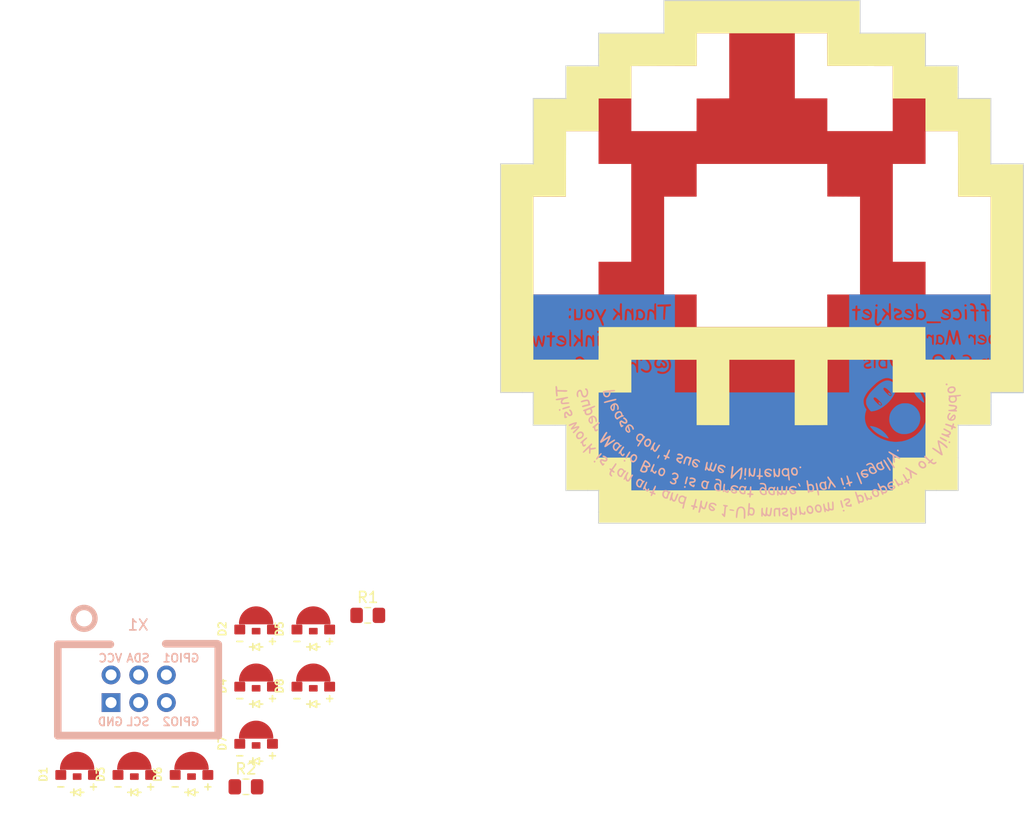
<source format=kicad_pcb>
(kicad_pcb (version 20171130) (host pcbnew 5.1.2-f72e74a~84~ubuntu16.04.1)
  (layers (0 F.Cu signal) (31 B.Cu signal) (34 B.Paste user) (35 F.Paste user) (36 B.SilkS user) (37 F.SilkS user) (38 B.Mask user) (39 F.Mask user) (44 Edge.Cuts user))
  (net 0 "")
  (net 1 "Net-(D1-Pad2)")
  (net 2 GND)
  (net 3 "Net-(D5-Pad2)")
  (net 4 "Net-(R1-Pad1)")
  (net 5 "Net-(X1-Pad5)")
  (net 6 "Net-(X1-Pad6)")
  (net 7 "Net-(X1-Pad3)")
  (net 8 "Net-(X1-Pad4)")
  (module LOGO (layer F.Cu) (at 100 100)
    (fp_text reference G*** hide)
    (fp_text value LOGO hide)
    (fp_poly (pts (xy 8.995833 -20.997334) (xy 15.007166 -20.997334) (xy 15.007166 -18.013118) (xy 18.00225 -18.00225) (xy 18.007683 -16.504709) (xy 18.013117 -15.007167) (xy 20.997333 -15.007167) (xy 20.997333 -8.995834) (xy 24.003 -8.995834) (xy 24.003 12.0015) (xy 20.997333 12.0015) (xy 20.997333 15.007166) (xy 18.012833 15.007166) (xy 18.012833 20.997333) (xy 15.007166 20.997333) (xy 15.007166 24.003) (xy -15.007167 24.003) (xy -15.007167 20.997333) (xy -18.012834 20.997333) (xy -18.012834 15.007166) (xy -20.997334 15.007166) (xy -20.997334 12.0015) (xy -24.003 12.0015) (xy -24.003 -5.990167) (xy -20.997334 -5.990167) (xy -20.997334 3.005666) (xy -15.007167 3.005666) (xy -15.007167 0) (xy -12.0015 0) (xy -12.0015 -5.990167) (xy -8.995834 -5.990167) (xy -8.995834 3.005666) (xy -6.011334 3.005666) (xy -6.011334 5.990166) (xy 5.990166 5.990166) (xy 5.990166 3.005666) (xy 8.995833 3.005666) (xy 8.995833 -5.989883) (xy 7.498291 -5.995317) (xy 6.00075 -6.00075) (xy 5.989882 -8.995834) (xy 12.0015 -8.995834) (xy 12.0015 0) (xy 15.007166 0) (xy 15.007166 3.005666) (xy 20.997333 3.005666) (xy 20.997333 -5.989883) (xy 19.499791 -5.995317) (xy 18.00225 -6.00075) (xy 17.996885 -9.001125) (xy 17.991521 -12.001501) (xy 16.499343 -12.0015) (xy 15.007166 -12.0015) (xy 15.007166 -8.995834) (xy 12.0015 -8.995834) (xy 5.989882 -8.995834) (xy -6.011334 -8.995834) (xy -6.011334 -5.990167) (xy -8.995834 -5.990167) (xy -12.0015 -5.990167) (xy -12.0015 -8.995834) (xy -15.007167 -8.995834) (xy -15.007167 -12.0015) (xy -18.012834 -12.0015) (xy -18.012834 -5.990167) (xy -20.997334 -5.990167) (xy -24.003 -5.990167) (xy -24.003 -8.995834) (xy -20.997334 -8.995834) (xy -20.997334 -15.007167) (xy -18.013118 -15.007167) (xy -18.007684 -16.504709) (xy -18.002289 -17.991667) (xy -12.0015 -17.991667) (xy -12.0015 -12.0015) (xy -6.011618 -12.0015) (xy -6.00075 -14.996584) (xy -4.503209 -15.002017) (xy -3.005667 -15.007451) (xy -3.005667 -20.997334) (xy 3.005666 -20.997334) (xy 3.005666 -15.007167) (xy 5.990166 -15.007167) (xy 5.990166 -12.0015) (xy 12.0015 -12.0015) (xy 12.0015 -17.991522) (xy 6.00075 -18.00225) (xy 5.989882 -20.997334) (xy 3.005666 -20.997334) (xy -3.005667 -20.997334) (xy -6.011334 -20.997334) (xy -6.011334 -17.991667) (xy -12.0015 -17.991667) (xy -18.002289 -17.991667) (xy -18.00225 -18.00225) (xy -16.504709 -18.007684) (xy -15.007167 -18.013118) (xy -15.007167 -20.997334) (xy -8.995834 -20.997334) (xy -8.995834 -24.003) (xy 8.995833 -24.003) (xy 8.995833 -20.997334)) (layer F.Cu) (width 0.01))
  )
  (module LOGO (layer F.Cu) (at 100 100)
    (fp_text reference G*** hide)
    (fp_text value LOGO hide)
    (fp_poly (pts (xy -8.001 12.0015) (xy 8.001 12.0015) (xy 8.001 9.037742) (xy 9.301415 9.037742) (xy 9.322421 9.079264) (xy 9.332689 9.089444) (xy 9.385583 9.114766) (xy 9.435991 9.103449) (xy 9.470553 9.059463) (xy 9.474328 9.047339) (xy 9.485776 9.008545) (xy 9.49223 8.995833) (xy 9.513191 9.002147) (xy 9.562746 9.018576) (xy 9.619924 9.038054) (xy 9.721276 9.077501) (xy 9.780985 9.11248) (xy 9.799365 9.144154) (xy 9.776729 9.17369) (xy 9.713391 9.202252) (xy 9.667875 9.216166) (xy 9.533026 9.262704) (xy 9.436247 9.318675) (xy 9.373629 9.388026) (xy 9.341267 9.4747) (xy 9.3345 9.552844) (xy 9.352961 9.654249) (xy 9.405972 9.734966) (xy 9.489971 9.792739) (xy 9.601399 9.825312) (xy 9.736694 9.83043) (xy 9.768416 9.827742) (xy 9.845587 9.815641) (xy 9.916112 9.798152) (xy 9.93775 9.790513) (xy 10.012893 9.74561) (xy 10.048672 9.689649) (xy 10.050499 9.650035) (xy 10.02684 9.594483) (xy 9.981236 9.573025) (xy 9.919798 9.58805) (xy 9.908252 9.594385) (xy 9.807348 9.634127) (xy 9.696692 9.64589) (xy 9.594208 9.628069) (xy 9.582589 9.623566) (xy 9.53284 9.595998) (xy 9.505591 9.567711) (xy 9.503833 9.560684) (xy 9.521671 9.509789) (xy 9.566336 9.458456) (xy 9.62455 9.419812) (xy 9.657549 9.408718) (xy 9.773033 9.380095) (xy 9.86843 9.345579) (xy 9.935312 9.308609) (xy 9.958905 9.285759) (xy 9.987657 9.210858) (xy 9.985919 9.123856) (xy 9.984068 9.118391) (xy 10.250614 9.118391) (xy 10.251227 9.24956) (xy 10.25248 9.333189) (xy 10.255353 9.45959) (xy 10.259342 9.572016) (xy 10.26408 9.663368) (xy 10.269199 9.726548) (xy 10.274307 9.754419) (xy 10.308291 9.775048) (xy 10.358585 9.776451) (xy 10.403846 9.758757) (xy 10.409766 9.7536) (xy 10.418721 9.724091) (xy 10.425958 9.660755) (xy 10.431341 9.572065) (xy 10.434736 9.466497) (xy 10.436006 9.352526) (xy 10.435962 9.347402) (xy 10.672479 9.347402) (xy 10.690728 9.477069) (xy 10.736687 9.595964) (xy 10.809665 9.694597) (xy 10.844262 9.724731) (xy 10.9289 9.779034) (xy 11.012581 9.806612) (xy 11.111636 9.811687) (xy 11.165416 9.80777) (xy 11.25289 9.801178) (xy 11.339009 9.797808) (xy 11.381061 9.79785) (xy 11.43974 9.793947) (xy 11.479167 9.781129) (xy 11.485106 9.775456) (xy 11.489344 9.748572) (xy 11.4937 9.684953) (xy 11.497965 9.590193) (xy 11.501931 9.469888) (xy 11.50539 9.329634) (xy 11.508133 9.175027) (xy 11.508541 9.145643) (xy 11.510743 8.954136) (xy 11.510881 8.915599) (xy 11.712085 8.915599) (xy 11.722556 9.05344) (xy 11.758993 9.218212) (xy 11.761613 9.227762) (xy 11.822674 9.398851) (xy 11.904994 9.53861) (xy 12.013874 9.652896) (xy 12.154618 9.747561) (xy 12.290779 9.811894) (xy 12.377577 9.845062) (xy 12.43638 9.860147) (xy 12.476671 9.858753) (xy 12.501034 9.847467) (xy 12.536815 9.804921) (xy 12.535976 9.756455) (xy 12.501811 9.710243) (xy 12.437618 9.674463) (xy 12.430287 9.671972) (xy 12.277875 9.610874) (xy 12.15773 9.534083) (xy 12.060704 9.434685) (xy 12.001624 9.347918) (xy 11.952678 9.266087) (xy 12.003547 9.282395) (xy 12.154535 9.314169) (xy 12.292319 9.310139) (xy 12.322068 9.300622) (xy 12.835576 9.300622) (xy 12.836684 9.437585) (xy 12.847192 9.497163) (xy 12.89542 9.622444) (xy 12.976352 9.725679) (xy 13.084268 9.799702) (xy 13.091401 9.803024) (xy 13.189607 9.83203) (xy 13.300517 9.841171) (xy 13.403452 9.829421) (xy 13.434163 9.820035) (xy 13.521322 9.767725) (xy 13.532605 9.755794) (xy 13.894335 9.755794) (xy 13.915815 9.811786) (xy 13.96463 9.854369) (xy 14.023389 9.86002) (xy 14.080082 9.828004) (xy 14.085644 9.822186) (xy 14.111563 9.768582) (xy 14.104958 9.713613) (xy 14.091889 9.694333) (xy 14.329833 9.694333) (xy 14.335973 9.729022) (xy 14.35847 9.753013) (xy 14.40344 9.768117) (xy 14.477002 9.776147) (xy 14.585271 9.778916) (xy 14.615583 9.779) (xy 14.740621 9.776494) (xy 14.826399 9.769061) (xy 14.871643 9.756825) (xy 14.875933 9.7536) (xy 14.899203 9.708344) (xy 14.887077 9.664089) (xy 14.84591 9.628846) (xy 14.782054 9.610627) (xy 14.76179 9.609666) (xy 14.688771 9.609666) (xy 14.693931 9.445625) (xy 14.69453 9.357117) (xy 14.692217 9.242197) (xy 14.687439 9.116654) (xy 14.681664 9.011708) (xy 14.679795 8.977609) (xy 15.633575 8.977609) (xy 15.636301 9.100539) (xy 15.649266 9.218754) (xy 15.670936 9.313333) (xy 15.722004 9.433382) (xy 15.794646 9.554438) (xy 15.878535 9.660973) (xy 15.943018 9.722325) (xy 16.056616 9.787801) (xy 16.190918 9.824417) (xy 16.334537 9.83092) (xy 16.476087 9.806057) (xy 16.530027 9.786863) (xy 16.647594 9.718786) (xy 17.091564 9.718786) (xy 17.101435 9.753) (xy 17.137075 9.791643) (xy 17.186014 9.797128) (xy 17.237541 9.771162) (xy 17.275614 9.725226) (xy 17.298688 9.672158) (xy 17.323699 9.593966) (xy 17.345362 9.507239) (xy 17.346012 9.504169) (xy 17.362608 9.428358) (xy 17.37644 9.370754) (xy 17.384914 9.342047) (xy 17.385664 9.34078) (xy 17.407851 9.341946) (xy 17.462282 9.350454) (xy 17.539806 9.364767) (xy 17.599089 9.376628) (xy 17.687128 9.39458) (xy 17.758309 9.408787) (xy 17.803362 9.417416) (xy 17.814257 9.419166) (xy 17.82617 9.437048) (xy 17.851206 9.485059) (xy 17.885063 9.554745) (xy 17.905888 9.599252) (xy 17.956156 9.699931) (xy 17.998295 9.763755) (xy 18.036119 9.794481) (xy 18.073447 9.795868) (xy 18.095085 9.785525) (xy 18.128415 9.741973) (xy 18.130794 9.671762) (xy 18.102193 9.573952) (xy 18.087862 9.539751) (xy 18.058797 9.464049) (xy 18.039241 9.394) (xy 18.036576 9.374286) (xy 18.338367 9.374286) (xy 18.350955 9.481676) (xy 18.396711 9.584614) (xy 18.473456 9.676711) (xy 18.579016 9.751579) (xy 18.626666 9.774366) (xy 18.754465 9.810949) (xy 18.898755 9.824301) (xy 19.043693 9.8146) (xy 19.173437 9.782022) (xy 19.206868 9.76789) (xy 19.293579 9.711158) (xy 19.347377 9.641483) (xy 19.363755 9.564916) (xy 19.363238 9.557877) (xy 19.351314 9.510296) (xy 19.319577 9.490148) (xy 19.297016 9.486389) (xy 19.251859 9.489724) (xy 19.209223 9.516335) (xy 19.168203 9.559247) (xy 19.127327 9.602873) (xy 19.089915 9.627863) (xy 19.040981 9.640603) (xy 18.965534 9.647481) (xy 18.960322 9.647816) (xy 18.825493 9.643677) (xy 18.708849 9.615102) (xy 18.6163 9.564966) (xy 18.553755 9.496147) (xy 18.531102 9.4389) (xy 18.53358 9.362173) (xy 18.560884 9.318207) (xy 20.090905 9.318207) (xy 20.094186 9.464785) (xy 20.119771 9.580317) (xy 20.170157 9.671168) (xy 20.24784 9.743707) (xy 20.261431 9.753025) (xy 20.312412 9.782928) (xy 20.361544 9.799429) (xy 20.424118 9.805887) (xy 20.502283 9.805933) (xy 20.658666 9.802942) (xy 20.658666 10.019571) (xy 20.66078 10.132485) (xy 20.668462 10.20945) (xy 20.683725 10.256701) (xy 20.708581 10.280473) (xy 20.744974 10.287) (xy 20.788198 10.272435) (xy 20.801428 10.260541) (xy 20.807702 10.232341) (xy 20.813664 10.168074) (xy 20.819205 10.074003) (xy 20.824219 9.956393) (xy 20.828599 9.821509) (xy 20.832237 9.675617) (xy 20.835025 9.52498) (xy 20.836857 9.375864) (xy 20.837626 9.234533) (xy 20.837224 9.107252) (xy 20.835543 9.000286) (xy 20.832477 8.919899) (xy 20.827917 8.872356) (xy 20.825357 8.863359) (xy 20.788873 8.831236) (xy 20.742679 8.828886) (xy 20.699209 8.850003) (xy 20.670897 8.888281) (xy 20.670177 8.937414) (xy 20.67158 8.941357) (xy 20.673638 8.958815) (xy 20.654824 8.958547) (xy 20.607649 8.939745) (xy 20.592129 8.932772) (xy 20.48243 8.899037) (xy 20.371976 8.892967) (xy 20.27449 8.914676) (xy 20.244222 8.929913) (xy 20.178165 8.987831) (xy 20.131771 9.07151) (xy 20.103106 9.185843) (xy 20.090905 9.318207) (xy 18.560884 9.318207) (xy 18.574899 9.295641) (xy 18.652387 9.241201) (xy 18.763374 9.200751) (xy 18.900272 9.1767) (xy 19.039995 9.149608) (xy 19.146434 9.102211) (xy 19.217386 9.035624) (xy 19.233437 9.007972) (xy 19.256509 8.91453) (xy 19.239774 8.820151) (xy 19.185488 8.728659) (xy 19.136677 8.682461) (xy 21.043131 8.682461) (xy 21.044308 8.785963) (xy 21.050616 8.908991) (xy 21.061116 9.040433) (xy 21.074867 9.169179) (xy 21.090931 9.284116) (xy 21.108366 9.374134) (xy 21.114709 9.398) (xy 21.176813 9.554134) (xy 21.259411 9.67465) (xy 21.361437 9.758683) (xy 21.481825 9.805367) (xy 21.619509 9.813838) (xy 21.626162 9.8133) (xy 21.712431 9.800072) (xy 21.794931 9.778108) (xy 21.837829 9.760771) (xy 21.937732 9.69307) (xy 23.092833 9.69307) (xy 23.097755 9.740957) (xy 23.107562 9.765507) (xy 23.133311 9.770749) (xy 23.192571 9.774162) (xy 23.27655 9.775458) (xy 23.376454 9.774349) (xy 23.377437 9.774326) (xy 23.484779 9.771559) (xy 23.557038 9.768095) (xy 23.601454 9.762343) (xy 23.625269 9.752713) (xy 23.635723 9.737616) (xy 23.639885 9.716685) (xy 23.629609 9.66146) (xy 23.584985 9.624237) (xy 23.511855 9.609713) (xy 23.506829 9.609666) (xy 23.442083 9.609666) (xy 23.442083 9.371541) (xy 23.440513 9.245883) (xy 23.436307 9.107985) (xy 23.430218 8.979676) (xy 23.426703 8.925953) (xy 23.411324 8.718489) (xy 23.472304 8.761911) (xy 23.538231 8.798434) (xy 23.587827 8.799777) (xy 23.621771 8.773858) (xy 23.638932 8.727826) (xy 23.619818 8.672429) (xy 23.563253 8.60554) (xy 23.495997 8.546917) (xy 23.39871 8.475736) (xy 23.325168 8.437785) (xy 23.27373 8.432418) (xy 23.248635 8.44943) (xy 23.240921 8.4829) (xy 23.237234 8.555587) (xy 23.237619 8.664566) (xy 23.24212 8.806909) (xy 23.242957 8.8265) (xy 23.24854 8.965368) (xy 23.25349 9.1097) (xy 23.257379 9.245389) (xy 23.259775 9.358327) (xy 23.260209 9.392708) (xy 23.260763 9.490188) (xy 23.259155 9.55297) (xy 23.25365 9.588687) (xy 23.242519 9.604973) (xy 23.224028 9.609461) (xy 23.210981 9.609666) (xy 23.139997 9.618425) (xy 23.102528 9.647336) (xy 23.092833 9.69307) (xy 21.937732 9.69307) (xy 21.939762 9.691695) (xy 22.015701 9.599591) (xy 22.069923 9.478158) (xy 22.095425 9.381083) (xy 22.104277 9.317161) (xy 22.106282 9.289772) (xy 22.334273 9.289772) (xy 22.339267 9.335724) (xy 22.355439 9.35824) (xy 22.386934 9.365375) (xy 22.451134 9.371225) (xy 22.538416 9.37515) (xy 22.630193 9.376509) (xy 22.739762 9.37567) (xy 22.813806 9.372263) (xy 22.859098 9.365466) (xy 22.882409 9.354455) (xy 22.888821 9.345083) (xy 22.89674 9.300565) (xy 22.879113 9.26803) (xy 22.832443 9.246345) (xy 22.753232 9.234378) (xy 22.637985 9.230994) (xy 22.5425 9.232848) (xy 22.449147 9.23636) (xy 22.38991 9.241187) (xy 22.356582 9.249572) (xy 22.340956 9.26376) (xy 22.334826 9.285994) (xy 22.334273 9.289772) (xy 22.106282 9.289772) (xy 22.111039 9.224814) (xy 22.115678 9.113044) (xy 22.11816 8.990857) (xy 22.118453 8.867258) (xy 22.116523 8.75125) (xy 22.112337 8.65184) (xy 22.105861 8.578031) (xy 22.098523 8.542127) (xy 22.066154 8.502388) (xy 22.018753 8.486305) (xy 21.973332 8.497209) (xy 21.956374 8.514291) (xy 21.950602 8.542769) (xy 21.944527 8.6067) (xy 21.938577 8.69921) (xy 21.933184 8.813426) (xy 21.928779 8.942473) (xy 21.928193 8.964083) (xy 21.923979 9.111134) (xy 21.919565 9.222552) (xy 21.914204 9.305034) (xy 21.907147 9.365276) (xy 21.897645 9.409976) (xy 21.884952 9.445828) (xy 21.871204 9.474141) (xy 21.802913 9.567361) (xy 21.713997 9.624534) (xy 21.621364 9.646812) (xy 21.529578 9.644461) (xy 21.452108 9.613686) (xy 21.387993 9.552471) (xy 21.336274 9.4588) (xy 21.295992 9.330656) (xy 21.266188 9.166022) (xy 21.245902 8.962883) (xy 21.238869 8.842906) (xy 21.232159 8.717278) (xy 21.225163 8.627228) (xy 21.216859 8.566007) (xy 21.206226 8.526864) (xy 21.192242 8.503052) (xy 21.186556 8.49726) (xy 21.139636 8.474321) (xy 21.097829 8.490416) (xy 21.065184 8.54226) (xy 21.048026 8.609596) (xy 21.043131 8.682461) (xy 19.136677 8.682461) (xy 19.09591 8.643878) (xy 18.975272 8.570603) (xy 18.897399 8.534614) (xy 18.837105 8.515712) (xy 18.775179 8.510042) (xy 18.692407 8.513752) (xy 18.691988 8.513782) (xy 18.591436 8.528092) (xy 18.502967 8.553703) (xy 18.436413 8.586812) (xy 18.401609 8.623619) (xy 18.400538 8.626466) (xy 18.406066 8.659014) (xy 18.422559 8.68836) (xy 18.441054 8.708738) (xy 18.465439 8.717965) (xy 18.506599 8.716874) (xy 18.575422 8.706296) (xy 18.600131 8.701926) (xy 18.687925 8.690411) (xy 18.771212 8.686427) (xy 18.827595 8.690284) (xy 18.907966 8.719075) (xy 18.978838 8.768441) (xy 19.029683 8.828798) (xy 19.049972 8.890564) (xy 19.05 8.892716) (xy 19.042537 8.933326) (xy 19.016083 8.963368) (xy 18.96454 8.985678) (xy 18.88181 9.003095) (xy 18.785416 9.01583) (xy 18.653524 9.037467) (xy 18.553061 9.070895) (xy 18.473774 9.120504) (xy 18.421391 9.171703) (xy 18.36112 9.268832) (xy 18.338367 9.374286) (xy 18.036576 9.374286) (xy 18.034 9.355242) (xy 18.017689 9.292649) (xy 17.990674 9.265887) (xy 17.964578 9.238698) (xy 17.922462 9.182185) (xy 17.86943 9.103712) (xy 17.810587 9.010642) (xy 17.788775 8.974666) (xy 17.698515 8.825973) (xy 17.62566 8.710811) (xy 17.567409 8.625515) (xy 17.520962 8.566415) (xy 17.483518 8.529845) (xy 17.452275 8.512138) (xy 17.433112 8.509) (xy 17.41131 8.511103) (xy 17.392787 8.520504) (xy 17.375998 8.541833) (xy 17.359401 8.579723) (xy 17.341453 8.638807) (xy 17.32061 8.723718) (xy 17.295331 8.839087) (xy 17.264071 8.989547) (xy 17.249804 9.059333) (xy 17.220762 9.197023) (xy 17.191509 9.327358) (xy 17.164022 9.442122) (xy 17.140282 9.533101) (xy 17.122267 9.592082) (xy 17.119989 9.598153) (xy 17.095988 9.66954) (xy 17.091564 9.718786) (xy 16.647594 9.718786) (xy 16.657931 9.712801) (xy 16.756544 9.612215) (xy 16.824919 9.490023) (xy 16.86211 9.351146) (xy 16.867171 9.200502) (xy 16.839155 9.04301) (xy 16.777116 8.88359) (xy 16.72227 8.787668) (xy 16.616367 8.650802) (xy 16.499555 8.553669) (xy 16.367982 8.49426) (xy 16.217794 8.470567) (xy 16.117862 8.472604) (xy 15.959556 8.500137) (xy 15.832035 8.556595) (xy 15.734967 8.642199) (xy 15.66802 8.757171) (xy 15.660072 8.778337) (xy 15.641396 8.865147) (xy 15.633575 8.977609) (xy 14.679795 8.977609) (xy 14.676118 8.910537) (xy 14.673399 8.82665) (xy 14.673623 8.767948) (xy 14.676907 8.742333) (xy 14.677696 8.741833) (xy 14.703427 8.752303) (xy 14.742291 8.775338) (xy 14.800242 8.796311) (xy 14.851752 8.787813) (xy 14.886248 8.756029) (xy 14.893152 8.707144) (xy 14.888229 8.689981) (xy 14.865629 8.660599) (xy 14.818707 8.614998) (xy 14.75754 8.561635) (xy 14.692205 8.508968) (xy 14.632778 8.465454) (xy 14.590474 8.440066) (xy 14.539385 8.428611) (xy 14.508077 8.432629) (xy 14.49434 8.441464) (xy 14.485139 8.459869) (xy 14.480043 8.494286) (xy 14.478619 8.551158) (xy 14.480435 8.636928) (xy 14.485057 8.758038) (xy 14.485508 8.768787) (xy 14.491495 8.902955) (xy 14.49831 9.042525) (xy 14.505191 9.172607) (xy 14.511374 9.27831) (xy 14.512479 9.295514) (xy 14.518725 9.418999) (xy 14.517737 9.506297) (xy 14.508182 9.563144) (xy 14.48873 9.595272) (xy 14.458048 9.608416) (xy 14.439496 9.609666) (xy 14.374114 9.623917) (xy 14.33623 9.662782) (xy 14.329833 9.694333) (xy 14.091889 9.694333) (xy 14.073707 9.667511) (xy 14.025685 9.640509) (xy 13.968769 9.642838) (xy 13.952944 9.649799) (xy 13.905399 9.695401) (xy 13.894335 9.755794) (xy 13.532605 9.755794) (xy 13.598916 9.685679) (xy 13.655727 9.586463) (xy 13.665037 9.56145) (xy 13.684261 9.48303) (xy 13.692685 9.389676) (xy 13.69143 9.26848) (xy 13.691098 9.260654) (xy 13.684865 9.159373) (xy 13.673899 9.083648) (xy 13.654101 9.016709) (xy 13.621371 8.941784) (xy 13.604976 8.908304) (xy 13.551607 8.815654) (xy 13.482377 8.716201) (xy 13.405151 8.619404) (xy 13.327791 8.534728) (xy 13.258161 8.471633) (xy 13.221774 8.447207) (xy 13.178015 8.429098) (xy 13.146234 8.437413) (xy 13.123538 8.455897) (xy 13.091849 8.491375) (xy 13.081 8.514711) (xy 13.094893 8.537441) (xy 13.132458 8.582999) (xy 13.187517 8.64419) (xy 13.23718 8.696639) (xy 13.306758 8.771865) (xy 13.368297 8.844242) (xy 13.413411 8.903603) (xy 13.429784 8.93006) (xy 13.466209 9.001871) (xy 13.416479 8.986331) (xy 13.36706 8.975645) (xy 13.295359 8.965398) (xy 13.250333 8.960772) (xy 13.122468 8.967943) (xy 13.013722 9.009955) (xy 12.927433 9.082366) (xy 12.866938 9.180735) (xy 12.835576 9.300622) (xy 12.322068 9.300622) (xy 12.412916 9.27156) (xy 12.512341 9.199683) (xy 12.584664 9.099575) (xy 12.611214 9.010886) (xy 12.616131 8.901589) (xy 12.601416 8.786199) (xy 12.569072 8.67923) (xy 12.521098 8.595196) (xy 12.513984 8.586897) (xy 12.434595 8.525603) (xy 12.328929 8.480061) (xy 12.211221 8.453743) (xy 12.095707 8.450119) (xy 12.01582 8.465433) (xy 11.955647 8.49772) (xy 11.88645 8.55355) (xy 11.84557 8.594999) (xy 11.772681 8.693245) (xy 11.728489 8.797823) (xy 11.712085 8.915599) (xy 11.510881 8.915599) (xy 11.511296 8.800652) (xy 11.509569 8.680895) (xy 11.504929 8.590568) (xy 11.496745 8.525372) (xy 11.484385 8.481011) (xy 11.467217 8.453187) (xy 11.444609 8.437604) (xy 11.41593 8.429963) (xy 11.403051 8.428219) (xy 11.377891 8.42523) (xy 11.360519 8.427354) (xy 11.349646 8.440963) (xy 11.343984 8.472429) (xy 11.342243 8.528124) (xy 11.343137 8.614419) (xy 11.344983 8.715375) (xy 11.34601 8.810068) (xy 11.345571 8.886913) (xy 11.343799 8.937464) (xy 11.341183 8.9535) (xy 11.319164 8.944767) (xy 11.273148 8.922767) (xy 11.250083 8.911166) (xy 11.140055 8.876514) (xy 11.022573 8.875422) (xy 10.909853 8.905828) (xy 10.814108 8.965673) (xy 10.790872 8.988669) (xy 10.721863 9.093711) (xy 10.682628 9.216452) (xy 10.672479 9.347402) (xy 10.435962 9.347402) (xy 10.435016 9.238628) (xy 10.431631 9.133278) (xy 10.425716 9.044951) (xy 10.421661 9.00904) (xy 10.408953 8.945499) (xy 10.388879 8.912205) (xy 10.357886 8.897889) (xy 10.320975 8.891246) (xy 10.293231 8.895548) (xy 10.273487 8.915603) (xy 10.260579 8.956222) (xy 10.253343 9.022214) (xy 10.250614 9.118391) (xy 9.984068 9.118391) (xy 9.956916 9.03825) (xy 9.903875 8.967536) (xy 9.878008 8.947325) (xy 9.826935 8.921141) (xy 9.751434 8.891039) (xy 9.662082 8.86024) (xy 9.569452 8.831966) (xy 9.484121 8.809438) (xy 9.416665 8.795877) (xy 9.377659 8.794504) (xy 9.376957 8.79471) (xy 9.352787 8.8064) (xy 9.335853 8.829239) (xy 9.322401 8.872534) (xy 9.308679 8.945589) (xy 9.303675 8.976411) (xy 9.301415 9.037742) (xy 8.001 9.037742) (xy 8.001 8.584474) (xy 10.202333 8.584474) (xy 10.218301 8.628588) (xy 10.255668 8.671934) (xy 10.298626 8.697706) (xy 10.310531 8.6995) (xy 10.335437 8.687471) (xy 10.374186 8.659382) (xy 10.407868 8.623954) (xy 10.410646 8.58565) (xy 10.4026 8.55884) (xy 10.368525 8.510087) (xy 10.31886 8.488954) (xy 10.266244 8.493825) (xy 10.223316 8.52308) (xy 10.202716 8.575101) (xy 10.202333 8.584474) (xy 8.001 8.584474) (xy 8.001 7.21297) (xy 8.742298 7.21297) (xy 8.762855 7.328084) (xy 8.818179 7.435841) (xy 8.900785 7.526231) (xy 9.003188 7.589247) (xy 9.031498 7.599709) (xy 9.117508 7.612501) (xy 9.221812 7.606982) (xy 9.325624 7.585268) (xy 9.393166 7.558966) (xy 9.466355 7.509264) (xy 9.519516 7.449315) (xy 9.549803 7.386964) (xy 9.55437 7.330057) (xy 9.530369 7.286439) (xy 9.498365 7.269014) (xy 9.458654 7.267994) (xy 9.4182 7.296616) (xy 9.398906 7.317869) (xy 9.329587 7.384473) (xy 9.255175 7.419151) (xy 9.159057 7.429485) (xy 9.154346 7.4295) (xy 9.057402 7.412303) (xy 8.985024 7.363824) (xy 8.942154 7.288734) (xy 8.932333 7.219795) (xy 8.949564 7.128329) (xy 8.990499 7.071508) (xy 10.300133 7.071508) (xy 10.305764 7.203373) (xy 10.334782 7.330504) (xy 10.38532 7.443744) (xy 10.455512 7.533937) (xy 10.519503 7.58072) (xy 10.628076 7.61673) (xy 10.743109 7.61785) (xy 10.851138 7.584865) (xy 10.894078 7.558959) (xy 10.980126 7.472005) (xy 11.037451 7.362055) (xy 11.06575 7.237492) (xy 11.064717 7.106697) (xy 11.034047 6.978052) (xy 10.976198 6.865323) (xy 11.191266 6.865323) (xy 11.198268 6.962662) (xy 11.225004 7.023197) (xy 11.271918 7.04781) (xy 11.28368 7.0485) (xy 11.32695 7.029218) (xy 11.355993 6.976559) (xy 11.3665 6.899079) (xy 11.369552 6.853716) (xy 11.387358 6.838936) (xy 11.432888 6.844545) (xy 11.435291 6.845015) (xy 11.539103 6.886712) (xy 11.629365 6.968229) (xy 11.657541 7.005951) (xy 11.67792 7.03978) (xy 11.691529 7.076247) (xy 11.699706 7.124538) (xy 11.703786 7.193836) (xy 11.705108 7.293325) (xy 11.705166 7.333146) (xy 11.706802 7.455862) (xy 11.712675 7.542143) (xy 11.724233 7.597796) (xy 11.742923 7.628629) (xy 11.770194 7.640447) (xy 11.781971 7.641166) (xy 11.816775 7.627399) (xy 11.841238 7.607904) (xy 11.853214 7.589867) (xy 11.861999 7.559303) (xy 11.868042 7.510365) (xy 11.871793 7.437207) (xy 11.873702 7.333983) (xy 11.874205 7.198325) (xy 12.054052 7.198325) (xy 12.056836 7.278927) (xy 12.096422 7.359489) (xy 12.167502 7.435604) (xy 12.26477 7.502868) (xy 12.38292 7.556874) (xy 12.516645 7.593218) (xy 12.533222 7.596139) (xy 12.680869 7.615121) (xy 12.7916 7.616646) (xy 12.867105 7.600629) (xy 12.901165 7.577575) (xy 12.913203 7.561633) (xy 12.92216 7.540384) (xy 12.928274 7.508422) (xy 12.931782 7.460341) (xy 12.93292 7.390735) (xy 12.931926 7.294198) (xy 12.929036 7.165325) (xy 12.927585 7.111755) (xy 13.716 7.111755) (xy 13.729383 7.270282) (xy 13.770738 7.399339) (xy 13.841872 7.502737) (xy 13.93825 7.580403) (xy 14.015253 7.609228) (xy 14.1107 7.619307) (xy 14.204787 7.610037) (xy 14.262092 7.590261) (xy 14.360931 7.515988) (xy 14.430416 7.412431) (xy 14.46935 7.281917) (xy 14.477793 7.170888) (xy 14.460373 7.024816) (xy 14.452433 7.00421) (xy 14.708007 7.00421) (xy 14.709265 7.120272) (xy 14.711948 7.237063) (xy 14.715904 7.346359) (xy 14.720984 7.439936) (xy 14.727035 7.50957) (xy 14.733907 7.547037) (xy 14.735629 7.55029) (xy 14.780324 7.575672) (xy 14.833713 7.571303) (xy 14.877052 7.539666) (xy 14.882591 7.530802) (xy 14.890943 7.492844) (xy 14.896069 7.422281) (xy 14.898242 7.327711) (xy 14.897734 7.217731) (xy 14.894817 7.10094) (xy 14.889764 6.985937) (xy 14.884954 6.913165) (xy 15.098033 6.913165) (xy 15.10959 6.980885) (xy 15.131532 7.025196) (xy 15.137853 7.030505) (xy 15.191816 7.048785) (xy 15.234046 7.026871) (xy 15.263429 6.965546) (xy 15.270005 6.937375) (xy 15.285565 6.879095) (xy 15.303483 6.843042) (xy 15.312339 6.837298) (xy 15.367416 6.851439) (xy 15.436398 6.885731) (xy 15.503074 6.930578) (xy 15.551227 6.976383) (xy 15.554302 6.980509) (xy 15.573551 7.011611) (xy 15.586507 7.046727) (xy 15.594383 7.094634) (xy 15.598395 7.164112) (xy 15.599757 7.263936) (xy 15.599833 7.309547) (xy 15.600868 7.42621) (xy 15.604506 7.507737) (xy 15.611544 7.561287) (xy 15.62278 7.594017) (xy 15.633095 7.607904) (xy 15.681958 7.6383) (xy 15.734076 7.628419) (xy 15.748 7.620381) (xy 15.759451 7.59257) (xy 15.764301 7.559755) (xy 15.920666 7.559755) (xy 15.922441 7.585334) (xy 15.936905 7.602788) (xy 15.948453 7.611573) (xy 15.98281 7.634334) (xy 16.007854 7.635921) (xy 16.039076 7.613203) (xy 16.065955 7.587813) (xy 16.121644 7.53446) (xy 16.223676 7.579593) (xy 16.345951 7.61501) (xy 16.463847 7.614683) (xy 16.570173 7.580734) (xy 16.575819 7.576514) (xy 16.868691 7.576514) (xy 16.878877 7.616065) (xy 16.903575 7.63591) (xy 16.94138 7.641166) (xy 16.992966 7.625964) (xy 17.027631 7.599885) (xy 17.042505 7.567796) (xy 17.063004 7.50236) (xy 17.087262 7.411894) (xy 17.113415 7.304716) (xy 17.139599 7.189143) (xy 17.163949 7.073495) (xy 17.1846 6.966089) (xy 17.199689 6.875243) (xy 17.20735 6.809274) (xy 17.207922 6.795558) (xy 17.211081 6.764021) (xy 17.220252 6.760095) (xy 17.236467 6.786126) (xy 17.260757 6.844463) (xy 17.294154 6.937453) (xy 17.337689 7.067443) (xy 17.367045 7.157785) (xy 17.419124 7.314169) (xy 17.463156 7.433342) (xy 17.501366 7.519158) (xy 17.535975 7.575476) (xy 17.569207 7.606151) (xy 17.603284 7.61504) (xy 17.628053 7.610616) (xy 17.661663 7.583599) (xy 17.695257 7.531884) (xy 17.704971 7.510357) (xy 17.722369 7.458854) (xy 17.745956 7.378144) (xy 17.773383 7.277545) (xy 17.802298 7.166376) (xy 17.830353 7.053958) (xy 17.855198 6.94961) (xy 17.874483 6.862651) (xy 17.885858 6.802401) (xy 17.887853 6.785028) (xy 17.893006 6.783966) (xy 17.905538 6.818477) (xy 17.923957 6.882738) (xy 17.946773 6.970927) (xy 17.972494 7.077224) (xy 17.99963 7.195806) (xy 18.026689 7.320852) (xy 18.033616 7.35413) (xy 18.065541 7.485771) (xy 18.099048 7.576359) (xy 18.135185 7.627173) (xy 18.174998 7.639491) (xy 18.219536 7.614591) (xy 18.2346 7.599366) (xy 18.251401 7.57331) (xy 18.260424 7.537085) (xy 18.261058 7.4857) (xy 18.252689 7.414163) (xy 18.234706 7.317482) (xy 18.206498 7.190663) (xy 18.167452 7.028715) (xy 18.161881 7.006166) (xy 18.140119 6.917355) (xy 18.933813 6.917355) (xy 18.946694 6.979051) (xy 18.94942 6.984812) (xy 18.989833 7.033537) (xy 19.034311 7.045393) (xy 19.074973 7.024122) (xy 19.10394 6.973468) (xy 19.1135 6.906871) (xy 19.119595 6.856454) (xy 19.141113 6.837906) (xy 19.150541 6.837181) (xy 19.208789 6.852479) (xy 19.279535 6.8912) (xy 19.348573 6.943917) (xy 19.4017 7.0012) (xy 19.405169 7.006188) (xy 19.426494 7.041045) (xy 19.440349 7.076304) (xy 19.448045 7.121502) (xy 19.450894 7.186173) (xy 19.450207 7.279855) (xy 19.449255 7.326761) (xy 19.448283 7.446992) (xy 19.451821 7.530614) (xy 19.46031 7.583156) (xy 19.471759 7.60752) (xy 19.51627 7.63838) (xy 19.564433 7.627246) (xy 19.589763 7.606379) (xy 19.601602 7.590047) (xy 19.610218 7.564352) (xy 19.615954 7.523553) (xy 19.619156 7.461908) (xy 19.619952 7.392447) (xy 19.760169 7.392447) (xy 19.775903 7.446357) (xy 19.826528 7.500122) (xy 19.908635 7.550043) (xy 20.011299 7.590102) (xy 20.159932 7.6169) (xy 20.307724 7.602431) (xy 20.330583 7.596636) (xy 20.438328 7.55053) (xy 20.529795 7.479843) (xy 20.587971 7.401947) (xy 20.613387 7.320832) (xy 20.623156 7.215352) (xy 20.621622 7.187082) (xy 20.768792 7.187082) (xy 20.777625 7.282998) (xy 20.785505 7.314923) (xy 20.839925 7.437932) (xy 20.914172 7.524257) (xy 21.011457 7.576121) (xy 21.134991 7.59575) (xy 21.190026 7.595194) (xy 21.336095 7.58825) (xy 21.336047 7.798249) (xy 21.337599 7.902474) (xy 21.343107 7.972955) (xy 21.353767 8.018188) (xy 21.370775 8.046675) (xy 21.37103 8.046958) (xy 21.416998 8.081381) (xy 21.46001 8.074743) (xy 21.489522 8.048625) (xy 21.499621 8.016634) (xy 21.50861 7.948728) (xy 21.516404 7.851312) (xy 21.522917 7.730793) (xy 21.528066 7.593575) (xy 21.531765 7.446064) (xy 21.533929 7.294666) (xy 21.534474 7.145787) (xy 21.534402 7.13704) (xy 21.721115 7.13704) (xy 21.722103 7.295703) (xy 21.725042 7.426676) (xy 21.729761 7.526181) (xy 21.736088 7.590436) (xy 21.742757 7.614708) (xy 21.783907 7.637612) (xy 21.835691 7.637343) (xy 21.876625 7.615013) (xy 21.881909 7.60749) (xy 21.900969 7.587278) (xy 21.933971 7.58524) (xy 21.983502 7.596789) (xy 22.106238 7.617285) (xy 22.219273 7.610706) (xy 22.314629 7.579013) (xy 22.384329 7.524163) (xy 22.404735 7.493349) (xy 22.427301 7.427486) (xy 22.444481 7.3336) (xy 22.456155 7.220945) (xy 22.458591 7.171729) (xy 22.634765 7.171729) (xy 22.635776 7.220858) (xy 22.647014 7.262753) (xy 22.657142 7.30616) (xy 22.694983 7.388905) (xy 22.767813 7.468686) (xy 22.868405 7.539421) (xy 22.989529 7.59503) (xy 23.008166 7.601411) (xy 23.082257 7.614194) (xy 23.181846 7.616434) (xy 23.291768 7.609368) (xy 23.396858 7.594231) (xy 23.481953 7.572257) (xy 23.509476 7.560574) (xy 23.600928 7.498407) (xy 23.651914 7.426948) (xy 23.664333 7.362035) (xy 23.648618 7.305717) (xy 23.609818 7.274844) (xy 23.560449 7.271956) (xy 23.513025 7.29959) (xy 23.493061 7.327289) (xy 23.437328 7.388996) (xy 23.352421 7.430002) (xy 23.246983 7.448634) (xy 23.129656 7.44322) (xy 23.025198 7.417839) (xy 22.923436 7.36838) (xy 22.858029 7.302733) (xy 22.831 7.223079) (xy 22.830366 7.207724) (xy 22.847748 7.126367) (xy 22.900714 7.062336) (xy 22.990494 7.014811) (xy 23.118318 6.982969) (xy 23.179483 6.974541) (xy 23.321643 6.948786) (xy 23.433686 6.908091) (xy 23.499103 6.86487) (xy 23.533477 6.811011) (xy 23.553079 6.735156) (xy 23.553721 6.656295) (xy 23.549709 6.635355) (xy 23.516554 6.567733) (xy 23.454369 6.493512) (xy 23.373117 6.422565) (xy 23.282764 6.364769) (xy 23.270315 6.358464) (xy 23.201967 6.328113) (xy 23.143401 6.312585) (xy 23.076289 6.30871) (xy 23.001917 6.312009) (xy 22.875179 6.32675) (xy 22.786915 6.352886) (xy 22.734529 6.391557) (xy 22.715979 6.43741) (xy 22.718518 6.4787) (xy 22.74175 6.502153) (xy 22.791401 6.509334) (xy 22.873193 6.50181) (xy 22.922541 6.493955) (xy 23.016108 6.481244) (xy 23.086488 6.48124) (xy 23.150921 6.49408) (xy 23.156886 6.495831) (xy 23.2501 6.537768) (xy 23.314957 6.596383) (xy 23.345336 6.665578) (xy 23.346833 6.685136) (xy 23.340232 6.724211) (xy 23.31637 6.753706) (xy 23.269157 6.776426) (xy 23.192506 6.795176) (xy 23.080328 6.812762) (xy 23.0655 6.814754) (xy 22.944794 6.835443) (xy 22.855573 6.863476) (xy 22.787066 6.90358) (xy 22.728505 6.960485) (xy 22.725494 6.964035) (xy 22.684755 7.026606) (xy 22.652685 7.101066) (xy 22.634765 7.171729) (xy 22.458591 7.171729) (xy 22.462203 7.098776) (xy 22.462504 6.976349) (xy 22.456939 6.862918) (xy 22.445387 6.767739) (xy 22.427727 6.700066) (xy 22.415337 6.677887) (xy 22.372617 6.650712) (xy 22.32483 6.650865) (xy 22.29504 6.672791) (xy 22.288975 6.702391) (xy 22.283738 6.76617) (xy 22.279756 6.855978) (xy 22.277453 6.963663) (xy 22.277076 7.01675) (xy 22.27566 7.131011) (xy 22.272329 7.232206) (xy 22.267519 7.311829) (xy 22.261666 7.361377) (xy 22.258866 7.371474) (xy 22.22153 7.408649) (xy 22.152125 7.425512) (xy 22.048042 7.422602) (xy 22.024939 7.41996) (xy 21.910313 7.405638) (xy 21.903615 7.058435) (xy 21.900461 6.92574) (xy 21.896414 6.828926) (xy 21.890751 6.761542) (xy 21.882748 6.717137) (xy 21.871684 6.689258) (xy 21.860656 6.675028) (xy 21.824425 6.651057) (xy 21.782165 6.658259) (xy 21.772815 6.662327) (xy 21.721233 6.68583) (xy 21.721115 7.13704) (xy 21.534402 7.13704) (xy 21.533314 7.005832) (xy 21.530366 6.881206) (xy 21.525543 6.778317) (xy 21.518763 6.703568) (xy 21.509938 6.663366) (xy 21.507906 6.660017) (xy 21.460964 6.629452) (xy 21.410846 6.632413) (xy 21.371598 6.663863) (xy 21.357166 6.714066) (xy 21.353668 6.743393) (xy 21.336469 6.749228) (xy 21.295518 6.732742) (xy 21.27674 6.723439) (xy 21.159107 6.683854) (xy 21.047643 6.683245) (xy 20.948065 6.719687) (xy 20.866091 6.791255) (xy 20.814144 6.879166) (xy 20.788198 6.967731) (xy 20.772699 7.076181) (xy 20.768792 7.187082) (xy 20.621622 7.187082) (xy 20.616926 7.100614) (xy 20.597302 7.001761) (xy 20.556525 6.907446) (xy 20.493252 6.815909) (xy 20.418268 6.740382) (xy 20.348422 6.696495) (xy 20.246296 6.672111) (xy 20.129639 6.672394) (xy 20.017848 6.696698) (xy 19.988332 6.708498) (xy 19.91004 6.756213) (xy 19.867525 6.816225) (xy 19.854343 6.897773) (xy 19.854333 6.90057) (xy 19.864507 6.954928) (xy 19.89779 7.006818) (xy 19.958321 7.059693) (xy 20.050238 7.117006) (xy 20.177682 7.182213) (xy 20.21058 7.197811) (xy 20.300964 7.24161) (xy 20.375398 7.280352) (xy 20.426506 7.310006) (xy 20.446911 7.326536) (xy 20.447 7.32708) (xy 20.429107 7.351986) (xy 20.383986 7.383382) (xy 20.324471 7.414086) (xy 20.263398 7.436913) (xy 20.241196 7.44227) (xy 20.158198 7.444769) (xy 20.065252 7.428037) (xy 19.979467 7.396732) (xy 19.917956 7.355512) (xy 19.916346 7.353833) (xy 19.867406 7.312209) (xy 19.827253 7.307521) (xy 19.785683 7.338873) (xy 19.782733 7.342088) (xy 19.760169 7.392447) (xy 19.619952 7.392447) (xy 19.620168 7.373674) (xy 19.619333 7.25311) (xy 19.617733 7.139911) (xy 19.614871 6.989576) (xy 19.611377 6.876354) (xy 19.606806 6.795025) (xy 19.600713 6.740367) (xy 19.592651 6.707161) (xy 19.582176 6.690186) (xy 19.579166 6.687891) (xy 19.526073 6.672752) (xy 19.480583 6.698748) (xy 19.456633 6.736198) (xy 19.429027 6.793795) (xy 19.349923 6.741446) (xy 19.255537 6.693115) (xy 19.15905 6.667732) (xy 19.070501 6.666059) (xy 18.999928 6.688859) (xy 18.971871 6.712757) (xy 18.947979 6.765096) (xy 18.934767 6.839666) (xy 18.933813 6.917355) (xy 18.140119 6.917355) (xy 18.130612 6.87856) (xy 18.099862 6.750786) (xy 18.072525 6.635025) (xy 18.051496 6.543456) (xy 18.0457 6.517256) (xy 18.016426 6.403065) (xy 17.985164 6.326327) (xy 17.949015 6.282171) (xy 17.90508 6.265726) (xy 17.895704 6.265333) (xy 17.854514 6.274964) (xy 17.820437 6.307156) (xy 17.791018 6.366859) (xy 17.763803 6.459022) (xy 17.73695 6.585354) (xy 17.707746 6.732975) (xy 17.678626 6.869563) (xy 17.650977 6.989482) (xy 17.626187 7.087097) (xy 17.605644 7.156771) (xy 17.590736 7.19287) (xy 17.586393 7.196666) (xy 17.573397 7.177511) (xy 17.551587 7.125046) (xy 17.523398 7.046774) (xy 17.491262 6.9502) (xy 17.457613 6.842825) (xy 17.424882 6.732153) (xy 17.395504 6.625687) (xy 17.375523 6.546372) (xy 17.346349 6.430534) (xy 17.321156 6.349821) (xy 17.296822 6.297628) (xy 17.270224 6.267346) (xy 17.23824 6.252369) (xy 17.236346 6.251878) (xy 17.196335 6.247076) (xy 17.163469 6.257753) (xy 17.135903 6.288256) (xy 17.111792 6.342931) (xy 17.089292 6.426124) (xy 17.066556 6.542181) (xy 17.04174 6.695448) (xy 17.038228 6.718577) (xy 17.014444 6.859554) (xy 16.983786 7.017733) (xy 16.950444 7.172491) (xy 16.92246 7.288507) (xy 16.890756 7.417846) (xy 16.872742 7.512145) (xy 16.868691 7.576514) (xy 16.575819 7.576514) (xy 16.657741 7.515287) (xy 16.712672 7.435208) (xy 16.74132 7.342772) (xy 16.753425 7.229527) (xy 16.74917 7.111973) (xy 16.72874 7.006613) (xy 16.707287 6.95325) (xy 16.623148 6.832875) (xy 16.51981 6.743883) (xy 16.403159 6.68853) (xy 16.279083 6.669071) (xy 16.15347 6.687764) (xy 16.085859 6.715125) (xy 15.991416 6.76275) (xy 15.99913 7.032343) (xy 16.001619 7.149837) (xy 16.000493 7.236373) (xy 15.9946 7.303256) (xy 15.98279 7.361788) (xy 15.96391 7.423275) (xy 15.957413 7.441958) (xy 15.932137 7.515485) (xy 15.920666 7.559755) (xy 15.764301 7.559755) (xy 15.768661 7.530259) (xy 15.775607 7.441223) (xy 15.780264 7.333237) (xy 15.782612 7.214077) (xy 15.782626 7.091518) (xy 15.780284 6.973334) (xy 15.775562 6.8673) (xy 15.768439 6.781193) (xy 15.758891 6.722787) (xy 15.750699 6.702483) (xy 15.707034 6.670737) (xy 15.664385 6.681169) (xy 15.627158 6.7271) (xy 15.592952 6.786701) (xy 15.484726 6.728083) (xy 15.370516 6.678943) (xy 15.271428 6.661747) (xy 15.191385 6.676092) (xy 15.13431 6.721579) (xy 15.111851 6.766229) (xy 15.098305 6.836718) (xy 15.098033 6.913165) (xy 14.884954 6.913165) (xy 14.882848 6.881318) (xy 14.87434 6.795683) (xy 14.864513 6.737629) (xy 14.856833 6.717806) (xy 14.817897 6.69486) (xy 14.767655 6.689882) (xy 14.72724 6.70381) (xy 14.720239 6.711737) (xy 14.71429 6.742641) (xy 14.710368 6.80717) (xy 14.708324 6.897101) (xy 14.708007 7.00421) (xy 14.452433 7.00421) (xy 14.411343 6.897579) (xy 14.334827 6.793846) (xy 14.23495 6.718285) (xy 14.115836 6.675566) (xy 14.033169 6.667618) (xy 13.939734 6.687303) (xy 13.857148 6.742733) (xy 13.789757 6.827824) (xy 13.741907 6.93649) (xy 13.717943 7.062646) (xy 13.716 7.111755) (xy 12.927585 7.111755) (xy 12.925296 7.027318) (xy 12.919426 6.827306) (xy 12.913858 6.66541) (xy 12.908078 6.537419) (xy 12.901568 6.439124) (xy 12.894968 6.377126) (xy 14.649055 6.377126) (xy 14.665282 6.426034) (xy 14.681744 6.444887) (xy 14.734192 6.471014) (xy 14.794468 6.465157) (xy 14.845789 6.429773) (xy 14.853242 6.419765) (xy 14.870811 6.385412) (xy 14.863987 6.357179) (xy 14.83036 6.319436) (xy 14.773383 6.281598) (xy 14.719646 6.285921) (xy 14.673791 6.325253) (xy 14.649055 6.377126) (xy 12.894968 6.377126) (xy 12.893816 6.366315) (xy 12.884305 6.314782) (xy 12.872522 6.280315) (xy 12.857949 6.258704) (xy 12.840074 6.24574) (xy 12.829094 6.240938) (xy 12.744374 6.221847) (xy 12.639035 6.216325) (xy 12.530186 6.223625) (xy 12.434934 6.243002) (xy 12.391639 6.260005) (xy 12.277107 6.338428) (xy 12.195427 6.434589) (xy 12.148072 6.54253) (xy 12.136513 6.656291) (xy 12.162224 6.769913) (xy 12.226678 6.877438) (xy 12.23627 6.888722) (xy 12.299927 6.961223) (xy 12.251255 6.986234) (xy 12.182601 7.032505) (xy 12.118645 7.093879) (xy 12.071313 7.157529) (xy 12.054052 7.198325) (xy 11.874205 7.198325) (xy 11.874218 7.194847) (xy 11.87421 7.179279) (xy 11.873463 7.051147) (xy 11.871561 6.93515) (xy 11.868728 6.838926) (xy 11.865184 6.770108) (xy 11.861342 6.736992) (xy 11.83311 6.692135) (xy 11.789572 6.675202) (xy 11.744737 6.6846) (xy 11.712609 6.718735) (xy 11.705166 6.754758) (xy 11.702587 6.783474) (xy 11.689374 6.791001) (xy 11.65731 6.776294) (xy 11.603455 6.741798) (xy 11.529152 6.703489) (xy 11.44551 6.675035) (xy 11.427749 6.67115) (xy 11.327923 6.662859) (xy 11.257965 6.683187) (xy 11.21442 6.73497) (xy 11.193836 6.821043) (xy 11.191266 6.865323) (xy 10.976198 6.865323) (xy 10.973435 6.85994) (xy 10.921806 6.796828) (xy 10.823945 6.720617) (xy 10.717436 6.679352) (xy 10.609697 6.672588) (xy 10.508149 6.69988) (xy 10.420212 6.76078) (xy 10.3665 6.830203) (xy 10.319756 6.944066) (xy 10.300133 7.071508) (xy 8.990499 7.071508) (xy 9.002345 7.055066) (xy 9.09231 6.998371) (xy 9.186605 6.965344) (xy 9.259827 6.943958) (xy 9.301025 6.925943) (xy 9.319326 6.904736) (xy 9.323858 6.873776) (xy 9.323916 6.866623) (xy 9.3212 6.83426) (xy 9.307179 6.812238) (xy 9.273046 6.794582) (xy 9.20999 6.775316) (xy 9.17575 6.7661) (xy 9.098363 6.743413) (xy 9.035271 6.721085) (xy 8.999581 6.703777) (xy 8.998757 6.703132) (xy 8.958371 6.646214) (xy 8.949604 6.577862) (xy 8.970657 6.512309) (xy 9.019732 6.463786) (xy 9.029632 6.45875) (xy 9.129917 6.435828) (xy 9.241367 6.451452) (xy 9.337978 6.492875) (xy 9.442946 6.551083) (xy 9.483665 6.501492) (xy 9.509145 6.448952) (xy 9.495408 6.398228) (xy 9.441257 6.346394) (xy 9.412524 6.327441) (xy 9.286184 6.271058) (xy 9.157078 6.252175) (xy 9.032477 6.270211) (xy 8.919655 6.324585) (xy 8.863669 6.37135) (xy 8.815028 6.428108) (xy 8.788411 6.485666) (xy 8.779788 6.557929) (xy 8.784025 6.646333) (xy 8.805264 6.728079) (xy 8.848504 6.798688) (xy 8.901549 6.841124) (xy 8.953396 6.864747) (xy 8.882102 6.913193) (xy 8.814585 6.981952) (xy 8.766124 7.077145) (xy 8.743249 7.184768) (xy 8.742298 7.21297) (xy 8.001 7.21297) (xy 8.001 5.497042) (xy 10.33714 5.497042) (xy 10.341535 5.578102) (xy 10.351003 5.641129) (xy 10.366077 5.692172) (xy 10.387288 5.737281) (xy 10.409658 5.774121) (xy 10.475791 5.839954) (xy 10.562399 5.875878) (xy 10.658212 5.879989) (xy 10.751959 5.850382) (xy 10.775994 5.835998) (xy 10.824738 5.792083) (xy 10.878085 5.727254) (xy 10.927945 5.653688) (xy 10.928805 5.652111) (xy 15.113 5.652111) (xy 15.763875 5.646514) (xy 16.41475 5.640916) (xy 16.41475 5.471583) (xy 15.113 5.462787) (xy 15.113 5.652111) (xy 10.928805 5.652111) (xy 10.966228 5.583563) (xy 10.984845 5.529055) (xy 10.9855 5.520632) (xy 10.969078 5.4829) (xy 10.93204 5.448114) (xy 10.891646 5.425659) (xy 10.863912 5.429179) (xy 10.836979 5.450736) (xy 10.801022 5.491919) (xy 10.759049 5.551689) (xy 10.742833 5.578046) (xy 10.691776 5.650563) (xy 10.646256 5.682487) (xy 10.603976 5.674828) (xy 10.578227 5.65045) (xy 10.562729 5.622172) (xy 10.551618 5.578415) (xy 10.544855 5.515206) (xy 10.5424 5.428574) (xy 10.544216 5.314545) (xy 10.546506 5.259452) (xy 10.9855 5.259452) (xy 11.001934 5.31575) (xy 11.042765 5.348269) (xy 11.095283 5.35361) (xy 11.146779 5.328373) (xy 11.165253 5.307541) (xy 11.271955 5.156542) (xy 11.35657 5.037687) (xy 11.418579 4.951695) (xy 11.457463 4.899289) (xy 11.471182 4.882414) (xy 11.497842 4.881994) (xy 11.543993 4.901991) (xy 11.563487 4.913822) (xy 11.610877 4.952405) (xy 11.640809 4.999757) (xy 11.656856 5.06598) (xy 11.662589 5.16118) (xy 11.662833 5.194829) (xy 11.66748 5.262442) (xy 11.679341 5.313909) (xy 11.688233 5.329766) (xy 11.735037 5.352182) (xy 11.790491 5.35003) (xy 11.828956 5.327284) (xy 11.835573 5.303142) (xy 11.840283 5.247649) (xy 11.843111 5.158801) (xy 11.844082 5.034598) (xy 11.843223 4.873037) (xy 11.840558 4.672117) (xy 11.838702 4.564193) (xy 11.837508 4.500727) (xy 12.091696 4.500727) (xy 12.106635 4.559263) (xy 12.143148 4.588166) (xy 12.179775 4.593166) (xy 12.238585 4.576338) (xy 12.272351 4.532095) (xy 12.276666 4.504266) (xy 12.279165 4.4801) (xy 12.29205 4.469542) (xy 12.323406 4.472816) (xy 12.381315 4.490146) (xy 12.435918 4.508672) (xy 12.535866 4.549266) (xy 12.601844 4.58929) (xy 12.632339 4.626281) (xy 12.625838 4.657773) (xy 12.580828 4.681304) (xy 12.546541 4.688815) (xy 12.470385 4.706784) (xy 12.385391 4.734561) (xy 12.355887 4.746265) (xy 12.246756 4.8101) (xy 12.169187 4.891273) (xy 12.123546 4.983216) (xy 12.110199 5.079358) (xy 12.129511 5.173132) (xy 12.181849 5.257966) (xy 12.267578 5.327292) (xy 12.322072 5.353686) (xy 12.383376 5.367098) (xy 12.471001 5.373048) (xy 12.569652 5.37182) (xy 12.66403 5.363704) (xy 12.738841 5.348986) (xy 12.749026 5.345666) (xy 12.842673 5.300135) (xy 12.89637 5.244003) (xy 12.911666 5.183297) (xy 12.897501 5.123257) (xy 12.87258 5.105221) (xy 12.990069 5.105221) (xy 12.999043 5.163062) (xy 13.044318 5.232192) (xy 13.121937 5.288513) (xy 13.223379 5.33027) (xy 13.340126 5.355705) (xy 13.463654 5.363062) (xy 13.585444 5.350583) (xy 13.696976 5.316511) (xy 13.711283 5.309919) (xy 13.817845 5.23723) (xy 13.891513 5.139107) (xy 13.931792 5.017365) (xy 13.938186 4.873819) (xy 13.9102 4.710284) (xy 13.891977 4.647993) (xy 13.841743 4.544887) (xy 13.765404 4.451167) (xy 13.673965 4.377976) (xy 13.586124 4.338392) (xy 13.498479 4.325214) (xy 13.403457 4.326159) (xy 13.390435 4.327655) (xy 13.260807 4.358653) (xy 13.166736 4.412568) (xy 13.108149 4.489455) (xy 13.088577 4.55467) (xy 13.088396 4.612386) (xy 13.110156 4.666137) (xy 13.157681 4.719428) (xy 13.234794 4.775764) (xy 13.34532 4.83865) (xy 13.461584 4.896615) (xy 13.558373 4.943253) (xy 13.640889 4.983494) (xy 13.701891 5.01377) (xy 13.734137 5.030512) (xy 13.737152 5.032388) (xy 13.733783 5.052106) (xy 13.702829 5.083366) (xy 13.654613 5.118869) (xy 13.59946 5.151319) (xy 13.547695 5.173418) (xy 13.531951 5.177421) (xy 13.439316 5.182103) (xy 13.337712 5.167658) (xy 13.243355 5.13792) (xy 13.172462 5.096723) (xy 13.166001 5.090904) (xy 13.104897 5.049561) (xy 13.049674 5.040558) (xy 13.008631 5.060307) (xy 12.990069 5.105221) (xy 12.87258 5.105221) (xy 12.85837 5.094937) (xy 12.79932 5.100199) (xy 12.750541 5.123801) (xy 12.681382 5.155108) (xy 12.596007 5.169268) (xy 12.545017 5.171092) (xy 12.438534 5.165602) (xy 12.368243 5.145597) (xy 12.329848 5.108921) (xy 12.319 5.057777) (xy 12.339044 4.997298) (xy 12.395769 4.947237) (xy 12.484064 4.911262) (xy 12.539476 4.89954) (xy 12.668788 4.866258) (xy 12.763598 4.813577) (xy 12.822366 4.743021) (xy 12.843552 4.656112) (xy 12.838961 4.60365) (xy 12.813511 4.524814) (xy 12.766185 4.459162) (xy 12.691632 4.402402) (xy 12.584502 4.350243) (xy 12.471491 4.308857) (xy 12.345774 4.268214) (xy 12.253894 4.243698) (xy 12.189941 4.236872) (xy 12.148002 4.249301) (xy 12.122164 4.28255) (xy 12.106517 4.338181) (xy 12.096331 4.408118) (xy 12.091696 4.500727) (xy 11.837508 4.500727) (xy 11.835009 4.367899) (xy 11.831629 4.209686) (xy 11.828263 4.085303) (xy 11.824613 3.990503) (xy 11.820382 3.921038) (xy 11.819189 3.909739) (xy 14.119669 3.909739) (xy 14.121018 3.981214) (xy 14.124575 4.080913) (xy 14.130076 4.201828) (xy 14.137256 4.336948) (xy 14.140212 4.387906) (xy 14.151515 4.613365) (xy 14.156305 4.80093) (xy 14.154626 4.95453) (xy 14.14803 5.062596) (xy 14.139806 5.167932) (xy 14.138224 5.239652) (xy 14.143553 5.285991) (xy 14.156061 5.315181) (xy 14.15627 5.315481) (xy 14.200095 5.349791) (xy 14.248762 5.348578) (xy 14.28779 5.312281) (xy 14.288231 5.311466) (xy 14.311691 5.282196) (xy 14.337813 5.289609) (xy 14.341222 5.292335) (xy 14.38444 5.31611) (xy 14.451582 5.341538) (xy 14.524891 5.362861) (xy 14.58661 5.37432) (xy 14.595866 5.374917) (xy 14.641071 5.369836) (xy 14.707514 5.35531) (xy 14.746653 5.344556) (xy 14.861317 5.29099) (xy 14.950338 5.210348) (xy 15.013924 5.109082) (xy 15.014392 5.107672) (xy 16.409468 5.107672) (xy 16.412779 5.153768) (xy 16.447215 5.21176) (xy 16.514858 5.265412) (xy 16.606586 5.31105) (xy 16.713277 5.345004) (xy 16.82581 5.363599) (xy 16.933333 5.363346) (xy 17.021736 5.345941) (xy 17.111289 5.315731) (xy 17.145 5.299823) (xy 17.240703 5.233599) (xy 17.269562 5.196677) (xy 17.517318 5.196677) (xy 17.543851 5.247406) (xy 17.598478 5.293147) (xy 17.674081 5.331359) (xy 17.763539 5.359501) (xy 17.859734 5.375033) (xy 17.955546 5.375413) (xy 18.043856 5.358101) (xy 18.082676 5.342166) (xy 18.200245 5.265445) (xy 18.280209 5.171008) (xy 18.325007 5.054869) (xy 18.337264 4.926195) (xy 18.321655 4.795116) (xy 18.279821 4.66474) (xy 18.217004 4.543528) (xy 18.138444 4.439943) (xy 18.069655 4.380085) (xy 18.606613 4.380085) (xy 18.614448 4.825774) (xy 18.617878 4.986367) (xy 18.622398 5.109487) (xy 18.628892 5.199995) (xy 18.638244 5.262749) (xy 18.651339 5.30261) (xy 18.669062 5.324437) (xy 18.692298 5.333092) (xy 18.706966 5.334) (xy 18.747511 5.320601) (xy 18.778458 5.298969) (xy 18.794473 5.279663) (xy 18.805419 5.250874) (xy 18.81222 5.205091) (xy 18.815801 5.134806) (xy 18.817087 5.032508) (xy 18.817166 4.984663) (xy 18.815573 4.792804) (xy 18.810566 4.640062) (xy 18.801802 4.523334) (xy 18.788937 4.439514) (xy 18.771628 4.385499) (xy 18.749532 4.358184) (xy 18.747802 4.357194) (xy 18.692359 4.346271) (xy 18.656295 4.357448) (xy 18.606613 4.380085) (xy 18.069655 4.380085) (xy 18.049382 4.362445) (xy 17.962712 4.321473) (xy 17.876324 4.311659) (xy 17.779372 4.322155) (xy 17.684512 4.349171) (xy 17.604399 4.38892) (xy 17.551686 4.437615) (xy 17.546621 4.446018) (xy 17.529833 4.507319) (xy 17.546272 4.553066) (xy 17.588088 4.577936) (xy 17.647429 4.576605) (xy 17.703444 4.552361) (xy 17.784554 4.518614) (xy 17.87062 4.508736) (xy 17.947308 4.522841) (xy 17.990943 4.55011) (xy 18.039863 4.614628) (xy 18.088309 4.703857) (xy 18.128337 4.800837) (xy 18.152008 4.888609) (xy 18.153227 4.896647) (xy 18.149431 4.998225) (xy 18.11224 5.081578) (xy 18.047979 5.143132) (xy 17.962969 5.179314) (xy 17.863534 5.186548) (xy 17.755997 5.161262) (xy 17.7165 5.1435) (xy 17.65515 5.116999) (xy 17.602747 5.102251) (xy 17.591087 5.101166) (xy 17.547936 5.118255) (xy 17.526 5.1435) (xy 17.517318 5.196677) (xy 17.269562 5.196677) (xy 17.304415 5.152089) (xy 17.340791 5.047253) (xy 17.353406 4.939853) (xy 17.345497 4.773839) (xy 17.30562 4.626579) (xy 17.23589 4.50269) (xy 17.138419 4.406787) (xy 17.097084 4.38008) (xy 17.029586 4.348548) (xy 16.958138 4.333346) (xy 16.869833 4.330144) (xy 16.734823 4.344471) (xy 16.629326 4.383542) (xy 16.555706 4.445673) (xy 16.516325 4.529176) (xy 16.510105 4.586823) (xy 16.518405 4.636945) (xy 16.54601 4.684705) (xy 16.597251 4.733688) (xy 16.676464 4.787479) (xy 16.787981 4.849664) (xy 16.890497 4.901543) (xy 17.175744 5.042037) (xy 17.108798 5.101853) (xy 17.016491 5.156727) (xy 16.901294 5.179913) (xy 16.769548 5.170346) (xy 16.739767 5.163931) (xy 16.663575 5.137998) (xy 16.601272 5.103306) (xy 16.583132 5.087556) (xy 16.527866 5.048223) (xy 16.473841 5.041052) (xy 16.431046 5.062163) (xy 16.409468 5.107672) (xy 15.014392 5.107672) (xy 15.052285 4.99364) (xy 15.065629 4.870472) (xy 15.054162 4.746027) (xy 15.018095 4.626755) (xy 14.957635 4.519105) (xy 14.87299 4.429527) (xy 14.764368 4.364469) (xy 14.714439 4.346811) (xy 14.58484 4.325782) (xy 14.469257 4.340735) (xy 14.396788 4.374173) (xy 14.357893 4.394349) (xy 14.337866 4.396588) (xy 14.332883 4.372803) (xy 14.326882 4.316019) (xy 14.320726 4.235529) (xy 14.316638 4.167355) (xy 14.30957 4.066873) (xy 14.303828 4.011083) (xy 18.557875 4.011083) (xy 18.574591 4.074747) (xy 18.617134 4.113956) (xy 18.674092 4.124392) (xy 18.734055 4.101738) (xy 18.753666 4.085166) (xy 18.785063 4.043261) (xy 18.796 4.011083) (xy 18.778877 3.967537) (xy 18.738342 3.924567) (xy 18.709029 3.907968) (xy 19.074427 3.907968) (xy 19.088088 3.952743) (xy 19.117763 3.971937) (xy 19.17349 3.990649) (xy 19.205897 3.997873) (xy 19.308847 4.032556) (xy 19.380448 4.094213) (xy 19.424676 4.186483) (xy 19.428925 4.202113) (xy 19.448041 4.283684) (xy 19.451359 4.331856) (xy 19.433961 4.354143) (xy 19.390931 4.358059) (xy 19.330458 4.352548) (xy 19.222693 4.350221) (xy 19.148509 4.369916) (xy 19.109211 4.411105) (xy 19.102916 4.445) (xy 19.122167 4.497136) (xy 19.179761 4.531734) (xy 19.275464 4.548683) (xy 19.329031 4.550521) (xy 19.401313 4.55347) (xy 19.441509 4.56373) (xy 19.459631 4.584138) (xy 19.460948 4.587875) (xy 19.464573 4.62041) (xy 19.467397 4.687619) (xy 19.469258 4.781847) (xy 19.469995 4.895438) (xy 19.469633 4.999266) (xy 19.469078 5.138279) (xy 19.470253 5.241526) (xy 19.473655 5.315556) (xy 19.479783 5.366918) (xy 19.489135 5.402161) (xy 19.502209 5.427834) (xy 19.502246 5.427891) (xy 19.548269 5.471765) (xy 19.598973 5.479078) (xy 19.642457 5.450668) (xy 19.652164 5.425282) (xy 19.659116 5.37344) (xy 19.663505 5.291313) (xy 19.665521 5.175075) (xy 19.665358 5.020899) (xy 19.665177 4.996727) (xy 19.661756 4.574284) (xy 19.773919 4.56785) (xy 19.839273 4.562496) (xy 19.873603 4.551793) (xy 19.888206 4.529218) (xy 19.89319 4.49896) (xy 19.885046 4.437512) (xy 19.843031 4.398989) (xy 19.765782 4.382369) (xy 19.736605 4.3815) (xy 19.648134 4.3815) (xy 19.633181 4.249329) (xy 19.60921 4.121804) (xy 19.569849 4.008868) (xy 19.519282 3.920333) (xy 19.483969 3.884437) (xy 20.069475 3.884437) (xy 20.079098 3.946612) (xy 20.123162 3.986051) (xy 20.199047 4.000475) (xy 20.202919 4.0005) (xy 20.288507 4.016673) (xy 20.353278 4.066477) (xy 20.398886 4.151832) (xy 20.424552 4.258327) (xy 20.441442 4.365172) (xy 20.322513 4.352234) (xy 20.21547 4.349694) (xy 20.143418 4.369636) (xy 20.105128 4.412623) (xy 20.09775 4.455254) (xy 20.104884 4.495921) (xy 20.130704 4.52294) (xy 20.181839 4.539031) (xy 20.264915 4.546918) (xy 20.325291 4.548723) (xy 20.447 4.550833) (xy 20.447 4.926681) (xy 20.448561 5.097524) (xy 20.453607 5.23038) (xy 20.462676 5.329491) (xy 20.476308 5.399102) (xy 20.495044 5.443455) (xy 20.515404 5.464479) (xy 20.555757 5.48061) (xy 20.599134 5.469738) (xy 20.614971 5.461728) (xy 20.627782 5.452174) (xy 20.63711 5.43546) (xy 20.643292 5.405966) (xy 20.646666 5.358074) (xy 20.64757 5.286162) (xy 20.646341 5.18461) (xy 20.643316 5.047799) (xy 20.642299 5.006645) (xy 20.637213 4.803089) (xy 21.054266 4.803089) (xy 21.05927 4.940164) (xy 21.079811 5.042072) (xy 21.1195 5.134083) (xy 21.18115 5.224661) (xy 21.253974 5.300365) (xy 21.324068 5.346434) (xy 21.419333 5.370592) (xy 21.527772 5.372415) (xy 21.626565 5.351849) (xy 21.638304 5.34719) (xy 21.739315 5.282741) (xy 21.815346 5.191315) (xy 21.866437 5.080081) (xy 21.89263 4.956209) (xy 21.893964 4.826869) (xy 21.870481 4.699231) (xy 21.822222 4.580465) (xy 21.749226 4.47774) (xy 21.704096 4.441008) (xy 22.122677 4.441008) (xy 22.128539 4.596305) (xy 22.164556 4.722175) (xy 22.231091 4.819265) (xy 22.328505 4.888223) (xy 22.385455 4.911229) (xy 22.47752 4.928441) (xy 22.581691 4.927982) (xy 22.681747 4.911514) (xy 22.761467 4.8807) (xy 22.775984 4.871199) (xy 22.840016 4.823858) (xy 22.895196 4.867262) (xy 22.973931 4.903391) (xy 23.045556 4.910666) (xy 23.103443 4.906969) (xy 23.148267 4.890835) (xy 23.195377 4.854701) (xy 23.233201 4.818201) (xy 23.28642 4.760754) (xy 23.31441 4.715263) (xy 23.324748 4.666929) (xy 23.325666 4.637605) (xy 23.307052 4.520967) (xy 23.25598 4.409621) (xy 23.179605 4.311254) (xy 23.085083 4.233554) (xy 22.97957 4.184207) (xy 22.890691 4.170298) (xy 22.820972 4.183546) (xy 22.783065 4.224659) (xy 22.775333 4.270201) (xy 22.782471 4.300481) (xy 22.809186 4.327749) (xy 22.863428 4.358494) (xy 22.910262 4.380309) (xy 22.984064 4.418182) (xy 23.045411 4.458154) (xy 23.079595 4.489966) (xy 23.107867 4.553542) (xy 23.11315 4.620327) (xy 23.096005 4.675535) (xy 23.071666 4.699) (xy 23.021383 4.709999) (xy 22.971467 4.686118) (xy 22.918476 4.624907) (xy 22.879876 4.562389) (xy 22.831018 4.484901) (xy 22.789622 4.442743) (xy 22.749642 4.431124) (xy 22.722233 4.437415) (xy 22.696524 4.458655) (xy 22.679238 4.503839) (xy 22.668058 4.5805) (xy 22.664558 4.624916) (xy 22.658916 4.709583) (xy 22.54793 4.715976) (xy 22.476991 4.716728) (xy 22.430778 4.705513) (xy 22.392288 4.677491) (xy 22.383889 4.669313) (xy 22.35326 4.631997) (xy 22.337161 4.588804) (xy 22.331287 4.52488) (xy 22.330833 4.486202) (xy 22.341308 4.365004) (xy 22.376856 4.265985) (xy 22.443658 4.175283) (xy 22.489968 4.129404) (xy 22.605462 4.05002) (xy 22.741377 4.000159) (xy 22.886999 3.980995) (xy 23.031615 3.993705) (xy 23.16451 4.039462) (xy 23.188883 4.052766) (xy 23.291554 4.136198) (xy 23.373666 4.249422) (xy 23.432699 4.383932) (xy 23.466132 4.531221) (xy 23.471443 4.682784) (xy 23.446111 4.830112) (xy 23.431929 4.87283) (xy 23.358737 5.014118) (xy 23.258879 5.124746) (xy 23.136706 5.202866) (xy 22.996569 5.246628) (xy 22.842819 5.254183) (xy 22.679808 5.223682) (xy 22.638483 5.210025) (xy 22.538612 5.178238) (xy 22.469086 5.167069) (xy 22.423311 5.17646) (xy 22.394694 5.20635) (xy 22.393905 5.207799) (xy 22.380078 5.26956) (xy 22.407771 5.324654) (xy 22.476595 5.372403) (xy 22.492099 5.379626) (xy 22.668401 5.435405) (xy 22.854087 5.453746) (xy 23.038928 5.434366) (xy 23.162356 5.398196) (xy 23.287705 5.33235) (xy 23.409789 5.235769) (xy 23.517079 5.11924) (xy 23.598047 4.993547) (xy 23.600761 4.988104) (xy 23.658958 4.825545) (xy 23.681431 4.654328) (xy 23.670391 4.481153) (xy 23.628048 4.31272) (xy 23.556614 4.155729) (xy 23.458299 4.016881) (xy 23.335314 3.902875) (xy 23.219833 3.833674) (xy 23.156762 3.806691) (xy 23.098205 3.790301) (xy 23.030044 3.78211) (xy 22.938165 3.779722) (xy 22.902333 3.779787) (xy 22.735293 3.790415) (xy 22.595956 3.822812) (xy 22.473696 3.880776) (xy 22.357886 3.968103) (xy 22.346438 3.978426) (xy 22.239344 4.094217) (xy 22.169389 4.215699) (xy 22.131622 4.353106) (xy 22.122677 4.441008) (xy 21.704096 4.441008) (xy 21.651535 4.398228) (xy 21.632861 4.387739) (xy 21.526726 4.34966) (xy 21.412515 4.338316) (xy 21.305026 4.3539) (xy 21.238977 4.382595) (xy 21.166467 4.450412) (xy 21.110053 4.549145) (xy 21.071923 4.669727) (xy 21.054266 4.803089) (xy 20.637213 4.803089) (xy 20.631438 4.572) (xy 20.736069 4.572) (xy 20.822556 4.562111) (xy 20.875726 4.534576) (xy 20.893041 4.492592) (xy 20.871967 4.439355) (xy 20.856469 4.420208) (xy 20.801101 4.38922) (xy 20.731151 4.3815) (xy 20.687326 4.380771) (xy 20.658312 4.373517) (xy 20.63963 4.352134) (xy 20.626801 4.309018) (xy 20.615346 4.236565) (xy 20.606475 4.169833) (xy 20.57827 4.062459) (xy 20.527161 3.961283) (xy 20.461747 3.882303) (xy 20.444209 3.867932) (xy 20.37018 3.830744) (xy 20.276648 3.806952) (xy 20.184387 3.800666) (xy 20.137414 3.807235) (xy 20.089543 3.831328) (xy 20.070304 3.878111) (xy 20.069475 3.884437) (xy 19.483969 3.884437) (xy 19.472917 3.873203) (xy 19.395212 3.832858) (xy 19.304125 3.807336) (xy 19.215454 3.799458) (xy 19.144995 3.812042) (xy 19.140821 3.813921) (xy 19.091647 3.85474) (xy 19.074427 3.907968) (xy 18.709029 3.907968) (xy 18.690641 3.897556) (xy 18.673045 3.894666) (xy 18.610494 3.913386) (xy 18.568706 3.961831) (xy 18.557875 4.011083) (xy 14.303828 4.011083) (xy 14.300107 3.974944) (xy 14.289724 3.9045) (xy 14.283568 3.877602) (xy 14.264212 3.830286) (xy 14.235981 3.813348) (xy 14.195507 3.814102) (xy 14.145647 3.826651) (xy 14.123925 3.858109) (xy 14.120793 3.8735) (xy 14.119669 3.909739) (xy 11.819189 3.909739) (xy 11.815271 3.872657) (xy 11.808981 3.841113) (xy 11.801214 3.822156) (xy 11.791673 3.811538) (xy 11.785604 3.807736) (xy 11.728551 3.795991) (xy 11.677291 3.815301) (xy 11.652703 3.847847) (xy 11.648464 3.879491) (xy 11.644914 3.946351) (xy 11.642245 4.041315) (xy 11.64065 4.157269) (xy 11.64032 4.287099) (xy 11.640378 4.304073) (xy 11.642094 4.724062) (xy 11.562505 4.660187) (xy 11.513103 4.617309) (xy 11.445097 4.554044) (xy 11.369228 4.480517) (xy 11.324696 4.435989) (xy 11.237945 4.352652) (xy 11.17157 4.300797) (xy 11.120636 4.277968) (xy 11.080208 4.281715) (xy 11.053233 4.301066) (xy 11.029881 4.339272) (xy 11.032907 4.385457) (xy 11.064478 4.444426) (xy 11.126759 4.520987) (xy 11.176 4.573483) (xy 11.238235 4.638627) (xy 11.287592 4.692009) (xy 11.317786 4.72673) (xy 11.324166 4.736126) (xy 11.312196 4.756999) (xy 11.281867 4.798791) (xy 11.263113 4.822954) (xy 11.191448 4.917286) (xy 11.123706 5.013278) (xy 11.064629 5.103474) (xy 11.018957 5.18042) (xy 10.991432 5.23666) (xy 10.9855 5.259452) (xy 10.546506 5.259452) (xy 10.550262 5.169147) (xy 10.560501 4.988408) (xy 10.570286 4.836583) (xy 10.580422 4.663743) (xy 10.585058 4.531573) (xy 10.584189 4.440485) (xy 10.577808 4.390896) (xy 10.576435 4.387198) (xy 10.535966 4.33835) (xy 10.479326 4.324844) (xy 10.438089 4.337602) (xy 10.42321 4.348279) (xy 10.410838 4.365744) (xy 10.400459 4.394323) (xy 10.391558 4.438342) (xy 10.383618 4.502128) (xy 10.376126 4.590008) (xy 10.368565 4.706308) (xy 10.360422 4.855354) (xy 10.351179 5.041474) (xy 10.349075 5.085167) (xy 10.341442 5.256624) (xy 10.337286 5.391899) (xy 10.33714 5.497042) (xy 8.001 5.497042) (xy 8.001 4.428748) (xy 8.255 4.428748) (xy 8.267834 4.481627) (xy 8.302625 4.506696) (xy 8.345879 4.517027) (xy 8.366901 4.514868) (xy 8.396658 4.511914) (xy 8.45038 4.516615) (xy 8.468676 4.519422) (xy 8.553799 4.533804) (xy 8.548336 4.921344) (xy 8.546938 5.071813) (xy 8.548293 5.185157) (xy 8.5535 5.266551) (xy 8.563657 5.321171) (xy 8.579864 5.354193) (xy 8.603219 5.370792) (xy 8.634822 5.376145) (xy 8.644941 5.376333) (xy 8.693967 5.365283) (xy 8.716433 5.350933) (xy 8.72967 5.314509) (xy 8.738136 5.237207) (xy 8.741254 5.135228) (xy 9.148451 5.135228) (xy 9.173681 5.192947) (xy 9.227344 5.249734) (xy 9.269934 5.279022) (xy 9.411314 5.339158) (xy 9.564615 5.365382) (xy 9.718061 5.356805) (xy 9.838769 5.321925) (xy 9.952258 5.25434) (xy 10.032681 5.160536) (xy 10.079702 5.041141) (xy 10.092988 4.896782) (xy 10.090426 4.849657) (xy 10.061047 4.693614) (xy 10.003149 4.559205) (xy 9.920477 4.450553) (xy 9.816773 4.371784) (xy 9.695779 4.327025) (xy 9.608216 4.318118) (xy 9.525437 4.327952) (xy 9.436139 4.353886) (xy 9.355694 4.390078) (xy 9.299476 4.430689) (xy 9.293329 4.437745) (xy 9.25691 4.515481) (xy 9.252644 4.60412) (xy 9.280458 4.687112) (xy 9.294517 4.707764) (xy 9.333053 4.740684) (xy 9.404578 4.786195) (xy 9.502968 4.840697) (xy 9.622096 4.900587) (xy 9.624624 4.901804) (xy 9.742294 4.959349) (xy 9.823637 5.003175) (xy 9.870877 5.037059) (xy 9.886233 5.06478) (xy 9.871927 5.090116) (xy 9.830182 5.116847) (xy 9.768416 5.146389) (xy 9.647422 5.180022) (xy 9.520705 5.178185) (xy 9.400456 5.142443) (xy 9.314309 5.088156) (xy 9.249188 5.048143) (xy 9.196267 5.048403) (xy 9.156852 5.085474) (xy 9.148451 5.135228) (xy 8.741254 5.135228) (xy 8.741713 5.120221) (xy 8.741833 5.089543) (xy 8.743153 4.972395) (xy 8.746701 4.850796) (xy 8.751857 4.742904) (xy 8.755319 4.694015) (xy 8.768805 4.534477) (xy 8.892708 4.520459) (xy 8.98552 4.50109) (xy 9.03917 4.467689) (xy 9.054843 4.419039) (xy 9.040798 4.368239) (xy 9.023142 4.33988) (xy 8.995318 4.324739) (xy 8.94542 4.318811) (xy 8.891381 4.318) (xy 8.764854 4.318) (xy 8.758635 4.164541) (xy 8.754766 4.085417) (xy 8.748453 4.039105) (xy 8.735636 4.016113) (xy 8.722798 4.011083) (xy 10.392833 4.011083) (xy 10.410157 4.055171) (xy 10.451363 4.098045) (xy 10.5003 4.124721) (xy 10.518321 4.1275) (xy 10.566255 4.113121) (xy 10.592404 4.094238) (xy 10.621594 4.040643) (xy 10.620032 3.981208) (xy 10.592676 3.929294) (xy 10.544489 3.898262) (xy 10.518321 3.894666) (xy 10.470797 3.910738) (xy 10.424583 3.948965) (xy 10.395828 3.994365) (xy 10.392833 4.011083) (xy 8.722798 4.011083) (xy 8.712257 4.006953) (xy 8.68996 4.003975) (xy 8.633302 4.0095) (xy 8.596507 4.044073) (xy 8.577122 4.111682) (xy 8.5725 4.195045) (xy 8.5725 4.318) (xy 8.43915 4.318) (xy 8.348336 4.322679) (xy 8.292066 4.339539) (xy 8.263302 4.372811) (xy 8.255006 4.426729) (xy 8.255 4.428748) (xy 8.001 4.428748) (xy 8.001 3.005666) (xy 24.003 3.005666) (xy 24.003 12.043833) (xy 21.039666 12.043833) (xy 21.039666 14.984905) (xy 19.534379 14.98572) (xy 19.285565 14.986013) (xy 19.049073 14.9866) (xy 18.828319 14.987452) (xy 18.62672 14.988542) (xy 18.447692 14.989842) (xy 18.294651 14.991324) (xy 18.171014 14.992961) (xy 18.080196 14.994724) (xy 18.025615 14.996587) (xy 18.010379 14.9981) (xy 18.008043 15.020388) (xy 18.00581 15.082907) (xy 18.003691 15.183554) (xy 18.001701 15.320227) (xy 17.999851 15.490823) (xy 17.998155 15.693241) (xy 17.996626 15.925377) (xy 17.995278 16.185129) (xy 17.994122 16.470395) (xy 17.993173 16.779072) (xy 17.992444 17.109058) (xy 17.991947 17.45825) (xy 17.991696 17.824546) (xy 17.991666 18.003499) (xy 17.991666 20.997333) (xy 14.986 20.997333) (xy 14.986 24.003) (xy -14.986 24.003) (xy -14.986 20.997333) (xy -17.991522 20.997333) (xy -18.00225 14.996583) (xy -19.499792 14.991149) (xy -20.997334 14.985716) (xy -20.997334 12.784755) (xy 9.317258 12.784755) (xy 9.327956 12.995887) (xy 9.379015 13.200841) (xy 9.468464 13.393245) (xy 9.537689 13.497286) (xy 9.587977 13.564323) (xy 9.522185 13.772453) (xy 9.486218 13.89848) (xy 9.463407 14.013747) (xy 9.450149 14.139192) (xy 9.445788 14.216398) (xy 9.444236 14.412037) (xy 9.460409 14.58492) (xy 9.496863 14.751814) (xy 9.553459 14.922345) (xy 9.606069 15.048206) (xy 9.66689 15.163372) (xy 9.741676 15.276184) (xy 9.83618 15.394982) (xy 9.956157 15.528109) (xy 10.011067 15.585685) (xy 10.266331 15.819998) (xy 10.550465 16.025053) (xy 10.860082 16.199009) (xy 11.191799 16.340025) (xy 11.54223 16.446261) (xy 11.632282 16.467152) (xy 11.756032 16.490554) (xy 11.894347 16.510878) (xy 12.035413 16.52692) (xy 12.167411 16.537479) (xy 12.278524 16.54135) (xy 12.340166 16.539218) (xy 12.395286 16.534969) (xy 12.477811 16.529225) (xy 12.572887 16.523009) (xy 12.606578 16.520898) (xy 12.884309 16.485155) (xy 13.170336 16.413558) (xy 13.456567 16.309289) (xy 13.734912 16.175528) (xy 13.997281 16.015455) (xy 14.121562 15.925303) (xy 14.361946 15.714189) (xy 14.578095 15.470938) (xy 14.767431 15.19979) (xy 14.927376 14.904982) (xy 15.055352 14.590754) (xy 15.148778 14.261345) (xy 15.157106 14.223082) (xy 15.177085 14.117541) (xy 15.190824 14.015007) (xy 15.199336 13.903353) (xy 15.203632 13.770455) (xy 15.204689 13.6525) (xy 15.195455 13.359139) (xy 15.164415 13.088093) (xy 15.108921 12.826636) (xy 15.026327 12.562046) (xy 14.92461 12.306026) (xy 14.852648 12.145076) (xy 14.785148 12.009193) (xy 14.71615 11.889763) (xy 14.639689 11.778171) (xy 14.549802 11.665803) (xy 14.440527 11.544043) (xy 14.305899 11.404279) (xy 14.2875 11.385627) (xy 14.177275 11.274732) (xy 14.090438 11.189496) (xy 14.02106 11.125041) (xy 13.963208 11.07649) (xy 13.910952 11.038964) (xy 13.85836 11.007586) (xy 13.799502 10.977479) (xy 13.7795 10.967852) (xy 13.559858 10.876464) (xy 13.345616 10.816892) (xy 13.120119 10.784816) (xy 13.056213 10.78037) (xy 12.91612 10.776236) (xy 12.791528 10.7823) (xy 12.668989 10.800565) (xy 12.535055 10.833031) (xy 12.377117 10.881425) (xy 12.288616 10.909891) (xy 12.230453 10.925977) (xy 12.192765 10.930572) (xy 12.165691 10.924565) (xy 12.139369 10.908846) (xy 12.131803 10.90354) (xy 12.082913 10.872947) (xy 12.012546 10.833453) (xy 11.948583 10.80006) (xy 11.785668 10.728431) (xy 11.632119 10.684302) (xy 11.482445 10.668467) (xy 11.331157 10.681718) (xy 11.172763 10.724849) (xy 11.001774 10.798652) (xy 10.812699 10.90392) (xy 10.689166 10.98194) (xy 10.600772 11.045475) (xy 10.496499 11.131304) (xy 10.3732 11.242218) (xy 10.227728 11.381008) (xy 10.125527 11.481777) (xy 9.970192 11.639123) (xy 9.842038 11.775786) (xy 9.735966 11.898468) (xy 9.646875 12.013872) (xy 9.569663 12.128698) (xy 9.499232 12.249651) (xy 9.430479 12.38343) (xy 9.414968 12.415466) (xy 9.371355 12.510464) (xy 9.343876 12.585008) (xy 9.328144 12.655673) (xy 9.319774 12.739032) (xy 9.317258 12.784755) (xy -20.997334 12.784755) (xy -20.997334 12.0015) (xy -22.494875 12.001497) (xy -23.992417 12.001495) (xy -23.994938 10.334705) (xy -16.023167 10.334705) (xy -16.023167 10.498666) (xy -14.710834 10.498666) (xy -14.710834 10.415681) (xy -14.714301 10.360857) (xy -14.731296 10.333611) (xy -14.77171 10.319346) (xy -14.776894 10.318187) (xy -14.815005 10.314924) (xy -14.889234 10.313029) (xy -14.993389 10.312492) (xy -15.121276 10.313305) (xy -15.266704 10.315458) (xy -15.423478 10.318942) (xy -15.433061 10.319191) (xy -16.023167 10.334705) (xy -23.994938 10.334705) (xy -23.997441 8.680528) (xy -23.290144 8.680528) (xy -23.276362 9.402496) (xy -23.272254 9.603089) (xy -23.268201 9.765524) (xy -23.263954 9.893974) (xy -23.259262 9.992614) (xy -23.253875 10.065616) (xy -23.247544 10.117157) (xy -23.240018 10.151408) (xy -23.231047 10.172544) (xy -23.230136 10.173982) (xy -23.182661 10.216193) (xy -23.1249 10.217853) (xy -23.092834 10.202632) (xy -23.084559 10.196421) (xy -23.077804 10.186856) (xy -23.072535 10.170261) (xy -23.068717 10.14296) (xy -23.066317 10.101275) (xy -23.0653 10.04153) (xy -23.065633 9.960049) (xy -23.067281 9.853154) (xy -23.070211 9.717169) (xy -23.074387 9.548418) (xy -23.079777 9.343223) (xy -23.083564 9.20167) (xy -23.088093 9.038987) (xy -23.092222 8.913511) (xy -23.096478 8.820127) (xy -23.101393 8.75372) (xy -23.107497 8.709174) (xy -23.115318 8.681374) (xy -23.115854 8.680513) (xy -22.760943 8.680513) (xy -22.74656 9.403434) (xy -22.742253 9.60504) (xy -22.738007 9.768414) (xy -22.733576 9.897656) (xy -22.728714 9.996866) (xy -22.723177 10.070142) (xy -22.716717 10.121587) (xy -22.709091 10.155299) (xy -22.70035 10.174927) (xy -22.653411 10.216003) (xy -22.598233 10.217804) (xy -22.553568 10.18921) (xy -22.53952 10.169514) (xy -22.530636 10.139098) (xy -22.526379 10.090542) (xy -22.52621 10.016423) (xy -22.527112 9.987812) (xy -22.332557 9.987812) (xy -22.313078 10.044854) (xy -22.263464 10.097831) (xy -22.189808 10.144266) (xy -22.098207 10.18168) (xy -21.994753 10.207597) (xy -21.885541 10.219538) (xy -21.776666 10.215027) (xy -21.674222 10.191586) (xy -21.672116 10.190849) (xy -21.599983 10.153118) (xy -21.224581 10.153118) (xy -21.221082 10.188395) (xy -21.213111 10.211846) (xy -21.200947 10.228481) (xy -21.198986 10.23049) (xy -21.149894 10.262453) (xy -21.099549 10.254603) (xy -21.074212 10.238744) (xy -21.059021 10.219984) (xy -21.045536 10.183939) (xy -21.03261 10.12493) (xy -21.019095 10.037275) (xy -21.003844 9.915293) (xy -20.99724 9.857749) (xy -20.977706 9.698096) (xy -20.958954 9.576371) (xy -20.939817 9.488213) (xy -20.91913 9.429262) (xy -20.895726 9.395158) (xy -20.869937 9.381805) (xy -20.835437 9.38912) (xy -20.780425 9.414452) (xy -20.737806 9.439288) (xy -20.680459 9.477874) (xy -20.65055 9.50948) (xy -20.63913 9.548757) (xy -20.637258 9.603908) (xy -20.639227 9.665339) (xy -20.644758 9.756227) (xy -20.652983 9.863931) (xy -20.662212 9.967296) (xy -20.672419 10.076458) (xy -20.677917 10.151384) (xy -20.678155 10.199967) (xy -20.672585 10.2301) (xy -20.660658 10.249676) (xy -20.641825 10.266587) (xy -20.641365 10.26696) (xy -20.589083 10.290733) (xy -20.535085 10.288986) (xy -20.498255 10.263143) (xy -20.493457 10.237892) (xy -20.486285 10.178394) (xy -20.47743 10.092627) (xy -20.467585 9.988565) (xy -20.457442 9.874185) (xy -20.447691 9.757463) (xy -20.439025 9.646374) (xy -20.432135 9.548895) (xy -20.427714 9.473002) (xy -20.426433 9.435041) (xy -20.418026 9.392806) (xy -20.400414 9.376833) (xy -20.374664 9.391129) (xy -20.328837 9.429099) (xy -20.27163 9.483364) (xy -20.255157 9.500062) (xy -20.1937 9.565829) (xy -20.156081 9.61592) (xy -20.13502 9.663362) (xy -20.12324 9.721183) (xy -20.120632 9.740851) (xy -20.113486 9.826698) (xy -20.109917 9.929585) (xy -20.110326 10.008487) (xy -20.108435 10.109741) (xy -20.093957 10.175528) (xy -20.064276 10.211528) (xy -20.016775 10.223418) (xy -20.011237 10.2235) (xy -19.980301 10.219854) (xy -19.95635 10.205821) (xy -19.945312 10.18778) (xy -19.730128 10.18778) (xy -19.687295 10.230613) (xy -19.649008 10.2594) (xy -19.610338 10.257064) (xy -19.591232 10.249192) (xy -19.568629 10.237659) (xy -19.551252 10.222494) (xy -19.537572 10.197688) (xy -19.526064 10.157231) (xy -19.515199 10.095115) (xy -19.503452 10.00533) (xy -19.489294 9.881867) (xy -19.482623 9.821781) (xy -19.462014 9.657871) (xy -19.440645 9.533868) (xy -19.41786 9.447342) (xy -19.393001 9.395869) (xy -19.36541 9.377019) (xy -19.362141 9.376833) (xy -19.324392 9.388845) (xy -19.268272 9.419013) (xy -19.207188 9.45853) (xy -19.154543 9.498593) (xy -19.123742 9.530395) (xy -19.121389 9.534974) (xy -19.119454 9.566178) (xy -19.122157 9.63116) (xy -19.128938 9.721681) (xy -19.139238 9.829505) (xy -19.144972 9.882358) (xy -19.159615 10.022999) (xy -19.166723 10.127141) (xy -19.165308 10.20011) (xy -19.154384 10.247228) (xy -19.132963 10.273822) (xy -19.100059 10.285216) (xy -19.069969 10.287) (xy -19.015964 10.275602) (xy -18.988134 10.239375) (xy -18.980688 10.203501) (xy -18.971537 10.134196) (xy -18.96144 10.040292) (xy -18.951153 9.930617) (xy -18.941436 9.814003) (xy -18.933045 9.699281) (xy -18.926739 9.595281) (xy -18.923276 9.510833) (xy -18.922847 9.478624) (xy -18.917346 9.423791) (xy -18.903601 9.389286) (xy -18.900426 9.386546) (xy -18.876554 9.394361) (xy -18.831482 9.426973) (xy -18.773031 9.47836) (xy -18.741676 9.508769) (xy -18.6055 9.644944) (xy -18.6055 9.908822) (xy -18.604236 10.03105) (xy -18.599128 10.117149) (xy -18.588209 10.173279) (xy -18.569508 10.205602) (xy -18.541058 10.220281) (xy -18.504937 10.2235) (xy -18.47301 10.218185) (xy -18.448127 10.199345) (xy -18.434583 10.172592) (xy -18.262761 10.172592) (xy -18.256222 10.188787) (xy -18.240031 10.205107) (xy -18.233572 10.211404) (xy -18.194127 10.239703) (xy -18.155382 10.236404) (xy -18.106106 10.199835) (xy -18.096765 10.191045) (xy -18.040797 10.137424) (xy -17.940394 10.180462) (xy -17.808205 10.218631) (xy -17.678736 10.221624) (xy -17.560116 10.190418) (xy -17.460476 10.125994) (xy -17.456433 10.122199) (xy -17.39956 10.042162) (xy -17.360904 9.9349) (xy -17.3416 9.811921) (xy -17.342781 9.684735) (xy -17.365581 9.564849) (xy -17.383851 9.519054) (xy -17.266964 9.519054) (xy -17.251201 9.564541) (xy -17.246689 9.571757) (xy -17.221308 9.620737) (xy -17.192757 9.689477) (xy -17.180428 9.723854) (xy -17.107262 9.885208) (xy -17.008036 10.020318) (xy -16.887553 10.126374) (xy -16.750621 10.200563) (xy -16.602045 10.240075) (xy -16.446631 10.242096) (xy -16.334055 10.219018) (xy -16.227053 10.166233) (xy -16.143811 10.081343) (xy -16.085489 9.968039) (xy -16.053248 9.830011) (xy -16.048246 9.670951) (xy -16.071645 9.49455) (xy -16.086363 9.430939) (xy -16.11511 9.342933) (xy -14.684321 9.342933) (xy -14.679655 9.383837) (xy -14.660722 9.41175) (xy -14.647698 9.423128) (xy -14.591867 9.44646) (xy -14.539109 9.433728) (xy -14.502881 9.389302) (xy -14.498179 9.374563) (xy -14.485231 9.344073) (xy -14.460362 9.331269) (xy -14.415578 9.335956) (xy -14.342884 9.357938) (xy -14.308667 9.369932) (xy -14.228455 9.402218) (xy -14.177959 9.433635) (xy -14.145473 9.472057) (xy -14.138352 9.4845) (xy -14.132132 9.507162) (xy -14.148447 9.523053) (xy -14.195148 9.537387) (xy -14.229466 9.544992) (xy -14.354287 9.580867) (xy -14.465474 9.63077) (xy -14.553149 9.689412) (xy -14.603905 9.745477) (xy -14.637418 9.8305) (xy -14.648276 9.929281) (xy -14.636439 10.024981) (xy -14.604733 10.096875) (xy -14.547072 10.148889) (xy -14.45572 10.19543) (xy -14.340417 10.231826) (xy -14.270567 10.23758) (xy -14.178356 10.230887) (xy -14.081083 10.214103) (xy -13.996047 10.189587) (xy -13.978775 10.182547) (xy -13.897219 10.133492) (xy -13.855872 10.076894) (xy -13.855572 10.014069) (xy -13.861536 9.998572) (xy -13.899033 9.957203) (xy -13.955086 9.952372) (xy -14.026431 9.984338) (xy -14.028023 9.985375) (xy -14.082748 10.008698) (xy -14.162584 10.020317) (xy -14.235691 10.022416) (xy -14.339897 10.017026) (xy -14.408076 9.999208) (xy -14.445348 9.966486) (xy -14.456832 9.916385) (xy -14.456834 9.915527) (xy -14.436688 9.85926) (xy -14.375922 9.809976) (xy -14.274044 9.767353) (xy -14.197721 9.745997) (xy -14.089663 9.712981) (xy -14.014377 9.673569) (xy -13.983391 9.647479) (xy -13.946694 9.605502) (xy -13.93086 9.565276) (xy -13.930388 9.520523) (xy -13.640993 9.520523) (xy -13.639668 9.640031) (xy -13.636674 9.762925) (xy -13.632192 9.88143) (xy -13.626402 9.987774) (xy -13.619482 10.074181) (xy -13.611612 10.132878) (xy -13.604716 10.154708) (xy -13.563682 10.177447) (xy -13.509521 10.177393) (xy -13.466234 10.155766) (xy -13.457815 10.126735) (xy -13.450989 10.063333) (xy -13.445798 9.973495) (xy -13.442284 9.865157) (xy -13.44049 9.746251) (xy -13.440458 9.624714) (xy -13.44223 9.508479) (xy -13.444989 9.429927) (xy -13.208 9.429927) (xy -13.204643 9.501741) (xy -13.191671 9.545215) (xy -13.164733 9.574014) (xy -13.161357 9.576436) (xy -13.10744 9.596418) (xy -13.063518 9.577803) (xy -13.033405 9.523878) (xy -13.021733 9.456238) (xy -13.015383 9.360602) (xy -12.947152 9.375991) (xy -12.860225 9.40364) (xy -12.789825 9.448356) (xy -12.72407 9.514344) (xy -12.657667 9.589973) (xy -12.657667 9.884057) (xy -12.656813 10.006839) (xy -12.653789 10.094119) (xy -12.647905 10.152705) (xy -12.638468 10.189403) (xy -12.624786 10.21102) (xy -12.624405 10.211404) (xy -12.571172 10.241374) (xy -12.516266 10.235887) (xy -12.492567 10.219266) (xy -12.483492 10.195653) (xy -12.476579 10.143178) (xy -12.475926 10.131928) (xy -12.232047 10.131928) (xy -12.230255 10.172557) (xy -12.221703 10.19676) (xy -12.20586 10.213065) (xy -12.20198 10.215975) (xy -12.146255 10.242512) (xy -12.098763 10.230213) (xy -12.080154 10.214462) (xy -12.054552 10.167765) (xy -12.031736 10.08523) (xy -12.012813 9.97332) (xy -11.998891 9.838496) (xy -11.991364 9.696875) (xy -11.986613 9.578226) (xy -11.979597 9.495573) (xy -11.968353 9.442582) (xy -11.950914 9.412918) (xy -11.925317 9.400245) (xy -11.898694 9.398079) (xy -11.816754 9.417861) (xy -11.73428 9.472936) (xy -11.659732 9.557227) (xy -11.644068 9.580955) (xy -11.614275 9.633847) (xy -11.594305 9.685991) (xy -11.58115 9.749699) (xy -11.571799 9.837283) (xy -11.567622 9.893702) (xy -11.554449 10.025087) (xy -11.534914 10.117759) (xy -11.507818 10.175022) (xy -11.471966 10.200178) (xy -11.455971 10.202009) (xy -11.431174 10.201218) (xy -11.41115 10.196614) (xy -11.395415 10.18412) (xy -11.383483 10.159663) (xy -11.374871 10.119166) (xy -11.369094 10.058555) (xy -11.365665 9.973753) (xy -11.364102 9.860686) (xy -11.363919 9.715278) (xy -11.36463 9.533455) (xy -11.365116 9.438247) (xy -11.366957 9.211742) (xy -11.36993 9.02474) (xy -11.370974 8.98717) (xy -11.192625 8.98717) (xy -11.178295 9.054595) (xy -11.141758 9.096783) (xy -11.132234 9.102433) (xy -11.076452 9.111349) (xy -11.023415 9.080906) (xy -10.987441 9.031209) (xy -10.938716 8.982197) (xy -10.863115 8.964516) (xy -10.800292 8.970282) (xy -10.746577 8.995403) (xy -10.678599 9.048913) (xy -10.603776 9.122842) (xy -10.529525 9.209219) (xy -10.463265 9.300073) (xy -10.412805 9.386636) (xy -10.358724 9.524576) (xy -10.334624 9.652868) (xy -10.339121 9.766957) (xy -10.370829 9.862288) (xy -10.42836 9.934304) (xy -10.51033 9.978452) (xy -10.596592 9.990666) (xy -10.671063 9.983811) (xy -10.745417 9.960273) (xy -10.830587 9.915592) (xy -10.915231 9.86069) (xy -10.997024 9.814316) (xy -11.059073 9.802026) (xy -11.105652 9.823045) (xy -11.108267 9.825566) (xy -11.132844 9.876246) (xy -11.119197 9.936384) (xy -11.06876 10.000626) (xy -11.058995 10.00951) (xy -10.926572 10.104888) (xy -10.786311 10.168345) (xy -10.64506 10.198339) (xy -10.509667 10.193326) (xy -10.399491 10.158099) (xy -10.287006 10.081268) (xy -10.201781 9.976283) (xy -10.146917 9.849753) (xy -10.125517 9.708288) (xy -10.133968 9.592305) (xy -10.173601 9.443293) (xy -10.201961 9.377155) (xy -9.903229 9.377155) (xy -9.881895 9.504408) (xy -9.831302 9.616862) (xy -9.751162 9.707447) (xy -9.736667 9.718644) (xy -9.649081 9.760922) (xy -9.539896 9.782296) (xy -9.423789 9.782674) (xy -9.315434 9.761962) (xy -9.231913 9.721849) (xy -9.194558 9.697077) (xy -9.166641 9.69345) (xy -9.1304 9.712092) (xy -9.103829 9.729964) (xy -9.034245 9.768146) (xy -8.971212 9.776113) (xy -8.896361 9.755545) (xy -8.883041 9.750128) (xy -8.79069 9.691861) (xy -8.729899 9.611708) (xy -8.700816 9.516165) (xy -8.703592 9.411729) (xy -8.738374 9.304894) (xy -8.805313 9.202156) (xy -8.86899 9.138193) (xy -8.958929 9.075186) (xy -9.047326 9.037917) (xy -9.127197 9.027054) (xy -9.191557 9.043269) (xy -9.233424 9.087229) (xy -9.239566 9.102659) (xy -9.240762 9.152277) (xy -9.206539 9.191177) (xy -9.133641 9.222875) (xy -9.125951 9.225231) (xy -9.016762 9.274638) (xy -8.941923 9.346471) (xy -8.9114 9.407877) (xy -8.900202 9.481989) (xy -8.918067 9.536847) (xy -8.961705 9.565095) (xy -8.982715 9.567333) (xy -9.020782 9.560181) (xy -9.056688 9.534391) (xy -9.09673 9.483461) (xy -9.147209 9.40089) (xy -9.151895 9.392708) (xy -9.19331 9.329532) (xy -9.229594 9.298721) (xy -9.260565 9.292166) (xy -9.31288 9.3098) (xy -9.341952 9.359964) (xy -9.345748 9.438551) (xy -9.343065 9.458768) (xy -9.337737 9.515426) (xy -9.348881 9.54716) (xy -9.377503 9.567691) (xy -9.450122 9.585732) (xy -9.533822 9.577058) (xy -9.610172 9.545305) (xy -9.646676 9.514545) (xy -9.678173 9.464579) (xy -9.692259 9.400656) (xy -9.694334 9.34632) (xy -9.675534 9.213076) (xy -9.623156 9.096647) (xy -9.543233 8.998912) (xy -9.441797 8.921747) (xy -9.324881 8.867032) (xy -9.198517 8.836643) (xy -9.068738 8.832459) (xy -8.941577 8.856357) (xy -8.823065 8.910217) (xy -8.719236 8.995914) (xy -8.688031 9.033057) (xy -8.613356 9.158832) (xy -8.568571 9.30412) (xy -8.551768 9.475478) (xy -8.551541 9.502383) (xy -8.556054 9.608312) (xy -8.571577 9.691053) (xy -8.60125 9.768416) (xy -8.674696 9.884611) (xy -8.77436 9.98468) (xy -8.888829 10.058433) (xy -8.955332 10.084499) (xy -9.040562 10.10638) (xy -9.114845 10.1151) (xy -9.191245 10.109968) (xy -9.282829 10.090289) (xy -9.38147 10.061882) (xy -9.486109 10.033204) (xy -9.55774 10.023094) (xy -9.601986 10.032814) (xy -9.624476 10.063627) (xy -9.630833 10.116793) (xy -9.630834 10.117824) (xy -9.610779 10.175633) (xy -9.553909 10.224712) (xy -9.465168 10.26328) (xy -9.349502 10.289559) (xy -9.211852 10.301769) (xy -9.120149 10.301581) (xy -9.018921 10.295693) (xy -8.942188 10.283408) (xy -8.872175 10.26063) (xy -8.800427 10.227873) (xy -8.642241 10.127867) (xy -8.51482 10.000474) (xy -8.420693 9.849536) (xy -8.362388 9.678894) (xy -8.343355 9.533481) (xy -8.351595 9.333508) (xy -8.393145 9.152502) (xy -8.464905 8.993372) (xy -8.563775 8.859025) (xy -8.686652 8.752371) (xy -8.830437 8.676318) (xy -8.992028 8.633774) (xy -9.168326 8.627648) (xy -9.290708 8.644858) (xy -9.449855 8.691442) (xy -9.583408 8.762257) (xy -9.701734 8.861511) (xy -9.794556 8.97728) (xy -9.859271 9.106523) (xy -9.895591 9.242171) (xy -9.903229 9.377155) (xy -10.201961 9.377155) (xy -10.23959 9.289403) (xy -10.325663 9.140428) (xy -10.425548 9.006166) (xy -10.532972 8.89641) (xy -10.620432 8.83265) (xy -10.713489 8.7898) (xy -10.82143 8.765652) (xy -10.869084 8.760342) (xy -10.950496 8.751549) (xy -11.020049 8.741361) (xy -11.06172 8.73224) (xy -11.113772 8.733112) (xy -11.153612 8.773709) (xy -11.180399 8.852974) (xy -11.186339 8.888219) (xy -11.192625 8.98717) (xy -11.370974 8.98717) (xy -11.374016 8.877823) (xy -11.379195 8.771575) (xy -11.385445 8.70658) (xy -11.391438 8.684372) (xy -11.43537 8.660279) (xy -11.490815 8.662817) (xy -11.537306 8.690879) (xy -11.538534 8.692327) (xy -11.550226 8.717085) (xy -11.558122 8.761959) (xy -11.56261 8.832657) (xy -11.564078 8.934891) (xy -11.563178 9.055453) (xy -11.558773 9.38342) (xy -11.626678 9.317699) (xy -11.73462 9.236493) (xy -11.847511 9.195586) (xy -11.962364 9.195713) (xy -12.034692 9.217321) (xy -12.088129 9.249653) (xy -12.126985 9.2996) (xy -12.154056 9.373871) (xy -12.172132 9.479178) (xy -12.180376 9.567365) (xy -12.188958 9.672131) (xy -12.200409 9.797582) (xy -12.212745 9.92235) (xy -12.217481 9.967267) (xy -12.227612 10.066341) (xy -12.232047 10.131928) (xy -12.475926 10.131928) (xy -12.471674 10.058762) (xy -12.468622 9.939326) (xy -12.467268 9.781792) (xy -12.467167 9.713858) (xy -12.467603 9.553933) (xy -12.469112 9.431365) (xy -12.471997 9.341185) (xy -12.476558 9.278424) (xy -12.4831 9.238114) (xy -12.491923 9.215285) (xy -12.4979 9.208343) (xy -12.547961 9.188861) (xy -12.597204 9.208674) (xy -12.6371 9.261674) (xy -12.66945 9.326307) (xy -12.749749 9.26808) (xy -12.819372 9.228758) (xy -12.9047 9.195203) (xy -12.944984 9.184132) (xy -13.047316 9.171022) (xy -13.121821 9.18601) (xy -13.171461 9.231863) (xy -13.199199 9.311352) (xy -13.207997 9.427243) (xy -13.208 9.429927) (xy -13.444989 9.429927) (xy -13.445848 9.405482) (xy -13.451354 9.323656) (xy -13.458791 9.270937) (xy -13.461477 9.261794) (xy -13.490872 9.219319) (xy -13.54191 9.2075) (xy -13.594503 9.215613) (xy -13.626027 9.231826) (xy -13.633168 9.260052) (xy -13.637923 9.322759) (xy -13.640472 9.412174) (xy -13.640993 9.520523) (xy -13.930388 9.520523) (xy -13.930259 9.508341) (xy -13.93261 9.481004) (xy -13.946312 9.406104) (xy -13.974897 9.344151) (xy -14.023406 9.29131) (xy -14.096882 9.243744) (xy -14.200367 9.197618) (xy -14.338904 9.149095) (xy -14.390371 9.132775) (xy -14.588491 9.071048) (xy -14.625606 9.116884) (xy -14.649882 9.164316) (xy -14.670333 9.234039) (xy -14.67759 9.274801) (xy -14.684321 9.342933) (xy -16.11511 9.342933) (xy -16.140457 9.265341) (xy -16.213256 9.110728) (xy -16.300521 8.972132) (xy -16.372518 8.885327) (xy -13.691161 8.885327) (xy -13.672922 8.933724) (xy -13.634513 8.96625) (xy -13.578589 8.973321) (xy -13.521425 8.954987) (xy -13.494522 8.933186) (xy -13.466828 8.878505) (xy -13.472589 8.824538) (xy -13.503736 8.780213) (xy -13.552197 8.75446) (xy -13.6099 8.756212) (xy -13.64105 8.771068) (xy -13.685745 8.821186) (xy -13.691161 8.885327) (xy -16.372518 8.885327) (xy -16.398015 8.854586) (xy -16.501499 8.763123) (xy -16.606736 8.702774) (xy -16.709486 8.678572) (xy -16.720193 8.678333) (xy -16.789172 8.68817) (xy -16.876587 8.7136) (xy -16.966097 8.748502) (xy -17.041363 8.786755) (xy -17.076209 8.811686) (xy -17.113709 8.865329) (xy -17.121174 8.921333) (xy -17.101141 8.968063) (xy -17.056147 8.993884) (xy -17.036054 8.995833) (xy -16.996957 8.98628) (xy -16.937651 8.961863) (xy -16.899551 8.942916) (xy -16.80735 8.902485) (xy -16.728248 8.890071) (xy -16.655931 8.90811) (xy -16.584078 8.959041) (xy -16.506374 9.0453) (xy -16.454652 9.114553) (xy -16.351203 9.286104) (xy -16.28707 9.458671) (xy -16.259792 9.640127) (xy -16.259319 9.73967) (xy -16.26785 9.853484) (xy -16.286453 9.932158) (xy -16.320282 9.982597) (xy -16.374486 10.011707) (xy -16.454219 10.026394) (xy -16.474621 10.028286) (xy -16.617043 10.022744) (xy -16.738355 9.980526) (xy -16.839064 9.901348) (xy -16.919682 9.784925) (xy -16.923791 9.776946) (xy -16.952926 9.715136) (xy -16.971747 9.666923) (xy -16.975667 9.649742) (xy -16.956919 9.63566) (xy -16.90649 9.633116) (xy -16.833103 9.641011) (xy -16.745482 9.65825) (xy -16.65235 9.683735) (xy -16.61982 9.694486) (xy -16.547698 9.718563) (xy -16.503531 9.728704) (xy -16.475523 9.725532) (xy -16.451879 9.709674) (xy -16.445195 9.703734) (xy -16.411746 9.652362) (xy -16.406969 9.595221) (xy -16.432204 9.549256) (xy -16.432929 9.548646) (xy -16.508154 9.505908) (xy -16.619014 9.470468) (xy -16.759219 9.443777) (xy -16.922477 9.427289) (xy -16.969542 9.424781) (xy -17.228 9.413515) (xy -17.253003 9.46839) (xy -17.266964 9.519054) (xy -17.383851 9.519054) (xy -17.394395 9.492627) (xy -17.457603 9.398455) (xy -17.542208 9.310365) (xy -17.634126 9.241902) (xy -17.678779 9.219116) (xy -17.785557 9.192525) (xy -17.907118 9.189743) (xy -18.023527 9.210351) (xy -18.069334 9.227332) (xy -18.148573 9.274959) (xy -18.187396 9.3289) (xy -18.187579 9.392008) (xy -18.18217 9.408575) (xy -18.172998 9.453544) (xy -18.165829 9.528362) (xy -18.161657 9.620558) (xy -18.161 9.674061) (xy -18.163228 9.786569) (xy -18.171504 9.872732) (xy -18.18822 9.948381) (xy -18.213917 10.024453) (xy -18.242663 10.100456) (xy -18.258593 10.146492) (xy -18.262761 10.172592) (xy -18.434583 10.172592) (xy -18.429541 10.162635) (xy -18.416503 10.103709) (xy -18.408268 10.018222) (xy -18.404085 9.901831) (xy -18.403209 9.750188) (xy -18.403994 9.63692) (xy -18.406113 9.476084) (xy -18.409526 9.352668) (xy -18.415266 9.261757) (xy -18.424366 9.19844) (xy -18.437859 9.157803) (xy -18.456778 9.134934) (xy -18.482157 9.124918) (xy -18.512098 9.122833) (xy -18.563475 9.141235) (xy -18.594573 9.196556) (xy -18.605483 9.288962) (xy -18.6055 9.293671) (xy -18.6055 9.382626) (xy -18.709505 9.285342) (xy -18.771625 9.232768) (xy -18.830301 9.192304) (xy -18.868666 9.174214) (xy -18.940914 9.174346) (xy -19.016687 9.201472) (xy -19.07542 9.247779) (xy -19.080713 9.254774) (xy -19.101675 9.280537) (xy -19.122339 9.282834) (xy -19.157553 9.2608) (xy -19.173074 9.249389) (xy -19.259282 9.204006) (xy -19.353772 9.183488) (xy -19.445362 9.18752) (xy -19.522874 9.215789) (xy -19.570627 9.260564) (xy -19.588139 9.291134) (xy -19.603234 9.328405) (xy -19.617081 9.378218) (xy -19.630852 9.446411) (xy -19.645716 9.538826) (xy -19.662843 9.661301) (xy -19.683404 9.819679) (xy -19.684706 9.829931) (xy -19.730128 10.18778) (xy -19.945312 10.18778) (xy -19.938568 10.176758) (xy -19.926136 10.128021) (xy -19.918239 10.054967) (xy -19.914059 9.952952) (xy -19.912778 9.817333) (xy -19.913395 9.667427) (xy -19.91559 9.510759) (xy -19.919529 9.377348) (xy -19.924968 9.271978) (xy -19.93166 9.199434) (xy -19.93924 9.164719) (xy -19.977798 9.131471) (xy -20.031465 9.124419) (xy -20.080422 9.145837) (xy -20.082934 9.148233) (xy -20.097376 9.18272) (xy -20.106577 9.24321) (xy -20.108334 9.285877) (xy -20.108334 9.398121) (xy -20.186118 9.312024) (xy -20.242964 9.255986) (xy -20.300751 9.209554) (xy -20.326273 9.193673) (xy -20.408541 9.171978) (xy -20.491594 9.184575) (xy -20.560683 9.228594) (xy -20.571979 9.241487) (xy -20.614125 9.295067) (xy -20.676683 9.248815) (xy -20.769321 9.202385) (xy -20.876133 9.182243) (xy -20.969636 9.190494) (xy -21.021763 9.210776) (xy -21.062726 9.244985) (xy -21.095123 9.298882) (xy -21.121554 9.378226) (xy -21.144619 9.488777) (xy -21.165235 9.623997) (xy -21.188279 9.793552) (xy -21.205457 9.926232) (xy -21.217047 10.027046) (xy -21.223329 10.101005) (xy -21.224581 10.153118) (xy -21.599983 10.153118) (xy -21.552515 10.128289) (xy -21.462961 10.037503) (xy -21.405587 9.922095) (xy -21.382529 9.78567) (xy -21.384949 9.706106) (xy -21.415655 9.538745) (xy -21.472938 9.402382) (xy -21.555665 9.298235) (xy -21.662699 9.22752) (xy -21.792903 9.191454) (xy -21.869616 9.186798) (xy -22.004861 9.199789) (xy -22.111511 9.236715) (xy -22.186246 9.296064) (xy -22.215572 9.344583) (xy -22.235847 9.412108) (xy -22.234073 9.472383) (xy -22.207034 9.528991) (xy -22.151513 9.585514) (xy -22.064293 9.645535) (xy -21.942158 9.712637) (xy -21.839926 9.76299) (xy -21.733719 9.814084) (xy -21.66074 9.850773) (xy -21.615947 9.876742) (xy -21.594294 9.895677) (xy -21.590739 9.911264) (xy -21.600236 9.927188) (xy -21.606039 9.933893) (xy -21.683211 9.991178) (xy -21.783529 10.024233) (xy -21.895391 10.033011) (xy -22.007195 10.017464) (xy -22.10734 9.977542) (xy -22.163106 9.936211) (xy -22.223418 9.895599) (xy -22.276209 9.894131) (xy -22.315807 9.929182) (xy -22.332557 9.987812) (xy -22.527112 9.987812) (xy -22.52959 9.90932) (xy -22.530906 9.877002) (xy -22.53519 9.766983) (xy -22.540168 9.626718) (xy -22.545441 9.468281) (xy -22.550607 9.303746) (xy -22.555264 9.145186) (xy -22.555461 9.138189) (xy -22.55992 8.986747) (xy -22.564084 8.872142) (xy -22.568584 8.788887) (xy -22.574051 8.731495) (xy -22.581114 8.694481) (xy -22.590405 8.672357) (xy -22.602553 8.659637) (xy -22.611039 8.65447) (xy -22.663443 8.642876) (xy -22.707316 8.656078) (xy -22.760943 8.680513) (xy -23.115854 8.680513) (xy -23.125388 8.665205) (xy -23.138234 8.65555) (xy -23.14024 8.654451) (xy -23.192663 8.642886) (xy -23.2365 8.656086) (xy -23.290144 8.680528) (xy -23.997441 8.680528) (xy -23.998927 7.698826) (xy -23.747612 7.698826) (xy -23.7393 7.742553) (xy -23.7236 7.763933) (xy -23.673183 7.790186) (xy -23.618997 7.777204) (xy -23.567088 7.726933) (xy -23.555897 7.709958) (xy -23.52196 7.657613) (xy -23.471347 7.583494) (xy -23.412517 7.499889) (xy -23.382348 7.457931) (xy -23.25719 7.285279) (xy -23.175815 7.341514) (xy -23.133361 7.372443) (xy -23.108987 7.400191) (xy -23.097592 7.437482) (xy -23.094076 7.497041) (xy -23.093637 7.546498) (xy -23.084569 7.663871) (xy -23.058941 7.74302) (xy -23.016908 7.78359) (xy -22.987312 7.789333) (xy -22.960513 7.788197) (xy -22.938944 7.782063) (xy -22.922108 7.766846) (xy -22.909507 7.738459) (xy -22.909405 7.737931) (xy -22.668951 7.737931) (xy -22.665235 7.773727) (xy -22.654205 7.792977) (xy -22.634543 7.804232) (xy -22.624967 7.808024) (xy -22.56234 7.813387) (xy -22.511139 7.780993) (xy -22.477403 7.715073) (xy -22.474174 7.702345) (xy -22.467354 7.654897) (xy -22.460052 7.575348) (xy -22.453049 7.473915) (xy -22.447127 7.360812) (xy -22.446001 7.33425) (xy -22.44021 7.196813) (xy -22.434686 7.096004) (xy -22.428082 7.026148) (xy -22.419056 6.981569) (xy -22.406262 6.956592) (xy -22.388356 6.945543) (xy -22.363993 6.942746) (xy -22.353225 6.942666) (xy -22.286486 6.962651) (xy -22.21607 7.019567) (xy -22.146705 7.108852) (xy -22.103758 7.183369) (xy -22.075235 7.246256) (xy -22.057054 7.309538) (xy -22.046348 7.387189) (xy -22.040257 7.493) (xy -22.035927 7.586046) (xy -22.030732 7.667038) (xy -22.025515 7.723831) (xy -22.023199 7.739179) (xy -21.996792 7.781784) (xy -21.949878 7.796235) (xy -21.896124 7.77936) (xy -21.884896 7.771258) (xy -21.868015 7.751751) (xy -21.855015 7.720857) (xy -21.845621 7.674073) (xy -21.83956 7.606896) (xy -21.836557 7.514823) (xy -21.836338 7.39335) (xy -21.838629 7.237975) (xy -21.840937 7.13745) (xy -21.541194 7.13745) (xy -21.539848 7.268911) (xy -21.537731 7.417368) (xy -21.535201 7.529172) (xy -21.531713 7.609999) (xy -21.526721 7.66553) (xy -21.519678 7.701443) (xy -21.510039 7.723416) (xy -21.497257 7.737129) (xy -21.494642 7.739113) (xy -21.452505 7.763785) (xy -21.419161 7.759879) (xy -21.377566 7.725058) (xy -21.37523 7.722729) (xy -21.359789 7.705757) (xy -21.348519 7.686131) (xy -21.340982 7.657762) (xy -21.336736 7.614564) (xy -21.335342 7.550449) (xy -21.336359 7.459328) (xy -21.339348 7.335114) (xy -21.341511 7.256313) (xy -21.346435 7.10079) (xy -21.352191 6.982555) (xy -21.359623 6.900046) (xy -21.116195 6.900046) (xy -21.1045 6.955219) (xy -21.083285 7.039169) (xy -21.055084 7.143221) (xy -21.022436 7.258704) (xy -20.987876 7.376944) (xy -20.95394 7.489268) (xy -20.923165 7.587004) (xy -20.898088 7.661479) (xy -20.881245 7.704019) (xy -20.880829 7.704837) (xy -20.827842 7.784556) (xy -20.772771 7.82533) (xy -20.718126 7.826085) (xy -20.673338 7.79385) (xy -20.630214 7.729107) (xy -20.593503 7.635212) (xy -20.561598 7.507311) (xy -20.541131 7.394113) (xy -20.526407 7.305849) (xy -20.513586 7.234888) (xy -20.5044 7.190508) (xy -20.501217 7.180327) (xy -20.491939 7.19657) (xy -20.470953 7.245681) (xy -20.441057 7.320756) (xy -20.405046 7.41489) (xy -20.391448 7.451245) (xy -20.330224 7.605647) (xy -20.276408 7.719362) (xy -20.229484 7.79329) (xy -20.188938 7.82833) (xy -20.173669 7.831666) (xy -20.134558 7.812211) (xy -20.093622 7.759419) (xy -20.05635 7.681651) (xy -20.037293 7.623864) (xy -20.018252 7.544812) (xy -19.997019 7.439602) (xy -19.975316 7.318949) (xy -19.954865 7.19357) (xy -19.937387 7.074182) (xy -19.924603 6.9715) (xy -19.918236 6.896242) (xy -19.917834 6.880261) (xy -19.924449 6.845775) (xy -19.790834 6.845775) (xy -19.778148 6.899147) (xy -19.736836 6.930268) (xy -19.662016 6.942277) (xy -19.640165 6.942666) (xy -19.585622 6.942535) (xy -19.545507 6.945873) (xy -19.517736 6.958275) (xy -19.500224 6.985337) (xy -19.490885 7.032656) (xy -19.487635 7.105828) (xy -19.488387 7.210448) (xy -19.490897 7.343279) (xy -19.492453 7.510566) (xy -19.490225 7.637091) (xy -19.484233 7.722388) (xy -19.474494 7.76599) (xy -19.474278 7.766403) (xy -19.436245 7.80052) (xy -19.384225 7.809792) (xy -19.337901 7.791802) (xy -19.330504 7.784041) (xy -19.323055 7.755278) (xy -19.315102 7.69139) (xy -19.307264 7.599571) (xy -19.303289 7.536593) (xy -18.896112 7.536593) (xy -18.891229 7.59342) (xy -18.846478 7.651547) (xy -18.762947 7.709132) (xy -18.711334 7.735147) (xy -18.58585 7.775876) (xy -18.448727 7.791857) (xy -18.314444 7.782911) (xy -18.19748 7.748858) (xy -18.182587 7.741708) (xy -18.109589 7.693634) (xy -18.041117 7.631748) (xy -18.024644 7.612743) (xy -17.993995 7.571707) (xy -17.974943 7.534677) (xy -17.964743 7.489924) (xy -17.960649 7.425714) (xy -17.959917 7.33608) (xy -17.961359 7.237911) (xy -17.967625 7.167423) (xy -17.981626 7.110006) (xy -18.006274 7.05105) (xy -18.023683 7.016073) (xy -18.104098 6.894721) (xy -18.202168 6.811524) (xy -18.318994 6.765677) (xy -18.377383 6.757065) (xy -18.508101 6.759124) (xy -18.620659 6.7861) (xy -18.709662 6.834856) (xy -18.769718 6.902259) (xy -18.795432 6.985172) (xy -18.796 7.000386) (xy -18.787444 7.058493) (xy -18.75891 7.112235) (xy -18.706103 7.16529) (xy -18.62473 7.22134) (xy -18.510495 7.284065) (xy -18.404417 7.335932) (xy -18.309608 7.381108) (xy -18.22923 7.42004) (xy -18.170726 7.449075) (xy -18.141542 7.464561) (xy -18.139834 7.465751) (xy -18.143944 7.485711) (xy -18.176071 7.516368) (xy -18.225862 7.550526) (xy -18.28297 7.580989) (xy -18.331819 7.599233) (xy -18.410806 7.610953) (xy -18.495323 7.610193) (xy -18.509066 7.608487) (xy -18.563785 7.597699) (xy -18.612684 7.579883) (xy -18.667882 7.549123) (xy -18.7415 7.4995) (xy -18.762141 7.484918) (xy -18.802681 7.459257) (xy -18.828994 7.458862) (xy -18.860043 7.482907) (xy -18.896112 7.536593) (xy -19.303289 7.536593) (xy -19.300158 7.487013) (xy -19.294602 7.366203) (xy -19.289583 7.242266) (xy -19.284611 7.13382) (xy -19.280043 7.047586) (xy -19.276233 6.990289) (xy -19.273561 6.968671) (xy -19.250892 6.963091) (xy -19.199113 6.955279) (xy -19.153413 6.949683) (xy -19.066734 6.935553) (xy -19.014989 6.914177) (xy -18.990867 6.881076) (xy -18.9865 6.847416) (xy -19.000325 6.793962) (xy -19.044194 6.761952) (xy -19.121699 6.749471) (xy -19.169816 6.749769) (xy -19.287264 6.754521) (xy -19.272603 6.628206) (xy -19.266069 6.554472) (xy -19.269482 6.508527) (xy -19.285243 6.476506) (xy -19.302138 6.457695) (xy -19.357028 6.420589) (xy -19.404448 6.422705) (xy -19.44154 6.461184) (xy -19.465444 6.533166) (xy -19.473334 6.628872) (xy -19.473334 6.750159) (xy -19.598081 6.746701) (xy -19.695633 6.751552) (xy -19.757403 6.7738) (xy -19.786981 6.815291) (xy -19.790834 6.845775) (xy -19.924449 6.845775) (xy -19.931638 6.8083) (xy -19.969685 6.766125) (xy -20.026928 6.758389) (xy -20.045161 6.762853) (xy -20.069482 6.778219) (xy -20.089665 6.810797) (xy -20.107073 6.865868) (xy -20.123068 6.948714) (xy -20.139016 7.064617) (xy -20.151665 7.1755) (xy -20.16333 7.275967) (xy -20.174998 7.363533) (xy -20.185222 7.428047) (xy -20.191872 7.457676) (xy -20.203373 7.45481) (xy -20.22516 7.41116) (xy -20.257132 7.32698) (xy -20.299184 7.202526) (xy -20.317622 7.145244) (xy -20.364253 7.002504) (xy -20.402454 6.896624) (xy -20.434916 6.823615) (xy -20.464336 6.779493) (xy -20.493407 6.76027) (xy -20.524823 6.76196) (xy -20.561277 6.780577) (xy -20.563217 6.781839) (xy -20.602189 6.824977) (xy -20.629189 6.89924) (xy -20.635067 6.926218) (xy -20.646317 6.985583) (xy -20.661551 7.068901) (xy -20.67913 7.166851) (xy -20.697413 7.270109) (xy -20.714762 7.369354) (xy -20.729535 7.455263) (xy -20.740093 7.518515) (xy -20.744796 7.549785) (xy -20.744837 7.550214) (xy -20.750544 7.543169) (xy -20.764315 7.501129) (xy -20.784479 7.430296) (xy -20.809361 7.336874) (xy -20.837289 7.227065) (xy -20.866588 7.107073) (xy -20.882168 7.041179) (xy -20.908607 6.932365) (xy -20.929847 6.85785) (xy -20.948757 6.810378) (xy -20.968204 6.782689) (xy -20.990121 6.767946) (xy -21.046426 6.760437) (xy -21.090752 6.787235) (xy -21.115673 6.840559) (xy -21.116195 6.900046) (xy -21.359623 6.900046) (xy -21.359937 6.896563) (xy -21.370832 6.837768) (xy -21.386033 6.801127) (xy -21.4067 6.781595) (xy -21.433991 6.774126) (xy -21.452417 6.773333) (xy -21.482123 6.775756) (xy -21.504682 6.786364) (xy -21.520977 6.810165) (xy -21.531893 6.852166) (xy -21.538312 6.917376) (xy -21.541118 7.010801) (xy -21.541194 7.13745) (xy -21.840937 7.13745) (xy -21.842407 7.073431) (xy -21.84702 6.940067) (xy -21.854202 6.843367) (xy -21.865633 6.777669) (xy -21.882988 6.737312) (xy -21.907945 6.716636) (xy -21.942182 6.70998) (xy -21.950146 6.709833) (xy -21.996082 6.728908) (xy -22.033636 6.777769) (xy -22.054398 6.843868) (xy -22.056138 6.868001) (xy -22.056608 6.932083) (xy -22.093179 6.88643) (xy -22.156657 6.825096) (xy -22.235809 6.773102) (xy -22.3153 6.739232) (xy -22.364542 6.731) (xy -22.449939 6.73956) (xy -22.515074 6.768245) (xy -22.562832 6.821563) (xy -22.596102 6.904021) (xy -22.61777 7.020126) (xy -22.628915 7.14375) (xy -22.637161 7.268565) (xy -22.646705 7.40591) (xy -22.655983 7.533489) (xy -22.659711 7.582496) (xy -22.66667 7.677038) (xy -22.668951 7.737931) (xy -22.909405 7.737931) (xy -22.900645 7.692814) (xy -22.895025 7.625826) (xy -22.892149 7.533406) (xy -22.891522 7.41147) (xy -22.892645 7.255929) (xy -22.895022 7.062698) (xy -22.895411 7.033583) (xy -22.897949 6.864345) (xy -22.900822 6.707137) (xy -22.903891 6.567366) (xy -22.907018 6.450441) (xy -22.907135 6.447006) (xy -21.60642 6.447006) (xy -21.584137 6.484164) (xy -21.567298 6.505895) (xy -21.526587 6.549042) (xy -21.490018 6.559139) (xy -21.441761 6.54046) (xy -21.440927 6.540014) (xy -21.386265 6.493268) (xy -21.369034 6.435686) (xy -21.387901 6.38033) (xy -21.436871 6.338409) (xy -21.497718 6.328729) (xy -21.555198 6.351648) (xy -21.578217 6.375876) (xy -21.603941 6.416941) (xy -21.60642 6.447006) (xy -22.907135 6.447006) (xy -22.910063 6.361768) (xy -22.912889 6.306756) (xy -22.914429 6.292114) (xy -22.941596 6.248706) (xy -22.977678 6.233583) (xy -17.705917 6.233583) (xy -17.702735 6.966574) (xy -17.70119 7.190697) (xy -17.698639 7.374322) (xy -17.695016 7.519274) (xy -17.690257 7.627377) (xy -17.684295 7.700457) (xy -17.677067 7.740338) (xy -17.67487 7.745686) (xy -17.644314 7.779075) (xy -17.594243 7.786174) (xy -17.582803 7.785277) (xy -17.515417 7.77875) (xy -17.516162 7.702103) (xy -17.314334 7.702103) (xy -17.296914 7.739227) (xy -17.256518 7.773141) (xy -17.210944 7.789249) (xy -17.207977 7.789333) (xy -17.166748 7.773185) (xy -17.134523 7.741708) (xy -17.035754 7.602234) (xy -16.958404 7.494136) (xy -16.899851 7.413942) (xy -16.857474 7.358183) (xy -16.828653 7.323388) (xy -16.810767 7.306085) (xy -16.802834 7.3025) (xy -16.77459 7.314396) (xy -16.728268 7.34423) (xy -16.709672 7.357928) (xy -16.672223 7.388497) (xy -16.650525 7.41716) (xy -16.640281 7.456336) (xy -16.637199 7.518442) (xy -16.637 7.568083) (xy -16.630869 7.674691) (xy -16.611255 7.744097) (xy -16.576329 7.779796) (xy -16.524264 7.785284) (xy -16.523435 7.785168) (xy -16.49147 7.775178) (xy -16.467983 7.752304) (xy -16.454588 7.717684) (xy -16.23098 7.717684) (xy -16.217684 7.759675) (xy -16.194958 7.786875) (xy -16.149052 7.823871) (xy -16.111654 7.825586) (xy -16.068765 7.792597) (xy -16.068244 7.792077) (xy -16.042855 7.744207) (xy -16.02256 7.659601) (xy -16.008026 7.543626) (xy -15.999921 7.401648) (xy -15.998912 7.239032) (xy -15.998975 7.235241) (xy -15.998074 7.144291) (xy -15.992916 7.063774) (xy -15.984516 7.007482) (xy -15.981417 6.997116) (xy -15.948474 6.95276) (xy -15.900574 6.942452) (xy -15.842882 6.962995) (xy -15.780561 7.011191) (xy -15.718776 7.083843) (xy -15.662693 7.177755) (xy -15.651434 7.201388) (xy -15.622045 7.271455) (xy -15.603642 7.334281) (xy -15.593541 7.404392) (xy -15.589061 7.496314) (xy -15.588225 7.543686) (xy -15.585833 7.642967) (xy -15.580689 7.708588) (xy -15.57127 7.749206) (xy -15.556051 7.773477) (xy -15.54631 7.781811) (xy -15.504376 7.806243) (xy -15.471026 7.802062) (xy -15.429238 7.7669) (xy -15.427629 7.765295) (xy -15.413113 7.749519) (xy -15.402301 7.73139) (xy -15.394873 7.705274) (xy -15.390508 7.665542) (xy -15.388885 7.606561) (xy -15.389684 7.522701) (xy -15.392583 7.408329) (xy -15.397262 7.257815) (xy -15.397787 7.24142) (xy -15.403408 7.094553) (xy -15.408215 7.00203) (xy -15.101294 7.00203) (xy -15.10027 7.108705) (xy -15.097558 7.251324) (xy -15.097251 7.265751) (xy -15.093871 7.411594) (xy -15.090382 7.521015) (xy -15.086125 7.59992) (xy -15.08044 7.654217) (xy -15.072668 7.689812) (xy -15.062148 7.712613) (xy -15.048222 7.728526) (xy -15.045291 7.731125) (xy -15.003967 7.761647) (xy -14.971974 7.762933) (xy -14.932077 7.738297) (xy -14.918004 7.725436) (xy -14.907661 7.706452) (xy -14.900541 7.675411) (xy -14.896137 7.62638) (xy -14.893942 7.553425) (xy -14.89345 7.450614) (xy -14.894154 7.312013) (xy -14.894273 7.295629) (xy -14.895918 7.165009) (xy -14.898688 7.046755) (xy -14.902309 6.948229) (xy -14.906505 6.876796) (xy -14.90784 6.865818) (xy -14.673086 6.865818) (xy -14.663955 6.917037) (xy -14.644959 6.99654) (xy -14.633711 7.041409) (xy -14.581932 7.238462) (xy -14.53197 7.411487) (xy -14.485205 7.55627) (xy -14.443014 7.668592) (xy -14.406775 7.744236) (xy -14.401019 7.753585) (xy -14.347997 7.813669) (xy -14.294824 7.8315) (xy -14.242247 7.807151) (xy -14.19101 7.740694) (xy -14.186644 7.732931) (xy -14.158364 7.663921) (xy -14.130368 7.564072) (xy -14.105757 7.444785) (xy -14.101703 7.420758) (xy -14.085646 7.329579) (xy -14.070412 7.25627) (xy -14.057933 7.209401) (xy -14.051226 7.196701) (xy -14.042847 7.204131) (xy -14.029313 7.229312) (xy -14.008875 7.276536) (xy -13.979786 7.350094) (xy -13.940297 7.454276) (xy -13.888661 7.593374) (xy -13.879197 7.619043) (xy -13.835691 7.715565) (xy -13.788512 7.782904) (xy -13.770705 7.79896) (xy -13.71255 7.84225) (xy -13.663403 7.785238) (xy -13.62843 7.723959) (xy -13.593244 7.621613) (xy -13.558158 7.479461) (xy -13.523487 7.298765) (xy -13.491794 7.096558) (xy -13.47658 6.988162) (xy -13.467692 6.913563) (xy -13.46517 6.864693) (xy -13.466727 6.852187) (xy -13.349459 6.852187) (xy -13.337632 6.892427) (xy -13.318222 6.922405) (xy -13.286942 6.937531) (xy -13.230881 6.942659) (xy -13.203163 6.94299) (xy -13.134357 6.946366) (xy -13.081112 6.954637) (xy -13.063733 6.960975) (xy -13.053459 6.976777) (xy -13.046363 7.012386) (xy -13.042176 7.07284) (xy -13.040631 7.163181) (xy -13.04146 7.288448) (xy -13.042567 7.359258) (xy -13.044392 7.503418) (xy -13.0439 7.610773) (xy -13.040794 7.686807) (xy -13.03478 7.737) (xy -13.025564 7.766834) (xy -13.0202 7.77519) (xy -12.974787 7.80408) (xy -12.919613 7.808002) (xy -12.875176 7.785718) (xy -12.873716 7.78403) (xy -12.865736 7.754065) (xy -12.858349 7.68779) (xy -12.85198 7.591225) (xy -12.847056 7.470395) (xy -12.844666 7.373001) (xy -12.841723 7.249578) (xy -12.837862 7.141145) (xy -12.833436 7.054653) (xy -12.828796 6.99705) (xy -12.824579 6.975479) (xy -12.808927 6.969851) (xy -12.424778 6.969851) (xy -12.421268 7.049131) (xy -12.407713 7.113382) (xy -12.391572 7.142238) (xy -12.339545 7.174735) (xy -12.29291 7.169041) (xy -12.256914 7.129296) (xy -12.236805 7.059644) (xy -12.234334 7.018141) (xy -12.229149 6.965508) (xy -12.210437 6.944692) (xy -12.197292 6.943131) (xy -12.129479 6.958429) (xy -12.050448 6.996725) (xy -11.976393 7.048757) (xy -11.930252 7.095819) (xy -11.907573 7.127523) (xy -11.892059 7.158322) (xy -11.882351 7.196802) (xy -11.877093 7.251555) (xy -11.874929 7.331168) (xy -11.874501 7.444233) (xy -11.8745 7.448764) (xy -11.873136 7.582642) (xy -11.867908 7.679656) (xy -11.857111 7.74522) (xy -11.839044 7.784749) (xy -11.812002 7.803656) (xy -11.774282 7.807357) (xy -11.761969 7.806444) (xy -11.694584 7.799916) (xy -11.693688 7.730082) (xy -11.467499 7.730082) (xy -11.460986 7.779272) (xy -11.451463 7.79956) (xy -11.407125 7.82622) (xy -11.352294 7.828812) (xy -11.30861 7.806489) (xy -11.307517 7.805208) (xy -11.297858 7.776128) (xy -11.285077 7.712575) (xy -11.270441 7.622183) (xy -11.255222 7.512584) (xy -11.244981 7.429217) (xy -11.224563 7.265464) (xy -11.204766 7.140641) (xy -11.183383 7.05144) (xy -11.158207 6.994552) (xy -11.127031 6.966668) (xy -11.087649 6.964481) (xy -11.037854 6.984681) (xy -10.975439 7.02396) (xy -10.974917 7.024318) (xy -10.929276 7.057417) (xy -10.904043 7.086392) (xy -10.893306 7.125017) (xy -10.891149 7.187066) (xy -10.891345 7.218973) (xy -10.893594 7.300654) (xy -10.89873 7.407419) (xy -10.905862 7.522188) (xy -10.910299 7.58237) (xy -10.917533 7.692223) (xy -10.918666 7.767253) (xy -10.913453 7.814565) (xy -10.901648 7.841263) (xy -10.901322 7.841662) (xy -10.852917 7.871166) (xy -10.79498 7.863437) (xy -10.768695 7.847541) (xy -10.755228 7.829594) (xy -10.744014 7.794895) (xy -10.734221 7.737843) (xy -10.725021 7.652839) (xy -10.715582 7.534282) (xy -10.709851 7.450666) (xy -10.700885 7.324081) (xy -10.691473 7.207159) (xy -10.682401 7.108579) (xy -10.674453 7.037021) (xy -10.669672 7.006166) (xy -10.65394 6.932083) (xy -10.515378 7.069666) (xy -10.376815 7.20725) (xy -10.361779 7.372071) (xy -10.356174 7.468598) (xy -10.35583 7.564445) (xy -10.360811 7.639163) (xy -10.360965 7.640304) (xy -10.367476 7.70403) (xy -10.361641 7.741136) (xy -10.339249 7.766546) (xy -10.32193 7.778612) (xy -10.261056 7.798911) (xy -10.209245 7.780844) (xy -10.176189 7.728188) (xy -10.174273 7.721099) (xy -10.170749 7.686004) (xy -10.167669 7.615685) (xy -10.165201 7.517252) (xy -10.163509 7.397815) (xy -10.16276 7.264482) (xy -10.162741 7.228416) (xy -10.163416 7.07128) (xy -10.165476 6.951182) (xy -10.167198 6.910916) (xy -9.895417 6.910916) (xy -9.893344 7.003508) (xy -9.884919 7.06925) (xy -9.866832 7.123519) (xy -9.837931 7.178037) (xy -9.774879 7.261699) (xy -9.697162 7.316573) (xy -9.596731 7.346522) (xy -9.468559 7.355416) (xy -9.380121 7.352744) (xy -9.319785 7.342672) (xy -9.27354 7.322119) (xy -9.252614 7.307907) (xy -9.188361 7.260398) (xy -9.112303 7.305273) (xy -9.017201 7.340394) (xy -8.923949 7.338263) (xy -8.839195 7.303687) (xy -8.769585 7.241476) (xy -8.721769 7.156437) (xy -8.702392 7.053378) (xy -8.703926 7.00989) (xy -8.735709 6.886224) (xy -8.801563 6.776804) (xy -8.894241 6.688938) (xy -9.0065 6.629938) (xy -9.101447 6.608804) (xy -9.165003 6.604766) (xy -9.200397 6.611651) (xy -9.221357 6.634259) (xy -9.231285 6.654208) (xy -9.245323 6.700729) (xy -9.231183 6.736689) (xy -9.219247 6.75088) (xy -9.169226 6.787487) (xy -9.125076 6.80459) (xy -9.021118 6.844377) (xy -8.947513 6.909806) (xy -8.910992 6.98565) (xy -8.900638 7.064008) (xy -8.919785 7.112209) (xy -8.968323 7.13006) (xy -8.993616 7.128945) (xy -9.034885 7.111922) (xy -9.081683 7.066637) (xy -9.134408 6.995604) (xy -9.181512 6.932156) (xy -9.224201 6.884531) (xy -9.253749 6.862381) (xy -9.255186 6.862017) (xy -9.294932 6.873109) (xy -9.326871 6.913921) (xy -9.344194 6.971852) (xy -9.342612 7.023815) (xy -9.342275 7.093208) (xy -9.374829 7.136221) (xy -9.44093 7.153586) (xy -9.458801 7.154044) (xy -9.562525 7.14274) (xy -9.633654 7.107115) (xy -9.676009 7.043232) (xy -9.693409 6.947154) (xy -9.694334 6.911287) (xy -9.673978 6.777606) (xy -9.615583 6.654987) (xy -9.523162 6.549604) (xy -9.408584 6.471638) (xy -9.324967 6.442189) (xy -9.216615 6.422951) (xy -9.10017 6.415188) (xy -8.992271 6.420163) (xy -8.921763 6.434662) (xy -8.825583 6.484461) (xy -8.731589 6.565086) (xy -8.650964 6.665995) (xy -8.620023 6.719073) (xy -8.580622 6.827967) (xy -8.557445 6.960162) (xy -8.551597 7.099415) (xy -8.564185 7.229485) (xy -8.580773 7.295541) (xy -8.646793 7.433612) (xy -8.741112 7.542857) (xy -8.859469 7.621508) (xy -8.997603 7.667795) (xy -9.151253 7.679947) (xy -9.316158 7.656196) (xy -9.393533 7.633105) (xy -9.488547 7.60333) (xy -9.552509 7.592689) (xy -9.592453 7.601824) (xy -9.615406 7.631377) (xy -9.622716 7.654037) (xy -9.627183 7.717108) (xy -9.599618 7.764285) (xy -9.544747 7.800651) (xy -9.400668 7.854222) (xy -9.237463 7.880022) (xy -9.068448 7.877471) (xy -8.906942 7.845993) (xy -8.860653 7.830336) (xy -8.701993 7.748643) (xy -8.567352 7.635331) (xy -8.460516 7.495965) (xy -8.385273 7.336113) (xy -8.345408 7.161339) (xy -8.339918 7.064903) (xy -8.357683 6.867523) (xy -8.408757 6.687534) (xy -8.490812 6.529124) (xy -8.601521 6.396482) (xy -8.738555 6.293796) (xy -8.781172 6.271058) (xy -8.840338 6.244051) (xy -8.893328 6.226856) (xy -8.952713 6.217321) (xy -9.031061 6.213297) (xy -9.122834 6.212603) (xy -9.229022 6.213945) (xy -9.305712 6.219164) (xy -9.365704 6.230365) (xy -9.421795 6.249653) (xy -9.465208 6.268915) (xy -9.61092 6.356867) (xy -9.73466 6.47133) (xy -9.82723 6.603561) (xy -9.836776 6.622171) (xy -9.868601 6.694682) (xy -9.886541 6.761297) (xy -9.894215 6.839834) (xy -9.895417 6.910916) (xy -10.167198 6.910916) (xy -10.169255 6.86284) (xy -10.175084 6.800972) (xy -10.183297 6.760295) (xy -10.193725 6.736291) (xy -10.235506 6.695567) (xy -10.282586 6.696431) (xy -10.328442 6.730108) (xy -10.35291 6.762952) (xy -10.362112 6.805329) (xy -10.358889 6.87215) (xy -10.357689 6.883566) (xy -10.345495 6.995583) (xy -10.397632 6.927127) (xy -10.491765 6.827199) (xy -10.594024 6.760912) (xy -10.613605 6.752728) (xy -10.683318 6.746026) (xy -10.757828 6.767833) (xy -10.818763 6.811232) (xy -10.83744 6.837031) (xy -10.86212 6.883145) (xy -10.907935 6.840232) (xy -10.989926 6.78595) (xy -11.085538 6.756858) (xy -11.181814 6.754471) (xy -11.265798 6.780307) (xy -11.289053 6.795635) (xy -11.319995 6.826012) (xy -11.344926 6.867152) (xy -11.365907 6.9258) (xy -11.384997 7.008699) (xy -11.404258 7.122592) (xy -11.418039 7.217833) (xy -11.442113 7.399884) (xy -11.458254 7.543721) (xy -11.466652 7.652676) (xy -11.467499 7.730082) (xy -11.693688 7.730082) (xy -11.688603 7.33425) (xy -11.687338 7.19557) (xy -11.687159 7.069145) (xy -11.687996 6.961822) (xy -11.689781 6.880451) (xy -11.692446 6.83188) (xy -11.693712 6.823293) (xy -11.720872 6.778029) (xy -11.764453 6.762114) (xy -11.812041 6.773902) (xy -11.851219 6.811749) (xy -11.865462 6.846037) (xy -11.878091 6.896352) (xy -11.981021 6.832367) (xy -12.081637 6.782856) (xy -12.181618 6.756452) (xy -12.272683 6.753267) (xy -12.346552 6.773411) (xy -12.394944 6.816997) (xy -12.400038 6.826738) (xy -12.417837 6.890676) (xy -12.424778 6.969851) (xy -12.808927 6.969851) (xy -12.797702 6.965815) (xy -12.74308 6.955207) (xy -12.701928 6.949532) (xy -12.615753 6.928768) (xy -12.560765 6.892645) (xy -12.541259 6.844764) (xy -12.545805 6.818528) (xy -12.574941 6.771243) (xy -12.625856 6.748165) (xy -12.706394 6.746109) (xy -12.720987 6.747366) (xy -12.827 6.757552) (xy -12.827 6.606239) (xy -12.828113 6.526774) (xy -12.833639 6.478902) (xy -12.846862 6.451895) (xy -12.871063 6.435028) (xy -12.880814 6.430406) (xy -12.938646 6.421426) (xy -12.983802 6.452191) (xy -13.015612 6.521853) (xy -13.032861 6.623289) (xy -13.044744 6.754343) (xy -13.121081 6.74955) (xy -13.21733 6.746865) (xy -13.280568 6.754573) (xy -13.319248 6.774542) (xy -13.336433 6.797177) (xy -13.349459 6.852187) (xy -13.466727 6.852187) (xy -13.469057 6.833484) (xy -13.479395 6.811869) (xy -13.493358 6.794933) (xy -13.546572 6.757741) (xy -13.598002 6.760673) (xy -13.638747 6.799791) (xy -13.651194 6.836593) (xy -13.666274 6.907112) (xy -13.682501 7.002935) (xy -13.69839 7.115646) (xy -13.706938 7.186083) (xy -13.745573 7.52475) (xy -13.863078 7.167129) (xy -13.91279 7.020444) (xy -13.954133 6.910618) (xy -13.989515 6.833577) (xy -14.021346 6.78524) (xy -14.052034 6.761532) (xy -14.08399 6.758374) (xy -14.101619 6.763389) (xy -14.126044 6.779826) (xy -14.14773 6.812368) (xy -14.168264 6.866169) (xy -14.189234 6.946383) (xy -14.21223 7.058164) (xy -14.238839 7.206666) (xy -14.239584 7.21101) (xy -14.259445 7.320682) (xy -14.278111 7.412471) (xy -14.294067 7.479745) (xy -14.305795 7.51587) (xy -14.310207 7.519796) (xy -14.319775 7.494788) (xy -14.336993 7.435573) (xy -14.359977 7.349191) (xy -14.386842 7.242682) (xy -14.410227 7.146184) (xy -14.439643 7.028246) (xy -14.468018 6.924594) (xy -14.493205 6.842331) (xy -14.513056 6.788562) (xy -14.523707 6.7708) (xy -14.575852 6.75377) (xy -14.626071 6.775221) (xy -14.645535 6.792701) (xy -14.663453 6.812568) (xy -14.672778 6.833968) (xy -14.673086 6.865818) (xy -14.90784 6.865818) (xy -14.911002 6.839819) (xy -14.91132 6.838714) (xy -14.94378 6.79655) (xy -14.995927 6.779163) (xy -15.05061 6.790473) (xy -15.068219 6.802867) (xy -15.08115 6.817657) (xy -15.090557 6.839113) (xy -15.096804 6.87309) (xy -15.100261 6.925443) (xy -15.101294 7.00203) (xy -15.408215 7.00203) (xy -15.410115 6.965477) (xy -15.417491 6.859849) (xy -15.42512 6.783323) (xy -15.432585 6.741555) (xy -15.435 6.736291) (xy -15.478283 6.712458) (xy -15.531369 6.71555) (xy -15.573269 6.743438) (xy -15.577922 6.750775) (xy -15.593886 6.801728) (xy -15.599834 6.858407) (xy -15.599834 6.925097) (xy -15.696509 6.840001) (xy -15.791263 6.77073) (xy -15.881028 6.737693) (xy -15.975733 6.737508) (xy -15.990166 6.739952) (xy -16.050484 6.758343) (xy -16.097303 6.79147) (xy -16.132659 6.844386) (xy -16.158586 6.922146) (xy -16.177119 7.029807) (xy -16.190295 7.172421) (xy -16.19498 7.248648) (xy -16.202145 7.368378) (xy -16.209905 7.480255) (xy -16.217476 7.574062) (xy -16.224075 7.639578) (xy -16.226111 7.654584) (xy -16.23098 7.717684) (xy -16.454588 7.717684) (xy -16.452197 7.711507) (xy -16.443332 7.647751) (xy -16.440609 7.555999) (xy -16.443249 7.431214) (xy -16.448782 7.3025) (xy -16.455054 7.148544) (xy -16.460029 6.978068) (xy -16.463313 6.808515) (xy -16.464515 6.657328) (xy -16.464354 6.609616) (xy -16.464428 6.471458) (xy -16.465561 6.437947) (xy -15.155334 6.437947) (xy -15.139998 6.482419) (xy -15.1038 6.527737) (xy -15.061455 6.557602) (xy -15.043627 6.561666) (xy -15.006986 6.550289) (xy -14.969544 6.528716) (xy -14.93173 6.481192) (xy -14.925819 6.424605) (xy -14.947628 6.372031) (xy -14.992975 6.336543) (xy -15.033471 6.328833) (xy -15.089302 6.345325) (xy -15.135105 6.385489) (xy -15.155278 6.435357) (xy -15.155334 6.437947) (xy -16.465561 6.437947) (xy -16.467855 6.370113) (xy -16.475897 6.300117) (xy -16.489811 6.256001) (xy -16.510857 6.2323) (xy -16.540295 6.223545) (xy -16.553414 6.223) (xy -16.586984 6.225978) (xy -16.612551 6.238257) (xy -16.631189 6.264849) (xy -16.643976 6.310767) (xy -16.651985 6.381024) (xy -16.656292 6.480633) (xy -16.657972 6.614608) (xy -16.658167 6.711345) (xy -16.659053 6.839766) (xy -16.661522 6.952433) (xy -16.665297 7.042998) (xy -16.670097 7.105114) (xy -16.675644 7.132433) (xy -16.676741 7.133166) (xy -16.697562 7.119022) (xy -16.742495 7.080073) (xy -16.805816 7.021544) (xy -16.8818 6.94866) (xy -16.920274 6.910916) (xy -17.000738 6.832978) (xy -17.071875 6.766982) (xy -17.12779 6.718177) (xy -17.162586 6.691813) (xy -17.169909 6.688666) (xy -17.212165 6.706013) (xy -17.251292 6.746614) (xy -17.271559 6.793308) (xy -17.272 6.800036) (xy -17.257888 6.832133) (xy -17.219897 6.885158) (xy -17.164542 6.950572) (xy -17.123834 6.99415) (xy -17.061496 7.059735) (xy -17.012095 7.114176) (xy -16.981948 7.150365) (xy -16.975667 7.160832) (xy -16.987393 7.182603) (xy -17.019142 7.230808) (xy -17.065768 7.297844) (xy -17.110609 7.360313) (xy -17.201476 7.489547) (xy -17.266197 7.591163) (xy -17.303982 7.663841) (xy -17.314334 7.702103) (xy -17.516162 7.702103) (xy -17.522723 7.027333) (xy -17.525591 6.79902) (xy -17.529366 6.609001) (xy -17.534017 6.458088) (xy -17.539512 6.347094) (xy -17.545821 6.276829) (xy -17.552671 6.248377) (xy -17.588294 6.230692) (xy -17.640614 6.22721) (xy -17.705917 6.233583) (xy -22.977678 6.233583) (xy -22.98998 6.228427) (xy -23.042906 6.235528) (xy -23.068167 6.252904) (xy -23.080223 6.269649) (xy -23.089169 6.296095) (xy -23.095416 6.337966) (xy -23.099378 6.400991) (xy -23.101465 6.490894) (xy -23.102091 6.613404) (xy -23.101882 6.721196) (xy -23.100347 7.154095) (xy -23.144215 7.117679) (xy -23.175625 7.089588) (xy -23.230129 7.038831) (xy -23.300462 6.972244) (xy -23.379359 6.896664) (xy -23.391494 6.884964) (xy -23.468418 6.812389) (xy -23.535772 6.751932) (xy -23.587185 6.70909) (xy -23.616287 6.68936) (xy -23.619036 6.688666) (xy -23.654982 6.704741) (xy -23.694806 6.742043) (xy -23.722958 6.784184) (xy -23.727834 6.803326) (xy -23.714036 6.830281) (xy -23.676715 6.879805) (xy -23.621976 6.944236) (xy -23.571553 6.999448) (xy -23.415272 7.165575) (xy -23.540635 7.334579) (xy -23.631777 7.461936) (xy -23.695532 7.562464) (xy -23.733583 7.640112) (xy -23.747612 7.698826) (xy -23.998927 7.698826) (xy -23.999223 7.503581) (xy -24.002905 5.06915) (xy -17.753028 5.06915) (xy -17.748 5.137648) (xy -17.739221 5.161763) (xy -17.70041 5.195632) (xy -17.644466 5.207521) (xy -17.591236 5.195296) (xy -17.572047 5.179724) (xy -17.553126 5.133863) (xy -17.54503 5.067411) (xy -17.548182 4.999608) (xy -17.563002 4.949694) (xy -17.56689 4.944156) (xy -17.613367 4.915852) (xy -17.669754 4.914565) (xy -17.714933 4.940527) (xy -17.741195 4.996056) (xy -17.753028 5.06915) (xy -24.002905 5.06915) (xy -24.003374 4.758885) (xy -17.262112 4.758885) (xy -17.261745 4.88821) (xy -17.260289 5.015939) (xy -17.25778 5.134754) (xy -17.254254 5.237337) (xy -17.249747 5.316369) (xy -17.244296 5.364533) (xy -17.241229 5.374749) (xy -17.208059 5.394033) (xy -17.15708 5.396141) (xy -17.108436 5.382646) (xy -17.08522 5.362565) (xy -17.067677 5.342409) (xy -17.038283 5.33802) (xy -16.984159 5.348224) (xy -16.968962 5.351982) (xy -16.825469 5.3734) (xy -16.700922 5.361745) (xy -16.598811 5.317831) (xy -16.527465 5.249333) (xy -16.50074 5.190314) (xy -16.478505 5.097819) (xy -16.461812 4.980566) (xy -16.451712 4.847271) (xy -16.450443 4.774545) (xy -16.248192 4.774545) (xy -16.246939 4.911359) (xy -16.218404 5.044998) (xy -16.166633 5.166262) (xy -16.09567 5.265955) (xy -16.009561 5.334876) (xy -15.999454 5.340127) (xy -15.920589 5.364571) (xy -15.824373 5.374521) (xy -15.729047 5.369647) (xy -15.652855 5.349623) (xy -15.646408 5.346473) (xy -15.540202 5.268551) (xy -15.465283 5.162212) (xy -15.421767 5.027678) (xy -15.409541 4.884888) (xy -15.42667 4.726145) (xy -15.476159 4.589051) (xy -15.555836 4.477311) (xy -15.618299 4.429353) (xy -15.282334 4.429353) (xy -15.273753 4.459497) (xy -15.249585 4.522411) (xy -15.212189 4.612525) (xy -15.163924 4.724268) (xy -15.107152 4.852071) (xy -15.04974 4.978381) (xy -14.983374 5.1244) (xy -14.919796 5.267139) (xy -14.862194 5.399224) (xy -14.813755 5.513279) (xy -14.777667 5.601927) (xy -14.760557 5.647495) (xy -14.72047 5.755163) (xy -14.686107 5.826553) (xy -14.653389 5.866567) (xy -14.618238 5.880109) (xy -14.576574 5.872082) (xy -14.574394 5.871259) (xy -14.537443 5.84924) (xy -14.517245 5.814683) (xy -14.514418 5.762897) (xy -14.52958 5.689188) (xy -14.563348 5.588864) (xy -14.616341 5.457234) (xy -14.634566 5.414459) (xy -14.700224 5.261689) (xy -13.716 5.261689) (xy -13.703214 5.293087) (xy -13.673833 5.333511) (xy -13.641325 5.366453) (xy -13.622482 5.376333) (xy -13.597583 5.369753) (xy -13.580577 5.363649) (xy -13.549377 5.338452) (xy -13.511798 5.291015) (xy -13.50067 5.273691) (xy -13.472872 5.231037) (xy -13.427751 5.165016) (xy -13.372941 5.086456) (xy -13.316075 5.006185) (xy -13.264789 4.93503) (xy -13.226716 4.883817) (xy -13.217465 4.872039) (xy -13.198354 4.878601) (xy -13.155773 4.902959) (xy -13.125276 4.922477) (xy -13.038667 4.979792) (xy -13.038667 5.126537) (xy -13.034619 5.230843) (xy -13.020578 5.299496) (xy -12.993698 5.338572) (xy -12.951135 5.354144) (xy -12.931565 5.355166) (xy -12.878455 5.344331) (xy -12.849754 5.306415) (xy -12.849424 5.305556) (xy -12.844536 5.269233) (xy -12.8437 5.244616) (xy -12.627516 5.244616) (xy -12.62644 5.311415) (xy -12.599212 5.36302) (xy -12.555087 5.392621) (xy -12.503317 5.393413) (xy -12.460986 5.367128) (xy -12.438155 5.321116) (xy -12.419834 5.233611) (xy -12.406098 5.105217) (xy -12.397018 4.936541) (xy -12.393711 4.809232) (xy -12.38997 4.698247) (xy -12.383376 4.609029) (xy -12.374634 4.548835) (xy -12.366224 4.52609) (xy -12.325127 4.512547) (xy -12.265287 4.525857) (xy -12.198067 4.563106) (xy -12.185787 4.572344) (xy -12.148638 4.613242) (xy -12.104134 4.678892) (xy -12.061796 4.755221) (xy -12.061093 4.756646) (xy -12.02811 4.827691) (xy -12.007221 4.887781) (xy -11.995384 4.951378) (xy -11.989556 5.032944) (xy -11.987461 5.106549) (xy -11.982447 5.221444) (xy -11.971696 5.300005) (xy -11.953202 5.348064) (xy -11.924954 5.371457) (xy -11.894587 5.376333) (xy -11.86194 5.372848) (xy -11.836057 5.359714) (xy -11.816446 5.332909) (xy -11.810499 5.31378) (xy -11.639317 5.31378) (xy -11.638044 5.339755) (xy -11.624116 5.357325) (xy -11.611163 5.36728) (xy -11.573706 5.390974) (xy -11.543683 5.392356) (xy -11.505852 5.368937) (xy -11.477163 5.345398) (xy -11.415245 5.293297) (xy -11.305979 5.334815) (xy -11.168124 5.370067) (xy -11.040632 5.369331) (xy -10.928432 5.334043) (xy -10.881411 5.299073) (xy -10.579128 5.299073) (xy -10.571557 5.328069) (xy -10.552131 5.350157) (xy -10.541252 5.359219) (xy -10.497772 5.390049) (xy -10.466479 5.393533) (xy -10.428912 5.37153) (xy -10.427717 5.370658) (xy -10.402536 5.332061) (xy -10.379127 5.258947) (xy -10.358837 5.159129) (xy -10.343012 5.040422) (xy -10.332997 4.910638) (xy -10.330072 4.803775) (xy -10.327533 4.695506) (xy -10.318996 4.622771) (xy -10.301672 4.578893) (xy -10.272776 4.557194) (xy -10.22952 4.550997) (xy -10.224559 4.550972) (xy -10.144972 4.571774) (xy -10.064383 4.631979) (xy -9.98625 4.728895) (xy -9.976276 4.744332) (xy -9.939177 4.807577) (xy -9.917994 4.860996) (xy -9.908359 4.921419) (xy -9.905901 5.005679) (xy -9.905882 5.015519) (xy -9.89909 5.156979) (xy -9.879197 5.260701) (xy -9.84658 5.325945) (xy -9.801613 5.351972) (xy -9.74467 5.338043) (xy -9.742839 5.337033) (xy -9.732947 5.328947) (xy -9.725035 5.314113) (xy -9.718919 5.288289) (xy -9.714414 5.247237) (xy -9.711335 5.186716) (xy -9.709498 5.102488) (xy -9.708719 4.990313) (xy -9.708814 4.84595) (xy -9.709598 4.66516) (xy -9.710053 4.583289) (xy -9.711393 4.410836) (xy -9.71329 4.251673) (xy -9.715635 4.110791) (xy -9.71699 4.051321) (xy -9.625125 4.051321) (xy -9.60218 4.095095) (xy -9.587018 4.111208) (xy -9.564608 4.121484) (xy -9.527355 4.126561) (xy -9.467659 4.127077) (xy -9.377923 4.123669) (xy -9.305846 4.119972) (xy -9.038167 4.105662) (xy -9.038219 4.174789) (xy -9.0398 4.222088) (xy -9.044078 4.30092) (xy -9.050414 4.400616) (xy -9.058171 4.510505) (xy -9.058809 4.519083) (xy -9.073062 4.733836) (xy -9.08154 4.91737) (xy -9.084229 5.067393) (xy -9.081118 5.181612) (xy -9.072194 5.257737) (xy -9.062908 5.286375) (xy -9.023654 5.322902) (xy -8.971533 5.333715) (xy -8.924863 5.316163) (xy -8.916592 5.307541) (xy -8.909395 5.27942) (xy -8.900954 5.215504) (xy -8.891871 5.122293) (xy -8.882748 5.006284) (xy -8.87419 4.873976) (xy -8.870925 4.815416) (xy -8.862983 4.671165) (xy -8.854911 4.533871) (xy -8.847233 4.41175) (xy -8.840471 4.313017) (xy -8.835146 4.245889) (xy -8.83391 4.233167) (xy -8.821636 4.116584) (xy -8.660027 4.110841) (xy -8.531983 4.102037) (xy -8.441068 4.085122) (xy -8.382587 4.058543) (xy -8.351848 4.02075) (xy -8.347463 4.007512) (xy -8.349766 3.949155) (xy -8.373931 3.915261) (xy -8.399307 3.895541) (xy -8.431482 3.886054) (xy -8.481712 3.885609) (xy -8.561251 3.893019) (xy -8.5725 3.894289) (xy -8.646277 3.900241) (xy -8.751912 3.905476) (xy -8.878931 3.909639) (xy -9.016862 3.912372) (xy -9.130611 3.913295) (xy -9.277124 3.914243) (xy -9.387275 3.916615) (xy -9.467021 3.920861) (xy -9.522324 3.92743) (xy -9.559141 3.936773) (xy -9.580402 3.947265) (xy -9.623175 3.99442) (xy -9.625125 4.051321) (xy -9.71699 4.051321) (xy -9.718316 3.993185) (xy -9.721224 3.903848) (xy -9.724247 3.847773) (xy -9.726725 3.83013) (xy -9.759855 3.811189) (xy -9.810352 3.811143) (xy -9.859071 3.82746) (xy -9.884089 3.850941) (xy -9.892079 3.886567) (xy -9.898718 3.9561) (xy -9.903479 4.051124) (xy -9.905839 4.163221) (xy -9.906 4.202073) (xy -9.906 4.512263) (xy -9.974792 4.454257) (xy -10.077014 4.386161) (xy -10.1821 4.3478) (xy -10.282838 4.33919) (xy -10.372015 4.360343) (xy -10.442418 4.411275) (xy -10.4712 4.453281) (xy -10.488288 4.506715) (xy -10.504053 4.59487) (xy -10.517275 4.710134) (xy -10.522296 4.771952) (xy -10.531896 4.889556) (xy -10.54363 5.008544) (xy -10.555842 5.113159) (xy -10.56453 5.174011) (xy -10.5763 5.251582) (xy -10.579128 5.299073) (xy -10.881411 5.299073) (xy -10.836455 5.265639) (xy -10.776905 5.180671) (xy -10.747888 5.112842) (xy -10.731983 5.042489) (xy -10.725896 4.952664) (xy -10.725481 4.916088) (xy -10.732112 4.787538) (xy -10.756204 4.685193) (xy -10.802894 4.594754) (xy -10.872319 4.507446) (xy -10.985369 4.411124) (xy -11.11554 4.353192) (xy -11.249992 4.334645) (xy -11.334979 4.342837) (xy -11.421475 4.365663) (xy -11.497298 4.398332) (xy -11.550268 4.436057) (xy -11.565911 4.458857) (xy -11.56899 4.495889) (xy -11.564507 4.55991) (xy -11.554571 4.62995) (xy -11.538863 4.832502) (xy -11.559276 5.037289) (xy -11.60157 5.194746) (xy -11.627353 5.268933) (xy -11.639317 5.31378) (xy -11.810499 5.31378) (xy -11.802611 5.288412) (xy -11.79406 5.222205) (xy -11.790298 5.130264) (xy -11.790834 5.008571) (xy -11.795172 4.853104) (xy -11.802819 4.659844) (xy -11.803808 4.636866) (xy -11.809427 4.51348) (xy -11.814686 4.425698) (xy -11.820817 4.366819) (xy -11.829049 4.330143) (xy -11.840613 4.308971) (xy -11.856739 4.296601) (xy -11.867222 4.291475) (xy -11.922937 4.284458) (xy -11.967561 4.313497) (xy -11.995276 4.372645) (xy -12.0015 4.428737) (xy -12.0015 4.511748) (xy -12.054911 4.448273) (xy -12.135956 4.374375) (xy -12.227545 4.326875) (xy -12.320772 4.307488) (xy -12.406732 4.317928) (xy -12.476523 4.359912) (xy -12.482304 4.365949) (xy -12.517196 4.40855) (xy -12.543184 4.453706) (xy -12.562074 4.509039) (xy -12.575671 4.582174) (xy -12.58578 4.680734) (xy -12.594206 4.812344) (xy -12.595991 4.846062) (xy -12.602865 4.965609) (xy -12.610446 5.075311) (xy -12.617996 5.165831) (xy -12.624776 5.227834) (xy -12.627516 5.244616) (xy -12.8437 5.244616) (xy -12.842032 5.195579) (xy -12.841896 5.089526) (xy -12.844109 4.956008) (xy -12.84865 4.799959) (xy -12.851665 4.718181) (xy -12.857085 4.561597) (xy -12.860995 4.410103) (xy -12.863291 4.271665) (xy -12.863868 4.154246) (xy -12.862623 4.065809) (xy -12.860716 4.026709) (xy -12.855754 3.944051) (xy -12.85802 3.891601) (xy -12.869318 3.857581) (xy -12.890749 3.830917) (xy -12.932164 3.796401) (xy -12.966345 3.793823) (xy -13.008163 3.818835) (xy -13.022059 3.831887) (xy -13.032697 3.851873) (xy -13.040708 3.884504) (xy -13.046719 3.935491) (xy -13.051359 4.010545) (xy -13.055258 4.115375) (xy -13.059043 4.255692) (xy -13.059834 4.288178) (xy -13.070417 4.72752) (xy -13.306127 4.501593) (xy -13.407821 4.406276) (xy -13.485524 4.339417) (xy -13.54388 4.298294) (xy -13.587535 4.280185) (xy -13.621131 4.282369) (xy -13.648267 4.301066) (xy -13.670946 4.337314) (xy -13.668549 4.380503) (xy -13.638682 4.43555) (xy -13.578945 4.507374) (xy -13.516111 4.57222) (xy -13.358554 4.728864) (xy -13.431691 4.825057) (xy -13.501213 4.919128) (xy -13.568049 5.014248) (xy -13.627566 5.103305) (xy -13.675133 5.179184) (xy -13.706118 5.234774) (xy -13.716 5.261689) (xy -14.700224 5.261689) (xy -14.713699 5.230336) (xy -14.511183 4.845504) (xy -14.449945 4.727474) (xy -14.396142 4.620595) (xy -14.352756 4.531056) (xy -14.322769 4.465045) (xy -14.309165 4.428749) (xy -14.308667 4.425319) (xy -14.327168 4.373592) (xy -14.37549 4.343315) (xy -14.407073 4.339166) (xy -14.439197 4.346821) (xy -14.473761 4.372551) (xy -14.513793 4.420506) (xy -14.562318 4.494837) (xy -14.622361 4.599692) (xy -14.692339 4.730429) (xy -14.82543 4.984108) (xy -14.878648 4.857429) (xy -14.912783 4.780205) (xy -14.958515 4.682117) (xy -15.007979 4.579894) (xy -15.027725 4.54025) (xy -15.07669 4.447289) (xy -15.114293 4.387459) (xy -15.145023 4.354638) (xy -15.172374 4.342833) (xy -15.232707 4.351057) (xy -15.272603 4.388744) (xy -15.282334 4.429353) (xy -15.618299 4.429353) (xy -15.66353 4.394626) (xy -15.710279 4.372039) (xy -15.821161 4.343757) (xy -15.936122 4.344902) (xy -16.038203 4.375149) (xy -16.044664 4.378473) (xy -16.112833 4.435485) (xy -16.172663 4.524434) (xy -16.218869 4.635037) (xy -16.246166 4.757008) (xy -16.248192 4.774545) (xy -16.450443 4.774545) (xy -16.449258 4.706653) (xy -16.451867 4.62289) (xy -16.460451 4.500677) (xy -16.473213 4.414945) (xy -16.492473 4.359881) (xy -16.520549 4.329672) (xy -16.55976 4.318506) (xy -16.5735 4.318) (xy -16.620996 4.325137) (xy -16.650531 4.350574) (xy -16.664094 4.400344) (xy -16.66367 4.480482) (xy -16.655151 4.565957) (xy -16.6479 4.662615) (xy -16.646948 4.770055) (xy -16.651509 4.879117) (xy -16.660794 4.980644) (xy -16.674016 5.065475) (xy -16.690385 5.124452) (xy -16.705128 5.146808) (xy -16.745756 5.158038) (xy -16.813338 5.16345) (xy -16.892863 5.16278) (xy -16.969317 5.155763) (xy -16.992172 5.15184) (xy -17.056301 5.139014) (xy -17.063609 4.763482) (xy -17.067341 4.614519) (xy -17.072829 4.502679) (xy -17.081397 4.422754) (xy -17.094368 4.369534) (xy -17.113064 4.337811) (xy -17.138808 4.322378) (xy -17.172924 4.318026) (xy -17.17675 4.318) (xy -17.224343 4.32892) (xy -17.246333 4.344458) (xy -17.251958 4.37199) (xy -17.256312 4.434517) (xy -17.259431 4.52472) (xy -17.261352 4.635283) (xy -17.262112 4.758885) (xy -24.003374 4.758885) (xy -24.003967 4.36718) (xy -17.737169 4.36718) (xy -17.730677 4.437454) (xy -17.698221 4.490723) (xy -17.690624 4.496716) (xy -17.644028 4.524212) (xy -17.61049 4.52249) (xy -17.571113 4.490101) (xy -17.568334 4.487333) (xy -17.538097 4.435186) (xy -17.526342 4.369183) (xy -17.534599 4.308081) (xy -17.551401 4.2799) (xy -17.598304 4.25705) (xy -17.655466 4.257603) (xy -17.703086 4.279686) (xy -17.715756 4.295441) (xy -17.737169 4.36718) (xy -24.003967 4.36718) (xy -24.006027 3.005666) (xy -8.001 3.005666) (xy -8.001 12.0015)) (layer B.Cu) (width 0.01))
    (fp_poly (pts (xy 10.065678 15.099284) (xy 10.171321 15.119511) (xy 10.292102 15.149319) (xy 10.415986 15.185518) (xy 10.530938 15.224915) (xy 10.608473 15.256631) (xy 10.84137 15.382914) (xy 11.065007 15.544015) (xy 11.270587 15.732419) (xy 11.449311 15.940614) (xy 11.511143 16.027502) (xy 11.558883 16.099862) (xy 11.596059 16.158428) (xy 11.617404 16.194789) (xy 11.6205 16.202127) (xy 11.601784 16.212052) (xy 11.545424 16.204359) (xy 11.451097 16.178991) (xy 11.39825 16.162462) (xy 11.117646 16.056209) (xy 10.845427 15.922644) (xy 10.589137 15.766572) (xy 10.35632 15.592803) (xy 10.154518 15.406144) (xy 10.076727 15.320268) (xy 10.001108 15.230758) (xy 9.951397 15.168306) (xy 9.92569 15.128054) (xy 9.922083 15.105143) (xy 9.938672 15.094715) (xy 9.973554 15.091913) (xy 9.987207 15.091833) (xy 10.065678 15.099284)) (layer B.Cu) (width 0.01))
    (fp_poly (pts (xy 13.261019 12.997704) (xy 13.351998 13.00256) (xy 13.426721 13.012754) (xy 13.498202 13.029949) (xy 13.564101 13.050633) (xy 13.742913 13.120863) (xy 13.896244 13.206183) (xy 14.034661 13.314115) (xy 14.168728 13.452181) (xy 14.228374 13.523559) (xy 14.352884 13.702657) (xy 14.441083 13.888599) (xy 14.495524 14.088938) (xy 14.518757 14.311226) (xy 14.52002 14.386928) (xy 14.50293 14.619719) (xy 14.450791 14.835345) (xy 14.361068 15.041929) (xy 14.267665 15.195704) (xy 14.111538 15.389816) (xy 13.930866 15.549958) (xy 13.728046 15.674811) (xy 13.505477 15.763059) (xy 13.265554 15.813382) (xy 13.123549 15.82454) (xy 12.919611 15.821967) (xy 12.752916 15.799314) (xy 12.531008 15.729639) (xy 12.32541 15.624012) (xy 12.141191 15.486348) (xy 11.983419 15.320563) (xy 11.857162 15.130571) (xy 11.837042 15.091833) (xy 11.764299 14.929505) (xy 11.717222 14.781146) (xy 11.691885 14.630452) (xy 11.684363 14.46112) (xy 11.684367 14.457677) (xy 11.698649 14.219977) (xy 11.742293 14.008438) (xy 11.817878 13.816434) (xy 11.927985 13.637344) (xy 12.068378 13.471605) (xy 12.19354 13.347932) (xy 12.306963 13.25262) (xy 12.419642 13.178318) (xy 12.542575 13.117678) (xy 12.671304 13.068628) (xy 12.764499 13.03763) (xy 12.839116 13.017059) (xy 12.908975 13.004791) (xy 12.987898 12.998703) (xy 13.089705 12.996674) (xy 13.140767 12.996522) (xy 13.261019 12.997704)) (layer B.Cu) (width 0.01))
    (fp_poly (pts (xy 11.664094 10.915196) (xy 11.827598 10.966146) (xy 11.854954 10.978453) (xy 11.945982 11.026704) (xy 12.043105 11.087275) (xy 12.138737 11.154342) (xy 12.225297 11.22208) (xy 12.295199 11.284665) (xy 12.340862 11.336271) (xy 12.354133 11.361862) (xy 12.357531 11.409801) (xy 12.3534 11.483942) (xy 12.342647 11.569006) (xy 12.341371 11.57676) (xy 12.276796 11.839919) (xy 12.172784 12.103547) (xy 12.032015 12.363817) (xy 11.857169 12.6169) (xy 11.650922 12.858969) (xy 11.415955 13.086196) (xy 11.154946 13.294754) (xy 11.123083 13.31758) (xy 10.893035 13.464556) (xy 10.661523 13.581893) (xy 10.434538 13.667082) (xy 10.218072 13.717613) (xy 10.146709 13.726569) (xy 10.066624 13.733013) (xy 10.016326 13.732022) (xy 9.983597 13.721428) (xy 9.956217 13.69906) (xy 9.948829 13.69143) (xy 9.832111 13.552433) (xy 9.722543 13.392739) (xy 9.635394 13.235116) (xy 9.598165 13.154166) (xy 9.574997 13.090993) (xy 9.562578 13.030122) (xy 9.557601 12.95608) (xy 9.55675 12.867345) (xy 9.557477 12.77565) (xy 9.561921 12.708152) (xy 9.573474 12.651167) (xy 9.595528 12.591013) (xy 9.618911 12.540922) (xy 10.231876 12.540922) (xy 10.23281 12.581596) (xy 10.246851 12.620749) (xy 10.275306 12.667307) (xy 10.328325 12.734871) (xy 10.399054 12.816077) (xy 10.480638 12.903558) (xy 10.566223 12.989951) (xy 10.648954 13.06789) (xy 10.717525 13.12649) (xy 10.809849 13.18604) (xy 10.890145 13.209579) (xy 10.955386 13.196765) (xy 10.996157 13.15794) (xy 11.013474 13.120604) (xy 11.014046 13.080672) (xy 10.994968 13.033065) (xy 10.953338 12.972705) (xy 10.886252 12.894512) (xy 10.790806 12.79341) (xy 10.783329 12.785694) (xy 10.667499 12.669367) (xy 10.573296 12.582237) (xy 10.495828 12.520504) (xy 10.430201 12.480369) (xy 10.371524 12.45803) (xy 10.357229 12.454754) (xy 10.305483 12.451401) (xy 10.271157 12.474132) (xy 10.254697 12.496788) (xy 10.231876 12.540922) (xy 9.618911 12.540922) (xy 9.631476 12.514006) (xy 9.657325 12.461673) (xy 9.715977 12.352496) (xy 9.786299 12.234789) (xy 9.856305 12.128251) (xy 9.881483 12.093245) (xy 9.943549 12.017034) (xy 10.030728 11.919702) (xy 10.136251 11.807981) (xy 10.253348 11.6886) (xy 10.280892 11.661416) (xy 11.136314 11.661416) (xy 11.15407 11.735207) (xy 11.184974 11.791198) (xy 11.229123 11.849066) (xy 11.294906 11.924559) (xy 11.374464 12.009735) (xy 11.459934 12.09665) (xy 11.543457 12.177362) (xy 11.617173 12.24393) (xy 11.67322 12.28841) (xy 11.684 12.29542) (xy 11.751745 12.330138) (xy 11.800748 12.336934) (xy 11.843462 12.316509) (xy 11.856958 12.305136) (xy 11.890242 12.249605) (xy 11.886597 12.176336) (xy 11.845849 12.084973) (xy 11.76782 11.975163) (xy 11.652336 11.846553) (xy 11.604916 11.798883) (xy 11.48323 11.687437) (xy 11.38056 11.611772) (xy 11.295065 11.57083) (xy 11.224902 11.563555) (xy 11.203783 11.568712) (xy 11.153009 11.604454) (xy 11.136314 11.661416) (xy 10.280892 11.661416) (xy 10.375252 11.56829) (xy 10.495193 11.453782) (xy 10.606402 11.351807) (xy 10.702111 11.269094) (xy 10.744253 11.235356) (xy 10.948333 11.093173) (xy 11.140417 10.990515) (xy 11.322445 10.926932) (xy 11.496357 10.901975) (xy 11.664094 10.915196)) (layer B.Cu) (width 0.01))
    (fp_poly (pts (xy 13.788608 11.250035) (xy 13.83182 11.274654) (xy 13.858298 11.293276) (xy 14.082595 11.48537) (xy 14.289709 11.712249) (xy 14.475933 11.968566) (xy 14.637559 12.248975) (xy 14.770879 12.548128) (xy 14.816602 12.675268) (xy 14.852096 12.785744) (xy 14.872503 12.861792) (xy 14.878657 12.908211) (xy 14.871394 12.929799) (xy 14.861412 12.932833) (xy 14.835613 12.921823) (xy 14.785568 12.892886) (xy 14.721856 12.852159) (xy 14.718537 12.849947) (xy 14.631399 12.784319) (xy 14.527617 12.694612) (xy 14.416696 12.59004) (xy 14.308139 12.479816) (xy 14.211449 12.373155) (xy 14.152678 12.301352) (xy 14.053386 12.153284) (xy 13.960102 11.978608) (xy 13.88086 11.793001) (xy 13.855726 11.721735) (xy 13.829962 11.635012) (xy 13.806006 11.538958) (xy 13.785637 11.443026) (xy 13.770631 11.356669) (xy 13.762768 11.289338) (xy 13.763825 11.250485) (xy 13.766194 11.245749) (xy 13.788608 11.250035)) (layer B.Cu) (width 0.01))
    (fp_poly (pts (xy 20.492019 9.080302) (xy 20.568478 9.114737) (xy 20.614586 9.152724) (xy 20.637708 9.181015) (xy 20.651421 9.212442) (xy 20.657519 9.257607) (xy 20.657797 9.327111) (xy 20.655541 9.394641) (xy 20.651095 9.480126) (xy 20.645484 9.548368) (xy 20.63964 9.589186) (xy 20.637116 9.595965) (xy 20.611487 9.604774) (xy 20.557974 9.615308) (xy 20.518356 9.621205) (xy 20.451066 9.627476) (xy 20.406754 9.620484) (xy 20.366895 9.595332) (xy 20.343451 9.57496) (xy 20.297169 9.522603) (xy 20.27268 9.461074) (xy 20.264138 9.408583) (xy 20.262374 9.301065) (xy 20.280185 9.203636) (xy 20.314563 9.12736) (xy 20.35083 9.089739) (xy 20.41467 9.070823) (xy 20.492019 9.080302)) (layer B.Cu) (width 0.01))
    (fp_poly (pts (xy -17.837296 9.364285) (xy -17.75081 9.397795) (xy -17.667374 9.459687) (xy -17.644351 9.483313) (xy -17.593416 9.546544) (xy -17.563012 9.606831) (xy -17.549411 9.677408) (xy -17.548888 9.771509) (xy -17.551212 9.814145) (xy -17.558669 9.894165) (xy -17.571659 9.945507) (xy -17.595004 9.981823) (xy -17.618324 10.004101) (xy -17.689582 10.041333) (xy -17.776712 10.053974) (xy -17.859359 10.039328) (xy -17.865379 10.036803) (xy -17.911714 10.014982) (xy -17.944066 9.992497) (xy -17.964634 9.961942) (xy -17.975618 9.915911) (xy -17.979216 9.846995) (xy -17.977628 9.747789) (xy -17.974995 9.667582) (xy -17.970706 9.551468) (xy -17.966329 9.470804) (xy -17.960528 9.418723) (xy -17.951967 9.38836) (xy -17.939312 9.372848) (xy -17.921227 9.365323) (xy -17.915937 9.363945) (xy -17.837296 9.364285)) (layer B.Cu) (width 0.01))
    (fp_poly (pts (xy -21.784371 9.370906) (xy -21.70219 9.420426) (xy -21.632127 9.510292) (xy -21.623024 9.526412) (xy -21.585246 9.601642) (xy -21.572065 9.64783) (xy -21.586203 9.66675) (xy -21.63038 9.660175) (xy -21.707317 9.629879) (xy -21.751202 9.609976) (xy -21.840117 9.566835) (xy -21.924142 9.522735) (xy -21.988424 9.485562) (xy -22.000874 9.47746) (xy -22.078761 9.424534) (xy -21.992703 9.3901) (xy -21.880573 9.361032) (xy -21.784371 9.370906)) (layer B.Cu) (width 0.01))
    (fp_poly (pts (xy 12.210483 8.6199) (xy 12.312213 8.64277) (xy 12.383188 8.693695) (xy 12.426686 8.775553) (xy 12.437427 8.819189) (xy 12.440383 8.927916) (xy 12.409715 9.018717) (xy 12.351663 9.087915) (xy 12.272465 9.131831) (xy 12.178363 9.146785) (xy 12.075595 9.1291) (xy 11.985777 9.085456) (xy 11.931146 9.046325) (xy 11.904513 9.011647) (xy 11.896194 8.966576) (xy 11.895819 8.947528) (xy 11.915439 8.826181) (xy 11.973389 8.721444) (xy 12.024102 8.66979) (xy 12.0711 8.634886) (xy 12.114829 8.619029) (xy 12.173613 8.617314) (xy 12.210483 8.6199)) (layer B.Cu) (width 0.01))
    (fp_poly (pts (xy 13.359863 9.15747) (xy 13.441676 9.186763) (xy 13.494672 9.21795) (xy 13.518955 9.249575) (xy 13.525309 9.297316) (xy 13.525381 9.308471) (xy 13.512036 9.429849) (xy 13.4754 9.538082) (xy 13.424317 9.614958) (xy 13.377664 9.653917) (xy 13.323618 9.670603) (xy 13.272249 9.673166) (xy 13.196715 9.665088) (xy 13.135277 9.644425) (xy 13.125807 9.63865) (xy 13.069492 9.575479) (xy 13.032016 9.483116) (xy 13.017545 9.372077) (xy 13.0175 9.365301) (xy 13.023579 9.293967) (xy 13.047434 9.242218) (xy 13.079371 9.205871) (xy 13.125608 9.167082) (xy 13.17438 9.148784) (xy 13.244854 9.144008) (xy 13.249548 9.144) (xy 13.359863 9.15747)) (layer B.Cu) (width 0.01))
    (fp_poly (pts (xy 16.310365 8.672905) (xy 16.346638 8.68568) (xy 16.417271 8.730415) (xy 16.492885 8.802626) (xy 16.562833 8.890447) (xy 16.616466 8.982014) (xy 16.620487 8.990841) (xy 16.649149 9.077402) (xy 16.669259 9.180164) (xy 16.678611 9.282156) (xy 16.675003 9.366406) (xy 16.671524 9.383896) (xy 16.639948 9.451208) (xy 16.58445 9.522183) (xy 16.51859 9.580811) (xy 16.489622 9.598675) (xy 16.408619 9.62591) (xy 16.308914 9.639572) (xy 16.211427 9.637936) (xy 16.154391 9.626328) (xy 16.085797 9.587356) (xy 16.011777 9.519799) (xy 15.941842 9.434682) (xy 15.885504 9.343032) (xy 15.861045 9.286245) (xy 15.836686 9.186982) (xy 15.824299 9.074149) (xy 15.823949 8.96137) (xy 15.835699 8.862272) (xy 15.858732 8.792081) (xy 15.912911 8.732659) (xy 15.99628 8.688606) (xy 16.097722 8.662347) (xy 16.206123 8.656305) (xy 16.310365 8.672905)) (layer B.Cu) (width 0.01))
    (fp_poly (pts (xy 11.138877 9.051056) (xy 11.242012 9.094503) (xy 11.263592 9.108258) (xy 11.33475 9.156152) (xy 11.340761 9.370447) (xy 11.346772 9.584741) (xy 11.277261 9.605774) (xy 11.195102 9.628457) (xy 11.136124 9.637635) (xy 11.08401 9.635031) (xy 11.053424 9.629428) (xy 10.964152 9.590814) (xy 10.895838 9.522987) (xy 10.851816 9.435221) (xy 10.835421 9.336795) (xy 10.849988 9.236983) (xy 10.885748 9.163005) (xy 10.9583 9.085661) (xy 11.043491 9.048227) (xy 11.138877 9.051056)) (layer B.Cu) (width 0.01))
    (fp_poly (pts (xy 17.50656 8.864363) (xy 17.535026 8.908133) (xy 17.572435 8.969375) (xy 17.616627 9.042617) (xy 17.65804 9.109771) (xy 17.683177 9.149291) (xy 17.703968 9.18752) (xy 17.704877 9.204934) (xy 17.703059 9.205025) (xy 17.674253 9.1992) (xy 17.617147 9.186443) (xy 17.551017 9.171129) (xy 17.474237 9.149172) (xy 17.432683 9.128241) (xy 17.426822 9.114852) (xy 17.436107 9.081616) (xy 17.450129 9.021731) (xy 17.461514 8.968831) (xy 17.475976 8.904121) (xy 17.487769 8.860159) (xy 17.493276 8.847666) (xy 17.50656 8.864363)) (layer B.Cu) (width 0.01))
    (fp_poly (pts (xy 21.201504 6.878553) (xy 21.281208 6.928859) (xy 21.309457 6.953072) (xy 21.327021 6.977563) (xy 21.336164 7.012271) (xy 21.339149 7.067134) (xy 21.33824 7.15209) (xy 21.337717 7.176955) (xy 21.334404 7.264994) (xy 21.329045 7.336339) (xy 21.322533 7.3809) (xy 21.318845 7.390279) (xy 21.277213 7.408244) (xy 21.211662 7.416942) (xy 21.139734 7.415654) (xy 21.078971 7.40366) (xy 21.070903 7.400455) (xy 21.009611 7.356004) (xy 20.972031 7.284919) (xy 20.95596 7.182287) (xy 20.955 7.142074) (xy 20.966773 7.020643) (xy 21.000181 6.9317) (xy 21.052352 6.877119) (xy 21.120417 6.858778) (xy 21.201504 6.878553)) (layer B.Cu) (width 0.01))
    (fp_poly (pts (xy -18.324378 6.962241) (xy -18.236376 7.017963) (xy -18.209452 7.047528) (xy -18.190525 7.080978) (xy -18.167189 7.133875) (xy -18.1447 7.19238) (xy -18.12831 7.242653) (xy -18.123275 7.270854) (xy -18.124021 7.27256) (xy -18.14368 7.265441) (xy -18.193822 7.242275) (xy -18.267332 7.206474) (xy -18.357096 7.161448) (xy -18.377959 7.150827) (xy -18.470098 7.102649) (xy -18.546801 7.060356) (xy -18.601057 7.027979) (xy -18.625857 7.009546) (xy -18.626667 7.007837) (xy -18.607623 6.984524) (xy -18.558866 6.963137) (xy -18.492957 6.947825) (xy -18.429298 6.942666) (xy -18.324378 6.962241)) (layer B.Cu) (width 0.01))
    (fp_poly (pts (xy 16.360075 6.854219) (xy 16.439973 6.902113) (xy 16.506473 6.977037) (xy 16.553046 7.07134) (xy 16.573165 7.177372) (xy 16.5735 7.192828) (xy 16.564136 7.286843) (xy 16.538891 7.366518) (xy 16.502028 7.420025) (xy 16.487998 7.429946) (xy 16.424043 7.447002) (xy 16.342233 7.447245) (xy 16.263135 7.431633) (xy 16.23066 7.417979) (xy 16.17357 7.386987) (xy 16.181186 7.117201) (xy 16.188802 6.847416) (xy 16.273307 6.841006) (xy 16.360075 6.854219)) (layer B.Cu) (width 0.01))
    (fp_poly (pts (xy 10.734517 6.883359) (xy 10.800075 6.939764) (xy 10.848919 7.022682) (xy 10.875937 7.126845) (xy 10.879666 7.186454) (xy 10.865598 7.295721) (xy 10.824406 7.375983) (xy 10.757606 7.424419) (xy 10.750151 7.427205) (xy 10.704282 7.442782) (xy 10.681238 7.449808) (xy 10.680716 7.449838) (xy 10.662111 7.441807) (xy 10.619387 7.423245) (xy 10.612507 7.420251) (xy 10.545978 7.380497) (xy 10.504197 7.325366) (xy 10.482838 7.246153) (xy 10.4775 7.148572) (xy 10.48628 7.029723) (xy 10.511546 6.939962) (xy 10.551688 6.883935) (xy 10.573698 6.871148) (xy 10.657355 6.858731) (xy 10.734517 6.883359)) (layer B.Cu) (width 0.01))
    (fp_poly (pts (xy 12.706196 7.071887) (xy 12.730947 7.086025) (xy 12.743324 7.123294) (xy 12.750039 7.16787) (xy 12.75862 7.249358) (xy 12.763242 7.330004) (xy 12.7635 7.347787) (xy 12.760686 7.4008) (xy 12.746441 7.423538) (xy 12.712058 7.427971) (xy 12.705291 7.427817) (xy 12.653659 7.422431) (xy 12.578838 7.410164) (xy 12.512674 7.396964) (xy 12.425433 7.370905) (xy 12.344701 7.33442) (xy 12.280103 7.293218) (xy 12.241266 7.253006) (xy 12.234333 7.231903) (xy 12.253595 7.201234) (xy 12.304961 7.167144) (xy 12.378804 7.133316) (xy 12.465494 7.103429) (xy 12.555404 7.081166) (xy 12.638903 7.070209) (xy 12.658631 7.069666) (xy 12.706196 7.071887)) (layer B.Cu) (width 0.01))
    (fp_poly (pts (xy 12.671092 6.401738) (xy 12.697052 6.411342) (xy 12.712076 6.430441) (xy 12.719154 6.468879) (xy 12.721276 6.5365) (xy 12.721399 6.567361) (xy 12.723388 6.65717) (xy 12.728357 6.741933) (xy 12.734752 6.799791) (xy 12.747872 6.879166) (xy 12.644561 6.878338) (xy 12.566342 6.871481) (xy 12.493325 6.855263) (xy 12.472875 6.847785) (xy 12.403956 6.798519) (xy 12.349671 6.72477) (xy 12.32103 6.64297) (xy 12.319079 6.618246) (xy 12.338383 6.553607) (xy 12.389524 6.492688) (xy 12.462093 6.441892) (xy 12.545677 6.407623) (xy 12.629868 6.396283) (xy 12.671092 6.401738)) (layer B.Cu) (width 0.01))
    (fp_poly (pts (xy 14.17038 6.894724) (xy 14.228491 6.954688) (xy 14.271513 7.039936) (xy 14.294383 7.146284) (xy 14.296718 7.189766) (xy 14.283432 7.295564) (xy 14.24336 7.374018) (xy 14.180598 7.421507) (xy 14.099246 7.434416) (xy 14.034493 7.421294) (xy 13.960691 7.377665) (xy 13.913104 7.303791) (xy 13.890971 7.197997) (xy 13.890209 7.104156) (xy 13.896302 7.023348) (xy 13.907419 6.971677) (xy 13.928 6.935951) (xy 13.956141 6.908364) (xy 14.029141 6.867378) (xy 14.102242 6.864226) (xy 14.17038 6.894724)) (layer B.Cu) (width 0.01))
    (fp_poly (pts (xy 20.23401 6.843544) (xy 20.322665 6.879963) (xy 20.391683 6.943742) (xy 20.407124 6.968425) (xy 20.430372 7.020375) (xy 20.447815 7.073982) (xy 20.455845 7.115731) (xy 20.450856 7.132111) (xy 20.450814 7.132108) (xy 20.42667 7.122662) (xy 20.37426 7.098288) (xy 20.302965 7.063413) (xy 20.267083 7.045404) (xy 20.184218 7.002759) (xy 20.1104 6.963469) (xy 20.057892 6.934105) (xy 20.046715 6.927323) (xy 19.99568 6.894889) (xy 20.046715 6.866611) (xy 20.137949 6.837942) (xy 20.23401 6.843544)) (layer B.Cu) (width 0.01))
    (fp_poly (pts (xy -11.145041 4.540004) (xy -11.060244 4.59828) (xy -10.988168 4.680684) (xy -10.961166 4.726376) (xy -10.93092 4.816919) (xy -10.921599 4.918547) (xy -10.932303 5.01741) (xy -10.96213 5.099658) (xy -10.987677 5.13413) (xy -11.066153 5.184555) (xy -11.159591 5.197918) (xy -11.261022 5.173365) (xy -11.27125 5.168832) (xy -11.355917 5.129734) (xy -11.355917 4.829517) (xy -11.35547 4.710473) (xy -11.353573 4.627073) (xy -11.349397 4.572633) (xy -11.342109 4.540469) (xy -11.330877 4.523896) (xy -11.317035 4.516889) (xy -11.233618 4.511119) (xy -11.145041 4.540004)) (layer B.Cu) (width 0.01))
    (fp_poly (pts (xy -15.756561 4.568856) (xy -15.713959 4.605583) (xy -15.705231 4.614799) (xy -15.645691 4.70193) (xy -15.611125 4.802503) (xy -15.601199 4.906964) (xy -15.615578 5.005761) (xy -15.653925 5.08934) (xy -15.715905 5.148149) (xy -15.724115 5.152677) (xy -15.782967 5.17849) (xy -15.830527 5.182318) (xy -15.886073 5.163771) (xy -15.917334 5.148758) (xy -15.99296 5.093165) (xy -16.039799 5.014072) (xy -16.059697 4.907176) (xy -16.058935 4.818772) (xy -16.044929 4.706318) (xy -16.016964 4.629328) (xy -15.970869 4.582082) (xy -15.902473 4.558858) (xy -15.866608 4.554925) (xy -15.800766 4.554447) (xy -15.756561 4.568856)) (layer B.Cu) (width 0.01))
    (fp_poly (pts (xy 9.65611 4.514833) (xy 9.748447 4.543655) (xy 9.819532 4.605253) (xy 9.85789 4.665963) (xy 9.880413 4.715549) (xy 9.90136 4.770991) (xy 9.916187 4.818765) (xy 9.920353 4.845345) (xy 9.918757 4.847166) (xy 9.898927 4.838179) (xy 9.848645 4.813618) (xy 9.775198 4.777086) (xy 9.685876 4.732188) (xy 9.672556 4.725458) (xy 9.581004 4.67763) (xy 9.504252 4.63461) (xy 9.449765 4.600794) (xy 9.425004 4.580577) (xy 9.424391 4.579294) (xy 9.436568 4.556141) (xy 9.479232 4.535098) (xy 9.540553 4.519457) (xy 9.608702 4.512507) (xy 9.65611 4.514833)) (layer B.Cu) (width 0.01))
    (fp_poly (pts (xy 13.558262 4.525467) (xy 13.635865 4.577984) (xy 13.698467 4.668473) (xy 13.708951 4.69019) (xy 13.73603 4.754726) (xy 13.752352 4.804345) (xy 13.754716 4.82477) (xy 13.734478 4.823046) (xy 13.684172 4.804426) (xy 13.61107 4.771958) (xy 13.522446 4.728685) (xy 13.509526 4.722098) (xy 13.418085 4.674737) (xy 13.340617 4.633665) (xy 13.2848 4.603019) (xy 13.258308 4.586938) (xy 13.257567 4.58629) (xy 13.263874 4.570227) (xy 13.299584 4.549862) (xy 13.352704 4.529749) (xy 13.411242 4.514444) (xy 13.462371 4.5085) (xy 13.558262 4.525467)) (layer B.Cu) (width 0.01))
    (fp_poly (pts (xy 14.706389 4.541383) (xy 14.756535 4.563515) (xy 14.813427 4.614485) (xy 14.853161 4.693403) (xy 14.874676 4.789062) (xy 14.87691 4.890257) (xy 14.858803 4.985781) (xy 14.819292 5.064429) (xy 14.805506 5.080602) (xy 14.755306 5.120243) (xy 14.690825 5.155456) (xy 14.628026 5.178849) (xy 14.583833 5.183259) (xy 14.556847 5.176896) (xy 14.530916 5.170638) (xy 14.486765 5.151421) (xy 14.431409 5.116989) (xy 14.419791 5.108516) (xy 14.351 5.056678) (xy 14.351 4.850799) (xy 14.35387 4.734133) (xy 14.364699 4.651795) (xy 14.386809 4.596032) (xy 14.423526 4.559092) (xy 14.478172 4.533224) (xy 14.488722 4.52962) (xy 14.592913 4.516763) (xy 14.706389 4.541383)) (layer B.Cu) (width 0.01))
    (fp_poly (pts (xy 16.897281 4.515176) (xy 17.001062 4.542563) (xy 17.082639 4.605763) (xy 17.142394 4.705108) (xy 17.15457 4.737388) (xy 17.172623 4.794259) (xy 17.181868 4.83129) (xy 17.181979 4.838406) (xy 17.162183 4.831576) (xy 17.111793 4.809173) (xy 17.038084 4.774551) (xy 16.948329 4.731066) (xy 16.933333 4.723692) (xy 16.842122 4.677105) (xy 16.766863 4.635531) (xy 16.714648 4.603121) (xy 16.692567 4.584027) (xy 16.692291 4.582583) (xy 16.715361 4.550482) (xy 16.76913 4.526564) (xy 16.842194 4.51458) (xy 16.897281 4.515176)) (layer B.Cu) (width 0.01))
    (fp_poly (pts (xy 21.524986 4.557526) (xy 21.572468 4.585178) (xy 21.633403 4.66413) (xy 21.674629 4.767156) (xy 21.693447 4.880005) (xy 21.687158 4.988427) (xy 21.662677 5.061551) (xy 21.631831 5.099466) (xy 21.583856 5.138601) (xy 21.532399 5.169907) (xy 21.491109 5.184338) (xy 21.479554 5.18295) (xy 21.456644 5.177121) (xy 21.427585 5.171108) (xy 21.364341 5.140114) (xy 21.305169 5.079144) (xy 21.260426 5.000084) (xy 21.248885 4.966041) (xy 21.237788 4.881243) (xy 21.243004 4.784503) (xy 21.261972 4.690728) (xy 21.292128 4.614826) (xy 21.314553 4.584039) (xy 21.373211 4.551767) (xy 21.449281 4.542956) (xy 21.524986 4.557526)) (layer B.Cu) (width 0.01))
    (fp_poly (pts (xy 10.823706 12.93527) (xy 10.88079 12.990263) (xy 10.925883 13.056074) (xy 10.937021 13.105636) (xy 10.918002 13.133548) (xy 10.872621 13.13441) (xy 10.804675 13.102821) (xy 10.802605 13.101495) (xy 10.751656 13.057436) (xy 10.714272 13.004825) (xy 10.695957 12.95482) (xy 10.702214 12.918579) (xy 10.709298 12.912306) (xy 10.761518 12.903685) (xy 10.823706 12.93527)) (layer B.Cu) (width 0.01))
    (fp_poly (pts (xy 11.676232 12.037298) (xy 11.7302 12.074058) (xy 11.780982 12.122238) (xy 11.817279 12.171134) (xy 11.827846 12.209768) (xy 11.804389 12.241491) (xy 11.760063 12.248312) (xy 11.708857 12.229347) (xy 11.693932 12.218229) (xy 11.644151 12.167076) (xy 11.602869 12.110121) (xy 11.579992 12.061783) (xy 11.578166 12.049706) (xy 11.596216 12.029299) (xy 11.630377 12.022666) (xy 11.676232 12.037298)) (layer B.Cu) (width 0.01))
  )
  (module LOGO (layer F.Cu) (at 100 100)
    (fp_text reference G*** hide)
    (fp_text value LOGO hide)
  )
  (module LOGO (layer F.Cu) (at 100 100)
    (fp_text reference G*** hide)
    (fp_text value LOGO hide)
  )
  (module LOGO (layer F.Cu) (at 100 100)
    (fp_text reference G*** hide)
    (fp_text value LOGO hide)
  )
  (module 1UP_SAO:1204_SIDE_VIEW_LED_TRANSPARENT (layer F.Cu) (at 37.125001 147.085001)
    (fp_text reference D1 (at -3.1 0 90) (layer F.SilkS) (effects (font (size 0.7 0.7))))
    (fp_text value LED)
    (fp_poly (pts (xy -1.4 -0.6) (xy 1.4 -0.6) (xy 1.3 -1) (xy 1.2 -1.2) (xy 1 -1.5) (xy 0.7 -1.7) (xy 0.3 -1.9) (xy -0.1 -1.9) (xy -0.5 -1.8) (xy -0.9 -1.6) (xy -1.2 -1.3) (xy -1.3 -1) (xy -1.4 -0.8)) (layer F.Cu) (width 0.1))
    (fp_line (start -1.5 -0.5) (end 1.5 -0.5) (layer F.Cu) (width 0.15))
    (fp_text user "-    +" (at 0 1.1) (layer F.SilkS) (effects (font (size 0.7 0.7))))
    (fp_arc (start 0 -0.5) (end 1.5 -0.5) (angle -180) (layer F.Cu) (width 0.15))
    (pad "" smd roundrect (at 0 0.2) (size 0.8 0.6) (layers F.Cu F.Paste F.Mask) (roundrect_rratio 0.1))
    (pad 2 smd roundrect (at 1.5 0.05) (size 1 0.9) (layers F.Cu F.Paste F.Mask) (roundrect_rratio 0.1) (net 1 "Net-(D1-Pad2)"))
    (pad 1 smd roundrect (at -1.5 0.05) (size 1 0.9) (layers F.Cu F.Paste F.Mask) (roundrect_rratio 0.1) (net 2 GND))
  )
  (module 1UP_SAO:1204_SIDE_VIEW_LED_TRANSPARENT (layer F.Cu) (at 53.555001 133.725001)
    (fp_text reference D2 (at -3.1 0 90) (layer F.SilkS) (effects (font (size 0.7 0.7))))
    (fp_text value LED)
    (fp_arc (start 0 -0.5) (end 1.5 -0.5) (angle -180) (layer F.Cu) (width 0.15))
    (fp_text user "-    +" (at 0 1.1) (layer F.SilkS) (effects (font (size 0.7 0.7))))
    (fp_line (start -1.5 -0.5) (end 1.5 -0.5) (layer F.Cu) (width 0.15))
    (fp_poly (pts (xy -1.4 -0.6) (xy 1.4 -0.6) (xy 1.3 -1) (xy 1.2 -1.2) (xy 1 -1.5) (xy 0.7 -1.7) (xy 0.3 -1.9) (xy -0.1 -1.9) (xy -0.5 -1.8) (xy -0.9 -1.6) (xy -1.2 -1.3) (xy -1.3 -1) (xy -1.4 -0.8)) (layer F.Cu) (width 0.1))
    (pad 1 smd roundrect (at -1.5 0.05) (size 1 0.9) (layers F.Cu F.Paste F.Mask) (roundrect_rratio 0.1) (net 2 GND))
    (pad 2 smd roundrect (at 1.5 0.05) (size 1 0.9) (layers F.Cu F.Paste F.Mask) (roundrect_rratio 0.1) (net 1 "Net-(D1-Pad2)"))
    (pad "" smd roundrect (at 0 0.2) (size 0.8 0.6) (layers F.Cu F.Paste F.Mask) (roundrect_rratio 0.1))
  )
  (module 1UP_SAO:1204_SIDE_VIEW_LED_TRANSPARENT (layer F.Cu) (at 42.375001 147.085001)
    (fp_text reference D3 (at -3.1 0 90) (layer F.SilkS) (effects (font (size 0.7 0.7))))
    (fp_text value LED)
    (fp_poly (pts (xy -1.4 -0.6) (xy 1.4 -0.6) (xy 1.3 -1) (xy 1.2 -1.2) (xy 1 -1.5) (xy 0.7 -1.7) (xy 0.3 -1.9) (xy -0.1 -1.9) (xy -0.5 -1.8) (xy -0.9 -1.6) (xy -1.2 -1.3) (xy -1.3 -1) (xy -1.4 -0.8)) (layer F.Cu) (width 0.1))
    (fp_line (start -1.5 -0.5) (end 1.5 -0.5) (layer F.Cu) (width 0.15))
    (fp_text user "-    +" (at 0 1.1) (layer F.SilkS) (effects (font (size 0.7 0.7))))
    (fp_arc (start 0 -0.5) (end 1.5 -0.5) (angle -180) (layer F.Cu) (width 0.15))
    (pad "" smd roundrect (at 0 0.2) (size 0.8 0.6) (layers F.Cu F.Paste F.Mask) (roundrect_rratio 0.1))
    (pad 2 smd roundrect (at 1.5 0.05) (size 1 0.9) (layers F.Cu F.Paste F.Mask) (roundrect_rratio 0.1) (net 1 "Net-(D1-Pad2)"))
    (pad 1 smd roundrect (at -1.5 0.05) (size 1 0.9) (layers F.Cu F.Paste F.Mask) (roundrect_rratio 0.1) (net 2 GND))
  )
  (module 1UP_SAO:1204_SIDE_VIEW_LED_TRANSPARENT (layer F.Cu) (at 53.555001 138.975001)
    (fp_text reference D4 (at -3.1 0 90) (layer F.SilkS) (effects (font (size 0.7 0.7))))
    (fp_text value LED)
    (fp_arc (start 0 -0.5) (end 1.5 -0.5) (angle -180) (layer F.Cu) (width 0.15))
    (fp_text user "-    +" (at 0 1.1) (layer F.SilkS) (effects (font (size 0.7 0.7))))
    (fp_line (start -1.5 -0.5) (end 1.5 -0.5) (layer F.Cu) (width 0.15))
    (fp_poly (pts (xy -1.4 -0.6) (xy 1.4 -0.6) (xy 1.3 -1) (xy 1.2 -1.2) (xy 1 -1.5) (xy 0.7 -1.7) (xy 0.3 -1.9) (xy -0.1 -1.9) (xy -0.5 -1.8) (xy -0.9 -1.6) (xy -1.2 -1.3) (xy -1.3 -1) (xy -1.4 -0.8)) (layer F.Cu) (width 0.1))
    (pad 1 smd roundrect (at -1.5 0.05) (size 1 0.9) (layers F.Cu F.Paste F.Mask) (roundrect_rratio 0.1) (net 2 GND))
    (pad 2 smd roundrect (at 1.5 0.05) (size 1 0.9) (layers F.Cu F.Paste F.Mask) (roundrect_rratio 0.1) (net 1 "Net-(D1-Pad2)"))
    (pad "" smd roundrect (at 0 0.2) (size 0.8 0.6) (layers F.Cu F.Paste F.Mask) (roundrect_rratio 0.1))
  )
  (module 1UP_SAO:1204_SIDE_VIEW_LED_TRANSPARENT (layer F.Cu) (at 58.805001 133.725001)
    (fp_text reference D5 (at -3.1 0 90) (layer F.SilkS) (effects (font (size 0.7 0.7))))
    (fp_text value LED)
    (fp_poly (pts (xy -1.4 -0.6) (xy 1.4 -0.6) (xy 1.3 -1) (xy 1.2 -1.2) (xy 1 -1.5) (xy 0.7 -1.7) (xy 0.3 -1.9) (xy -0.1 -1.9) (xy -0.5 -1.8) (xy -0.9 -1.6) (xy -1.2 -1.3) (xy -1.3 -1) (xy -1.4 -0.8)) (layer F.Cu) (width 0.1))
    (fp_line (start -1.5 -0.5) (end 1.5 -0.5) (layer F.Cu) (width 0.15))
    (fp_text user "-    +" (at 0 1.1) (layer F.SilkS) (effects (font (size 0.7 0.7))))
    (fp_arc (start 0 -0.5) (end 1.5 -0.5) (angle -180) (layer F.Cu) (width 0.15))
    (pad "" smd roundrect (at 0 0.2) (size 0.8 0.6) (layers F.Cu F.Paste F.Mask) (roundrect_rratio 0.1))
    (pad 2 smd roundrect (at 1.5 0.05) (size 1 0.9) (layers F.Cu F.Paste F.Mask) (roundrect_rratio 0.1) (net 3 "Net-(D5-Pad2)"))
    (pad 1 smd roundrect (at -1.5 0.05) (size 1 0.9) (layers F.Cu F.Paste F.Mask) (roundrect_rratio 0.1) (net 2 GND))
  )
  (module 1UP_SAO:1204_SIDE_VIEW_LED_TRANSPARENT (layer F.Cu) (at 47.625001 147.085001)
    (fp_text reference D6 (at -3.1 0 90) (layer F.SilkS) (effects (font (size 0.7 0.7))))
    (fp_text value LED)
    (fp_arc (start 0 -0.5) (end 1.5 -0.5) (angle -180) (layer F.Cu) (width 0.15))
    (fp_text user "-    +" (at 0 1.1) (layer F.SilkS) (effects (font (size 0.7 0.7))))
    (fp_line (start -1.5 -0.5) (end 1.5 -0.5) (layer F.Cu) (width 0.15))
    (fp_poly (pts (xy -1.4 -0.6) (xy 1.4 -0.6) (xy 1.3 -1) (xy 1.2 -1.2) (xy 1 -1.5) (xy 0.7 -1.7) (xy 0.3 -1.9) (xy -0.1 -1.9) (xy -0.5 -1.8) (xy -0.9 -1.6) (xy -1.2 -1.3) (xy -1.3 -1) (xy -1.4 -0.8)) (layer F.Cu) (width 0.1))
    (pad 1 smd roundrect (at -1.5 0.05) (size 1 0.9) (layers F.Cu F.Paste F.Mask) (roundrect_rratio 0.1) (net 2 GND))
    (pad 2 smd roundrect (at 1.5 0.05) (size 1 0.9) (layers F.Cu F.Paste F.Mask) (roundrect_rratio 0.1) (net 3 "Net-(D5-Pad2)"))
    (pad "" smd roundrect (at 0 0.2) (size 0.8 0.6) (layers F.Cu F.Paste F.Mask) (roundrect_rratio 0.1))
  )
  (module 1UP_SAO:1204_SIDE_VIEW_LED_TRANSPARENT (layer F.Cu) (at 53.555001 144.225001)
    (fp_text reference D7 (at -3.1 0 90) (layer F.SilkS) (effects (font (size 0.7 0.7))))
    (fp_text value LED)
    (fp_poly (pts (xy -1.4 -0.6) (xy 1.4 -0.6) (xy 1.3 -1) (xy 1.2 -1.2) (xy 1 -1.5) (xy 0.7 -1.7) (xy 0.3 -1.9) (xy -0.1 -1.9) (xy -0.5 -1.8) (xy -0.9 -1.6) (xy -1.2 -1.3) (xy -1.3 -1) (xy -1.4 -0.8)) (layer F.Cu) (width 0.1))
    (fp_line (start -1.5 -0.5) (end 1.5 -0.5) (layer F.Cu) (width 0.15))
    (fp_text user "-    +" (at 0 1.1) (layer F.SilkS) (effects (font (size 0.7 0.7))))
    (fp_arc (start 0 -0.5) (end 1.5 -0.5) (angle -180) (layer F.Cu) (width 0.15))
    (pad "" smd roundrect (at 0 0.2) (size 0.8 0.6) (layers F.Cu F.Paste F.Mask) (roundrect_rratio 0.1))
    (pad 2 smd roundrect (at 1.5 0.05) (size 1 0.9) (layers F.Cu F.Paste F.Mask) (roundrect_rratio 0.1) (net 3 "Net-(D5-Pad2)"))
    (pad 1 smd roundrect (at -1.5 0.05) (size 1 0.9) (layers F.Cu F.Paste F.Mask) (roundrect_rratio 0.1) (net 2 GND))
  )
  (module 1UP_SAO:1204_SIDE_VIEW_LED_TRANSPARENT (layer F.Cu) (at 58.805001 138.975001)
    (fp_text reference D8 (at -3.1 0 90) (layer F.SilkS) (effects (font (size 0.7 0.7))))
    (fp_text value LED)
    (fp_arc (start 0 -0.5) (end 1.5 -0.5) (angle -180) (layer F.Cu) (width 0.15))
    (fp_text user "-    +" (at 0 1.1) (layer F.SilkS) (effects (font (size 0.7 0.7))))
    (fp_line (start -1.5 -0.5) (end 1.5 -0.5) (layer F.Cu) (width 0.15))
    (fp_poly (pts (xy -1.4 -0.6) (xy 1.4 -0.6) (xy 1.3 -1) (xy 1.2 -1.2) (xy 1 -1.5) (xy 0.7 -1.7) (xy 0.3 -1.9) (xy -0.1 -1.9) (xy -0.5 -1.8) (xy -0.9 -1.6) (xy -1.2 -1.3) (xy -1.3 -1) (xy -1.4 -0.8)) (layer F.Cu) (width 0.1))
    (pad 1 smd roundrect (at -1.5 0.05) (size 1 0.9) (layers F.Cu F.Paste F.Mask) (roundrect_rratio 0.1) (net 2 GND))
    (pad 2 smd roundrect (at 1.5 0.05) (size 1 0.9) (layers F.Cu F.Paste F.Mask) (roundrect_rratio 0.1) (net 3 "Net-(D5-Pad2)"))
    (pad "" smd roundrect (at 0 0.2) (size 0.8 0.6) (layers F.Cu F.Paste F.Mask) (roundrect_rratio 0.1))
  )
  (module Resistor_SMD:R_0805_2012Metric_Pad1.15x1.40mm_HandSolder (layer F.Cu) (at 63.805001 132.475001)
    (fp_text reference R1 (at 0 -1.65) (layer F.SilkS))
    (fp_text value 51R)
    (pad 1 smd roundrect (at -1.025 0) (size 1.15 1.4) (layers F.Cu F.Paste F.Mask) (roundrect_rratio 0.217391) (net 4 "Net-(R1-Pad1)"))
    (pad 2 smd roundrect (at 1.025 0) (size 1.15 1.4) (layers F.Cu F.Paste F.Mask) (roundrect_rratio 0.217391) (net 1 "Net-(D1-Pad2)"))
  )
  (module Resistor_SMD:R_0805_2012Metric_Pad1.15x1.40mm_HandSolder (layer F.Cu) (at 52.625001 148.225001)
    (fp_text reference R2 (at 0 -1.65) (layer F.SilkS))
    (fp_text value 51R)
    (pad 2 smd roundrect (at 1.025 0) (size 1.15 1.4) (layers F.Cu F.Paste F.Mask) (roundrect_rratio 0.217391) (net 3 "Net-(D5-Pad2)"))
    (pad 1 smd roundrect (at -1.025 0) (size 1.15 1.4) (layers F.Cu F.Paste F.Mask) (roundrect_rratio 0.217391) (net 4 "Net-(R1-Pad1)"))
  )
  (module 1UP_SAO:Badgelife-SAOv169-SAO-2x3 (layer F.Cu) (at 42.716001 139.200001)
    (fp_text reference X1 (at 0 -5.842) (layer B.SilkS) (effects (justify mirror)))
    (fp_text value Badgelife_sao_connector_v169bis)
    (fp_text user VCC (at -2.54 -2.794 unlocked) (layer B.SilkS) (effects (font (size 0.75 0.75)) (justify mirror)))
    (fp_text user SDA (at 0 -2.794 unlocked) (layer B.SilkS) (effects (font (size 0.75 0.75)) (justify mirror)))
    (fp_text user GPIO1 (at 3.937 -2.794 unlocked) (layer B.SilkS) (effects (font (size 0.75 0.75)) (justify mirror)))
    (fp_text user GND (at -2.54 3.048 unlocked) (layer B.SilkS) (effects (font (size 0.75 0.75)) (justify mirror)))
    (fp_text user SCL (at 0 3.048) (layer B.SilkS) (effects (font (size 0.75 0.75)) (justify mirror)))
    (fp_text user GPIO2 (at 3.937 3.048) (layer B.SilkS) (effects (font (size 0.75 0.75)) (justify mirror)))
    (pad 5 thru_hole circle (at 2.6 -1.25 270) (size 1.7272 1.7272) (drill 1.016) (layers *.Cu *.Mask) (net 5 "Net-(X1-Pad5)"))
    (pad 6 thru_hole circle (at 2.6 1.29 270) (size 1.7272 1.7272) (drill 1.016) (layers *.Cu *.Mask) (net 6 "Net-(X1-Pad6)"))
    (pad 3 thru_hole oval (at 0.06 -1.25 270) (size 1.7272 1.7272) (drill 1.016) (layers *.Cu *.Mask) (net 7 "Net-(X1-Pad3)"))
    (pad 4 thru_hole oval (at 0.06 1.29 270) (size 1.7272 1.7272) (drill 1.016) (layers *.Cu *.Mask) (net 8 "Net-(X1-Pad4)"))
    (pad 1 thru_hole oval (at -2.48 -1.25 270) (size 1.7272 1.7272) (drill 1.016) (layers *.Cu *.Mask) (net 4 "Net-(R1-Pad1)"))
    (pad 2 thru_hole rect (at -2.48 1.29 270) (size 1.7272 1.7272) (drill 1.016) (layers *.Cu *.Mask) (net 2 GND))
  )
  (gr_line (start 85 123) (end 85 121) (layer Edge.Cuts) (width 0.1))
  (gr_line (start 85 121) (end 84 121) (layer Edge.Cuts) (width 0.1))
  (gr_line (start 84 121) (end 82 121) (layer Edge.Cuts) (width 0.1))
  (gr_line (start 82 121) (end 82 118) (layer Edge.Cuts) (width 0.1))
  (gr_line (start 82 118) (end 82 115) (layer Edge.Cuts) (width 0.1))
  (gr_line (start 82 115) (end 81 115) (layer Edge.Cuts) (width 0.1))
  (gr_line (start 81 115) (end 79 115) (layer Edge.Cuts) (width 0.1))
  (gr_line (start 79 115) (end 79 113) (layer Edge.Cuts) (width 0.1))
  (gr_line (start 79 113) (end 79 112) (layer Edge.Cuts) (width 0.1))
  (gr_line (start 79 112) (end 78 112) (layer Edge.Cuts) (width 0.1))
  (gr_line (start 78 112) (end 76 112) (layer Edge.Cuts) (width 0.1))
  (gr_line (start 76 112) (end 76 101) (layer Edge.Cuts) (width 0.1))
  (gr_line (start 76 101) (end 76 91) (layer Edge.Cuts) (width 0.1))
  (gr_line (start 76 91) (end 78 91) (layer Edge.Cuts) (width 0.1))
  (gr_line (start 78 91) (end 79 91) (layer Edge.Cuts) (width 0.1))
  (gr_line (start 79 91) (end 79 88.006237) (layer Edge.Cuts) (width 0.1))
  (gr_line (start 79 88.006237) (end 79 85) (layer Edge.Cuts) (width 0.1))
  (gr_line (start 79 85) (end 81 85) (layer Edge.Cuts) (width 0.1))
  (gr_line (start 81 85) (end 82 85) (layer Edge.Cuts) (width 0.1))
  (gr_line (start 82 85) (end 82 84) (layer Edge.Cuts) (width 0.1))
  (gr_line (start 82 84) (end 82 82) (layer Edge.Cuts) (width 0.1))
  (gr_line (start 82 82) (end 84 82) (layer Edge.Cuts) (width 0.1))
  (gr_line (start 84 82) (end 85 82) (layer Edge.Cuts) (width 0.1))
  (gr_line (start 85 82) (end 85 81) (layer Edge.Cuts) (width 0.1))
  (gr_line (start 85 81) (end 85 79) (layer Edge.Cuts) (width 0.1))
  (gr_line (start 85 79) (end 88 79) (layer Edge.Cuts) (width 0.1))
  (gr_line (start 88 79) (end 91 79) (layer Edge.Cuts) (width 0.1))
  (gr_line (start 91 79) (end 91 78) (layer Edge.Cuts) (width 0.1))
  (gr_line (start 91 78) (end 91 76) (layer Edge.Cuts) (width 0.1))
  (gr_line (start 91 76) (end 100 76) (layer Edge.Cuts) (width 0.1))
  (gr_line (start 100 76) (end 109 76) (layer Edge.Cuts) (width 0.1))
  (gr_line (start 109 76) (end 109 78) (layer Edge.Cuts) (width 0.1))
  (gr_line (start 109 78) (end 109 79) (layer Edge.Cuts) (width 0.1))
  (gr_line (start 109 79) (end 112 79) (layer Edge.Cuts) (width 0.1))
  (gr_line (start 112 79) (end 115 79) (layer Edge.Cuts) (width 0.1))
  (gr_line (start 115 79) (end 115 81) (layer Edge.Cuts) (width 0.1))
  (gr_line (start 115 81) (end 115 82) (layer Edge.Cuts) (width 0.1))
  (gr_line (start 115 82) (end 116 82) (layer Edge.Cuts) (width 0.1))
  (gr_line (start 116 82) (end 118 82) (layer Edge.Cuts) (width 0.1))
  (gr_line (start 118 82) (end 118 84) (layer Edge.Cuts) (width 0.1))
  (gr_line (start 118 84) (end 118 85) (layer Edge.Cuts) (width 0.1))
  (gr_line (start 118 85) (end 119 85) (layer Edge.Cuts) (width 0.1))
  (gr_line (start 119 85) (end 121 85) (layer Edge.Cuts) (width 0.1))
  (gr_line (start 121 85) (end 121 88) (layer Edge.Cuts) (width 0.1))
  (gr_line (start 121 88) (end 121 91) (layer Edge.Cuts) (width 0.1))
  (gr_line (start 121 91) (end 122 91) (layer Edge.Cuts) (width 0.1))
  (gr_line (start 122 91) (end 124 91) (layer Edge.Cuts) (width 0.1))
  (gr_line (start 124 91) (end 124 102) (layer Edge.Cuts) (width 0.1))
  (gr_line (start 124 102) (end 124 112) (layer Edge.Cuts) (width 0.1))
  (gr_line (start 124 112) (end 122 112) (layer Edge.Cuts) (width 0.1))
  (gr_line (start 122 112) (end 121 112) (layer Edge.Cuts) (width 0.1))
  (gr_line (start 121 112) (end 121 113) (layer Edge.Cuts) (width 0.1))
  (gr_line (start 121 113) (end 121 115) (layer Edge.Cuts) (width 0.1))
  (gr_line (start 121 115) (end 119 115) (layer Edge.Cuts) (width 0.1))
  (gr_line (start 119 115) (end 118 115) (layer Edge.Cuts) (width 0.1))
  (gr_line (start 118 115) (end 118 118) (layer Edge.Cuts) (width 0.1))
  (gr_line (start 118 118) (end 118 121) (layer Edge.Cuts) (width 0.1))
  (gr_line (start 118 121) (end 116 121) (layer Edge.Cuts) (width 0.1))
  (gr_line (start 116 121) (end 115 121) (layer Edge.Cuts) (width 0.1))
  (gr_line (start 115 121) (end 115 122) (layer Edge.Cuts) (width 0.1))
  (gr_line (start 115 122) (end 115 124) (layer Edge.Cuts) (width 0.1))
  (gr_line (start 115 124) (end 100 124) (layer Edge.Cuts) (width 0.1))
  (gr_line (start 100 124) (end 85 124) (layer Edge.Cuts) (width 0.1))
  (gr_line (start 85 124) (end 85 123) (layer Edge.Cuts) (width 0.1))
  (gr_line (start 85 123) (end 85 123) (layer Edge.Cuts) (width 0.1))
)
</source>
